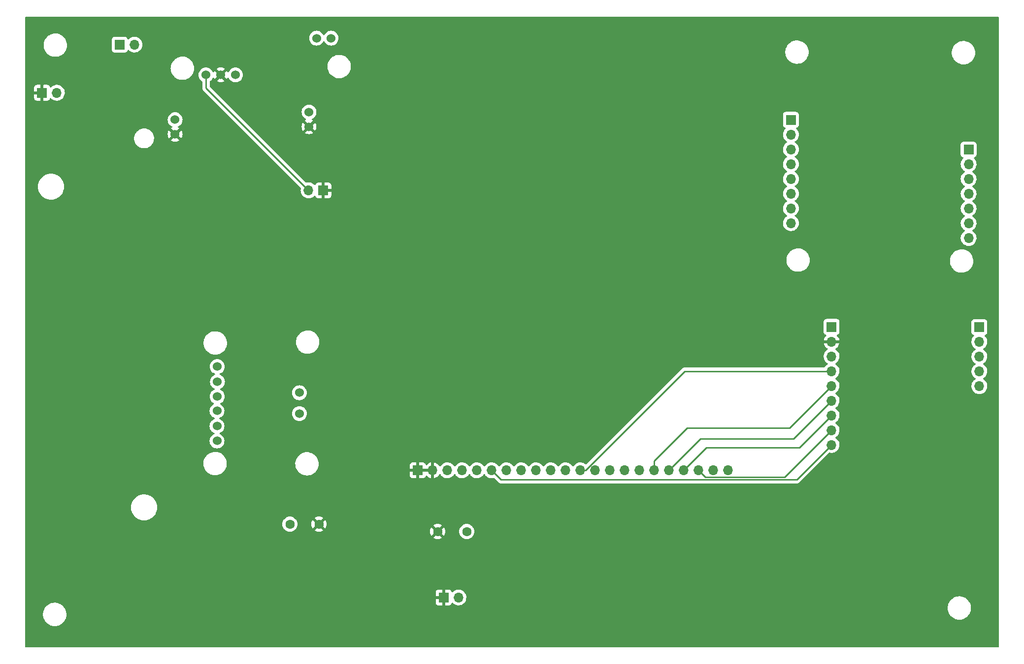
<source format=gbl>
%TF.GenerationSoftware,KiCad,Pcbnew,(6.0.9-0)*%
%TF.CreationDate,2022-11-09T23:01:03-06:00*%
%TF.ProjectId,CluePCB,436c7565-5043-4422-9e6b-696361645f70,1*%
%TF.SameCoordinates,Original*%
%TF.FileFunction,Copper,L2,Bot*%
%TF.FilePolarity,Positive*%
%FSLAX46Y46*%
G04 Gerber Fmt 4.6, Leading zero omitted, Abs format (unit mm)*
G04 Created by KiCad (PCBNEW (6.0.9-0)) date 2022-11-09 23:01:03*
%MOMM*%
%LPD*%
G01*
G04 APERTURE LIST*
%TA.AperFunction,ComponentPad*%
%ADD10R,1.700000X1.700000*%
%TD*%
%TA.AperFunction,ComponentPad*%
%ADD11O,1.700000X1.700000*%
%TD*%
%TA.AperFunction,ComponentPad*%
%ADD12C,1.524000*%
%TD*%
%TA.AperFunction,ComponentPad*%
%ADD13C,1.600000*%
%TD*%
%TA.AperFunction,ViaPad*%
%ADD14C,0.800000*%
%TD*%
%TA.AperFunction,Conductor*%
%ADD15C,0.250000*%
%TD*%
G04 APERTURE END LIST*
D10*
%TO.P,U4,1,GND*%
%TO.N,GND*%
X128710000Y-115190000D03*
D11*
%TO.P,U4,2,GND*%
X131250000Y-115190000D03*
%TO.P,U4,3,3V3*%
%TO.N,+3V3*%
X133790000Y-115190000D03*
%TO.P,U4,4,AIN0*%
%TO.N,unconnected-(U4-Pad4)*%
X136330000Y-115190000D03*
%TO.P,U4,5,AIN1*%
%TO.N,unconnected-(U4-Pad5)*%
X138870000Y-115190000D03*
%TO.P,U4,6,AIN2*%
%TO.N,RST*%
X141410000Y-115190000D03*
%TO.P,U4,7,AIN3*%
%TO.N,unconnected-(U4-Pad7)*%
X143950000Y-115190000D03*
%TO.P,U4,8,AIN4*%
%TO.N,unconnected-(U4-Pad8)*%
X146490000Y-115190000D03*
%TO.P,U4,9,DTA*%
%TO.N,unconnected-(U4-Pad9)*%
X149030000Y-115190000D03*
%TO.P,U4,10,LC9*%
%TO.N,unconnected-(U4-Pad10)*%
X151570000Y-115190000D03*
%TO.P,U4,11,LC8*%
%TO.N,unconnected-(U4-Pad11)*%
X154110000Y-115190000D03*
%TO.P,U4,12,GP*%
%TO.N,G0*%
X156650000Y-115190000D03*
%TO.P,U4,13,LC7*%
%TO.N,unconnected-(U4-Pad13)*%
X159190000Y-115190000D03*
%TO.P,U4,14,AIN10*%
%TO.N,unconnected-(U4-Pad14)*%
X161730000Y-115190000D03*
%TO.P,U4,15,DTD*%
%TO.N,unconnected-(U4-Pad15)*%
X164270000Y-115190000D03*
%TO.P,U4,16,GP12*%
%TO.N,unconnected-(U4-Pad16)*%
X166810000Y-115190000D03*
%TO.P,U4,17,SCK*%
%TO.N,SCK*%
X169350000Y-115190000D03*
%TO.P,U4,18,MISO*%
%TO.N,MISO*%
X171890000Y-115190000D03*
%TO.P,U4,19,MOSI*%
%TO.N,MOSI*%
X174430000Y-115190000D03*
%TO.P,U4,20,GP16*%
%TO.N,CS*%
X176970000Y-115190000D03*
%TO.P,U4,21,SCL*%
%TO.N,unconnected-(U4-Pad21)*%
X179510000Y-115190000D03*
%TO.P,U4,22,SDA*%
%TO.N,unconnected-(U4-Pad22)*%
X182050000Y-115190000D03*
%TD*%
D10*
%TO.P,J3,1,Pin_1*%
%TO.N,GND*%
X133155000Y-137080000D03*
D11*
%TO.P,J3,2,Pin_2*%
%TO.N,+3V3*%
X135695000Y-137080000D03*
%TD*%
D10*
%TO.P,U5,1,VIN*%
%TO.N,+3V3*%
X199840000Y-90500000D03*
D11*
%TO.P,U5,2,GND*%
%TO.N,GND*%
X199840000Y-93040000D03*
%TO.P,U5,3,EN*%
%TO.N,unconnected-(U5-Pad3)*%
X199840000Y-95580000D03*
%TO.P,U5,4,G0*%
%TO.N,G0*%
X199840000Y-98120000D03*
%TO.P,U5,5,SCK*%
%TO.N,SCK*%
X199840000Y-100660000D03*
%TO.P,U5,6,MISO*%
%TO.N,MISO*%
X199840000Y-103200000D03*
%TO.P,U5,7,MOSI*%
%TO.N,MOSI*%
X199840000Y-105740000D03*
%TO.P,U5,8,CS*%
%TO.N,CS*%
X199840000Y-108280000D03*
%TO.P,U5,9,RST*%
%TO.N,RST*%
X199840000Y-110820000D03*
D10*
%TO.P,U5,10,G1*%
%TO.N,unconnected-(U5-Pad10)*%
X225240000Y-90540000D03*
D11*
%TO.P,U5,11,G2*%
%TO.N,unconnected-(U5-Pad11)*%
X225240000Y-93080000D03*
%TO.P,U5,12,G3*%
%TO.N,unconnected-(U5-Pad12)*%
X225240000Y-95620000D03*
%TO.P,U5,13,G4*%
%TO.N,unconnected-(U5-Pad13)*%
X225240000Y-98160000D03*
%TO.P,U5,14,G5*%
%TO.N,unconnected-(U5-Pad14)*%
X225240000Y-100700000D03*
%TD*%
D10*
%TO.P,U6,1,PPS*%
%TO.N,unconnected-(U6-Pad1)*%
X192850000Y-54857500D03*
D11*
%TO.P,U6,2,RST*%
%TO.N,unconnected-(U6-Pad2)*%
X192850000Y-57397500D03*
%TO.P,U6,3,SAFE*%
%TO.N,unconnected-(U6-Pad3)*%
X192850000Y-59937500D03*
%TO.P,U6,4,INT*%
%TO.N,unconnected-(U6-Pad4)*%
X192850000Y-62477500D03*
%TO.P,U6,5,GND*%
%TO.N,unconnected-(U6-Pad5)*%
X192850000Y-65017500D03*
%TO.P,U6,6,3V3*%
%TO.N,unconnected-(U6-Pad6)*%
X192850000Y-67557500D03*
%TO.P,U6,7,SDA*%
%TO.N,unconnected-(U6-Pad7)*%
X192850000Y-70097500D03*
%TO.P,U6,8,SCL*%
%TO.N,unconnected-(U6-Pad8)*%
X192850000Y-72637500D03*
D10*
%TO.P,U6,9,GND*%
%TO.N,unconnected-(U6-Pad9)*%
X223390000Y-59967500D03*
D11*
%TO.P,U6,10,5V*%
%TO.N,unconnected-(U6-Pad10)*%
X223390000Y-62507500D03*
%TO.P,U6,11,3V3*%
%TO.N,unconnected-(U6-Pad11)*%
X223390000Y-65047500D03*
%TO.P,U6,12,CS*%
%TO.N,unconnected-(U6-Pad12)*%
X223390000Y-67587500D03*
%TO.P,U6,13,RX/MOSI*%
%TO.N,unconnected-(U6-Pad13)*%
X223390000Y-70127500D03*
%TO.P,U6,14,TX/MISO*%
%TO.N,unconnected-(U6-Pad14)*%
X223390000Y-72667500D03*
%TO.P,U6,15,SCK*%
%TO.N,unconnected-(U6-Pad15)*%
X223390000Y-75207500D03*
%TD*%
D12*
%TO.P,U2,1,V+*%
%TO.N,Net-(C1-Pad1)*%
X108360000Y-101840000D03*
%TO.P,U2,2,V-*%
%TO.N,Net-(U2-Pad2)*%
X108360000Y-105430000D03*
%TO.P,U2,3,VIN*%
%TO.N,unconnected-(U2-Pad3)*%
X94230000Y-97340000D03*
%TO.P,U2,4,GND*%
%TO.N,unconnected-(U2-Pad4)*%
X94270000Y-99950000D03*
%TO.P,U2,5,SCL*%
%TO.N,unconnected-(U2-Pad5)*%
X94230000Y-102490000D03*
%TO.P,U2,6,SDA*%
%TO.N,unconnected-(U2-Pad6)*%
X94190000Y-104960000D03*
%TO.P,U2,7*%
%TO.N,N/C*%
X94190000Y-107570000D03*
%TO.P,U2,8*%
X94190000Y-110140000D03*
%TD*%
D10*
%TO.P,J1,1,Pin_1*%
%TO.N,GND*%
X64125000Y-50200000D03*
D11*
%TO.P,J1,2,Pin_2*%
%TO.N,+5V*%
X66665000Y-50200000D03*
%TD*%
D13*
%TO.P,C1,1*%
%TO.N,Net-(C1-Pad1)*%
X106720000Y-124460000D03*
%TO.P,C1,2*%
%TO.N,GND*%
X111720000Y-124460000D03*
%TD*%
D12*
%TO.P,U1,1,EXT_SW+*%
%TO.N,Net-(SW1-Pad1)*%
X113810000Y-40800000D03*
%TO.P,U1,2,EXT_SW-*%
%TO.N,Net-(SW1-Pad2)*%
X111310000Y-40800000D03*
%TO.P,U1,3,5VIN+*%
%TO.N,+5V*%
X97370000Y-47130000D03*
%TO.P,U1,4,5VIN-*%
%TO.N,GND*%
X94830000Y-47130000D03*
%TO.P,U1,5,EN*%
%TO.N,Net-(J2-Pad2)*%
X92290000Y-47130000D03*
%TO.P,U1,6,5VOUT+*%
%TO.N,Net-(C1-Pad1)*%
X86990000Y-54830000D03*
%TO.P,U1,7,5VOUT-*%
%TO.N,GND*%
X86990000Y-57340000D03*
%TO.P,U1,8,BATT+*%
%TO.N,+BATT*%
X110010000Y-53530000D03*
%TO.P,U1,9,BATT-*%
%TO.N,GND*%
X110010000Y-56040000D03*
%TD*%
D10*
%TO.P,J2,1,Pin_1*%
%TO.N,GND*%
X112475000Y-67000000D03*
D11*
%TO.P,J2,2,Pin_2*%
%TO.N,Net-(J2-Pad2)*%
X109935000Y-67000000D03*
%TD*%
D13*
%TO.P,C2,1*%
%TO.N,+3V3*%
X137120000Y-125730000D03*
%TO.P,C2,2*%
%TO.N,GND*%
X132120000Y-125730000D03*
%TD*%
D10*
%TO.P,SW1,1,A*%
%TO.N,Net-(SW1-Pad1)*%
X77470000Y-41910000D03*
D11*
%TO.P,SW1,2,B*%
%TO.N,Net-(SW1-Pad2)*%
X80010000Y-41910000D03*
%TD*%
D14*
%TO.N,GND*%
X118110000Y-132080000D03*
%TD*%
D15*
%TO.N,RST*%
X141410000Y-115190000D02*
X143035000Y-116815000D01*
X143035000Y-116815000D02*
X193845000Y-116815000D01*
X193845000Y-116815000D02*
X199840000Y-110820000D01*
%TO.N,G0*%
X156650000Y-115190000D02*
X157528299Y-115190000D01*
X157528299Y-115190000D02*
X174598299Y-98120000D01*
X174598299Y-98120000D02*
X199840000Y-98120000D01*
%TO.N,SCK*%
X169350000Y-115190000D02*
X169350000Y-113550000D01*
X192600000Y-107900000D02*
X199840000Y-100660000D01*
X169350000Y-113550000D02*
X175000000Y-107900000D01*
X175000000Y-107900000D02*
X192600000Y-107900000D01*
%TO.N,MISO*%
X177300000Y-109780000D02*
X193260000Y-109780000D01*
X193260000Y-109780000D02*
X199840000Y-103200000D01*
X171890000Y-115190000D02*
X177300000Y-109780000D01*
%TO.N,MOSI*%
X174430000Y-115190000D02*
X178300000Y-111320000D01*
X178300000Y-111320000D02*
X178300000Y-111300000D01*
X194280000Y-111300000D02*
X199840000Y-105740000D01*
X178300000Y-111300000D02*
X194280000Y-111300000D01*
%TO.N,CS*%
X176970000Y-115190000D02*
X178145000Y-116365000D01*
X178145000Y-116365000D02*
X191755000Y-116365000D01*
X191755000Y-116365000D02*
X199840000Y-108280000D01*
%TO.N,Net-(J2-Pad2)*%
X92290000Y-47130000D02*
X92290000Y-49355000D01*
X92290000Y-49355000D02*
X109935000Y-67000000D01*
%TD*%
%TA.AperFunction,Conductor*%
%TO.N,GND*%
G36*
X228533621Y-37128502D02*
G01*
X228580114Y-37182158D01*
X228591500Y-37234500D01*
X228591500Y-145565500D01*
X228571498Y-145633621D01*
X228517842Y-145680114D01*
X228465500Y-145691500D01*
X61334500Y-145691500D01*
X61266379Y-145671498D01*
X61219886Y-145617842D01*
X61208500Y-145565500D01*
X61208500Y-139929733D01*
X64287822Y-139929733D01*
X64287975Y-139934121D01*
X64287975Y-139934127D01*
X64295150Y-140139576D01*
X64297625Y-140210458D01*
X64298387Y-140214781D01*
X64298388Y-140214788D01*
X64321934Y-140348322D01*
X64346402Y-140487087D01*
X64433203Y-140754235D01*
X64435131Y-140758188D01*
X64435133Y-140758193D01*
X64472061Y-140833905D01*
X64556340Y-141006702D01*
X64558795Y-141010341D01*
X64558798Y-141010347D01*
X64631890Y-141118710D01*
X64713415Y-141239576D01*
X64901371Y-141448322D01*
X65116550Y-141628879D01*
X65354764Y-141777731D01*
X65611375Y-141891982D01*
X65881390Y-141969407D01*
X65885740Y-141970018D01*
X65885743Y-141970019D01*
X65988690Y-141984487D01*
X66159552Y-142008500D01*
X66370146Y-142008500D01*
X66372332Y-142008347D01*
X66372336Y-142008347D01*
X66575827Y-141994118D01*
X66575832Y-141994117D01*
X66580212Y-141993811D01*
X66854970Y-141935409D01*
X66859099Y-141933906D01*
X66859103Y-141933905D01*
X67114781Y-141840846D01*
X67114785Y-141840844D01*
X67118926Y-141839337D01*
X67366942Y-141707464D01*
X67471896Y-141631211D01*
X67590629Y-141544947D01*
X67590632Y-141544944D01*
X67594192Y-141542358D01*
X67796252Y-141347231D01*
X67969188Y-141125882D01*
X67971384Y-141122078D01*
X67971389Y-141122071D01*
X68107435Y-140886431D01*
X68109636Y-140882619D01*
X68214862Y-140622176D01*
X68248544Y-140487087D01*
X68281753Y-140353893D01*
X68281754Y-140353888D01*
X68282817Y-140349624D01*
X68304894Y-140139576D01*
X68311719Y-140074636D01*
X68311719Y-140074633D01*
X68312178Y-140070267D01*
X68312025Y-140065873D01*
X68302529Y-139793939D01*
X68302528Y-139793933D01*
X68302375Y-139789542D01*
X68301155Y-139782619D01*
X68255231Y-139522176D01*
X68253598Y-139512913D01*
X68166797Y-139245765D01*
X68043660Y-138993298D01*
X68041205Y-138989659D01*
X68041202Y-138989653D01*
X67933334Y-138829733D01*
X219787822Y-138829733D01*
X219787975Y-138834121D01*
X219787975Y-138834127D01*
X219793672Y-138997250D01*
X219797625Y-139110458D01*
X219798387Y-139114781D01*
X219798388Y-139114788D01*
X219821483Y-139245765D01*
X219846402Y-139387087D01*
X219933203Y-139654235D01*
X220056340Y-139906702D01*
X220058795Y-139910341D01*
X220058798Y-139910347D01*
X220074838Y-139934127D01*
X220213415Y-140139576D01*
X220216360Y-140142847D01*
X220216361Y-140142848D01*
X220281136Y-140214788D01*
X220401371Y-140348322D01*
X220616550Y-140528879D01*
X220854764Y-140677731D01*
X221111375Y-140791982D01*
X221381390Y-140869407D01*
X221385740Y-140870018D01*
X221385743Y-140870019D01*
X221488690Y-140884487D01*
X221659552Y-140908500D01*
X221870146Y-140908500D01*
X221872332Y-140908347D01*
X221872336Y-140908347D01*
X222075827Y-140894118D01*
X222075832Y-140894117D01*
X222080212Y-140893811D01*
X222354970Y-140835409D01*
X222359099Y-140833906D01*
X222359103Y-140833905D01*
X222614781Y-140740846D01*
X222614785Y-140740844D01*
X222618926Y-140739337D01*
X222866942Y-140607464D01*
X222971896Y-140531211D01*
X223090629Y-140444947D01*
X223090632Y-140444944D01*
X223094192Y-140442358D01*
X223296252Y-140247231D01*
X223469188Y-140025882D01*
X223471384Y-140022078D01*
X223471389Y-140022071D01*
X223607435Y-139786431D01*
X223609636Y-139782619D01*
X223714862Y-139522176D01*
X223748544Y-139387087D01*
X223781753Y-139253893D01*
X223781754Y-139253888D01*
X223782817Y-139249624D01*
X223809758Y-138993298D01*
X223811719Y-138974636D01*
X223811719Y-138974633D01*
X223812178Y-138970267D01*
X223808954Y-138877929D01*
X223802529Y-138693939D01*
X223802528Y-138693933D01*
X223802375Y-138689542D01*
X223796503Y-138656236D01*
X223758650Y-138441564D01*
X223753598Y-138412913D01*
X223666797Y-138145765D01*
X223653026Y-138117529D01*
X223591631Y-137991653D01*
X223543660Y-137893298D01*
X223541205Y-137889659D01*
X223541202Y-137889653D01*
X223460935Y-137770653D01*
X223386585Y-137660424D01*
X223198629Y-137451678D01*
X222983450Y-137271121D01*
X222745236Y-137122269D01*
X222488625Y-137008018D01*
X222218610Y-136930593D01*
X222214260Y-136929982D01*
X222214257Y-136929981D01*
X222111310Y-136915513D01*
X221940448Y-136891500D01*
X221729854Y-136891500D01*
X221727668Y-136891653D01*
X221727664Y-136891653D01*
X221524173Y-136905882D01*
X221524168Y-136905883D01*
X221519788Y-136906189D01*
X221245030Y-136964591D01*
X221240901Y-136966094D01*
X221240897Y-136966095D01*
X220985219Y-137059154D01*
X220985215Y-137059156D01*
X220981074Y-137060663D01*
X220733058Y-137192536D01*
X220729499Y-137195122D01*
X220729497Y-137195123D01*
X220536049Y-137335671D01*
X220505808Y-137357642D01*
X220502644Y-137360698D01*
X220502641Y-137360700D01*
X220413865Y-137446431D01*
X220303748Y-137552769D01*
X220130812Y-137774118D01*
X220128616Y-137777922D01*
X220128611Y-137777929D01*
X220023902Y-137959292D01*
X219990364Y-138017381D01*
X219885138Y-138277824D01*
X219884073Y-138282097D01*
X219884072Y-138282099D01*
X219839542Y-138460700D01*
X219817183Y-138550376D01*
X219816724Y-138554744D01*
X219816723Y-138554749D01*
X219794723Y-138764075D01*
X219787822Y-138829733D01*
X67933334Y-138829733D01*
X67930387Y-138825364D01*
X67886585Y-138760424D01*
X67822763Y-138689542D01*
X67701566Y-138554940D01*
X67698629Y-138551678D01*
X67483450Y-138371121D01*
X67245236Y-138222269D01*
X66988625Y-138108018D01*
X66777935Y-138047604D01*
X66722837Y-138031805D01*
X66722836Y-138031805D01*
X66718610Y-138030593D01*
X66714260Y-138029982D01*
X66714257Y-138029981D01*
X66611310Y-138015513D01*
X66440448Y-137991500D01*
X66229854Y-137991500D01*
X66227668Y-137991653D01*
X66227664Y-137991653D01*
X66024173Y-138005882D01*
X66024168Y-138005883D01*
X66019788Y-138006189D01*
X65745030Y-138064591D01*
X65740901Y-138066094D01*
X65740897Y-138066095D01*
X65485219Y-138159154D01*
X65485215Y-138159156D01*
X65481074Y-138160663D01*
X65233058Y-138292536D01*
X65229499Y-138295122D01*
X65229497Y-138295123D01*
X65027938Y-138441564D01*
X65005808Y-138457642D01*
X64803748Y-138652769D01*
X64630812Y-138874118D01*
X64628616Y-138877922D01*
X64628611Y-138877929D01*
X64514794Y-139075067D01*
X64490364Y-139117381D01*
X64385138Y-139377824D01*
X64384073Y-139382097D01*
X64384072Y-139382099D01*
X64350379Y-139517236D01*
X64317183Y-139650376D01*
X64316724Y-139654744D01*
X64316723Y-139654749D01*
X64288281Y-139925364D01*
X64287822Y-139929733D01*
X61208500Y-139929733D01*
X61208500Y-137974669D01*
X131797001Y-137974669D01*
X131797371Y-137981490D01*
X131802895Y-138032352D01*
X131806521Y-138047604D01*
X131851676Y-138168054D01*
X131860214Y-138183649D01*
X131936715Y-138285724D01*
X131949276Y-138298285D01*
X132051351Y-138374786D01*
X132066946Y-138383324D01*
X132187394Y-138428478D01*
X132202649Y-138432105D01*
X132253514Y-138437631D01*
X132260328Y-138438000D01*
X132882885Y-138438000D01*
X132898124Y-138433525D01*
X132899329Y-138432135D01*
X132901000Y-138424452D01*
X132901000Y-138419884D01*
X133409000Y-138419884D01*
X133413475Y-138435123D01*
X133414865Y-138436328D01*
X133422548Y-138437999D01*
X134049669Y-138437999D01*
X134056490Y-138437629D01*
X134107352Y-138432105D01*
X134122604Y-138428479D01*
X134243054Y-138383324D01*
X134258649Y-138374786D01*
X134360724Y-138298285D01*
X134373285Y-138285724D01*
X134449786Y-138183649D01*
X134458324Y-138168054D01*
X134499225Y-138058952D01*
X134541867Y-138002188D01*
X134608428Y-137977488D01*
X134677777Y-137992696D01*
X134712444Y-138020684D01*
X134737865Y-138050031D01*
X134737869Y-138050035D01*
X134741250Y-138053938D01*
X134913126Y-138196632D01*
X135106000Y-138309338D01*
X135314692Y-138389030D01*
X135319760Y-138390061D01*
X135319763Y-138390062D01*
X135427017Y-138411883D01*
X135533597Y-138433567D01*
X135538772Y-138433757D01*
X135538774Y-138433757D01*
X135751673Y-138441564D01*
X135751677Y-138441564D01*
X135756837Y-138441753D01*
X135761957Y-138441097D01*
X135761959Y-138441097D01*
X135973288Y-138414025D01*
X135973289Y-138414025D01*
X135978416Y-138413368D01*
X135983366Y-138411883D01*
X136187429Y-138350661D01*
X136187434Y-138350659D01*
X136192384Y-138349174D01*
X136392994Y-138250896D01*
X136574860Y-138121173D01*
X136589278Y-138106806D01*
X136689330Y-138007102D01*
X136733096Y-137963489D01*
X136863453Y-137782077D01*
X136923578Y-137660424D01*
X136960136Y-137586453D01*
X136960137Y-137586451D01*
X136962430Y-137581811D01*
X136994900Y-137474940D01*
X137025865Y-137373023D01*
X137025865Y-137373021D01*
X137027370Y-137368069D01*
X137056529Y-137146590D01*
X137056611Y-137143240D01*
X137058074Y-137083365D01*
X137058074Y-137083361D01*
X137058156Y-137080000D01*
X137039852Y-136857361D01*
X136985431Y-136640702D01*
X136896354Y-136435840D01*
X136775014Y-136248277D01*
X136624670Y-136083051D01*
X136620619Y-136079852D01*
X136620615Y-136079848D01*
X136453414Y-135947800D01*
X136453410Y-135947798D01*
X136449359Y-135944598D01*
X136253789Y-135836638D01*
X136248920Y-135834914D01*
X136248916Y-135834912D01*
X136048087Y-135763795D01*
X136048083Y-135763794D01*
X136043212Y-135762069D01*
X136038119Y-135761162D01*
X136038116Y-135761161D01*
X135828373Y-135723800D01*
X135828367Y-135723799D01*
X135823284Y-135722894D01*
X135749452Y-135721992D01*
X135605081Y-135720228D01*
X135605079Y-135720228D01*
X135599911Y-135720165D01*
X135379091Y-135753955D01*
X135166756Y-135823357D01*
X134968607Y-135926507D01*
X134964474Y-135929610D01*
X134964471Y-135929612D01*
X134881450Y-135991946D01*
X134789965Y-136060635D01*
X134786393Y-136064373D01*
X134708898Y-136145466D01*
X134647374Y-136180895D01*
X134576462Y-136177438D01*
X134518676Y-136136192D01*
X134499823Y-136102644D01*
X134458324Y-135991946D01*
X134449786Y-135976351D01*
X134373285Y-135874276D01*
X134360724Y-135861715D01*
X134258649Y-135785214D01*
X134243054Y-135776676D01*
X134122606Y-135731522D01*
X134107351Y-135727895D01*
X134056486Y-135722369D01*
X134049672Y-135722000D01*
X133427115Y-135722000D01*
X133411876Y-135726475D01*
X133410671Y-135727865D01*
X133409000Y-135735548D01*
X133409000Y-138419884D01*
X132901000Y-138419884D01*
X132901000Y-137352115D01*
X132896525Y-137336876D01*
X132895135Y-137335671D01*
X132887452Y-137334000D01*
X131815116Y-137334000D01*
X131799877Y-137338475D01*
X131798672Y-137339865D01*
X131797001Y-137347548D01*
X131797001Y-137974669D01*
X61208500Y-137974669D01*
X61208500Y-136807885D01*
X131797000Y-136807885D01*
X131801475Y-136823124D01*
X131802865Y-136824329D01*
X131810548Y-136826000D01*
X132882885Y-136826000D01*
X132898124Y-136821525D01*
X132899329Y-136820135D01*
X132901000Y-136812452D01*
X132901000Y-135740116D01*
X132896525Y-135724877D01*
X132895135Y-135723672D01*
X132887452Y-135722001D01*
X132260331Y-135722001D01*
X132253510Y-135722371D01*
X132202648Y-135727895D01*
X132187396Y-135731521D01*
X132066946Y-135776676D01*
X132051351Y-135785214D01*
X131949276Y-135861715D01*
X131936715Y-135874276D01*
X131860214Y-135976351D01*
X131851676Y-135991946D01*
X131806522Y-136112394D01*
X131802895Y-136127649D01*
X131797369Y-136178514D01*
X131797000Y-136185328D01*
X131797000Y-136807885D01*
X61208500Y-136807885D01*
X61208500Y-126816062D01*
X131398493Y-126816062D01*
X131407789Y-126828077D01*
X131458994Y-126863931D01*
X131468489Y-126869414D01*
X131665947Y-126961490D01*
X131676239Y-126965236D01*
X131886688Y-127021625D01*
X131897481Y-127023528D01*
X132114525Y-127042517D01*
X132125475Y-127042517D01*
X132342519Y-127023528D01*
X132353312Y-127021625D01*
X132563761Y-126965236D01*
X132574053Y-126961490D01*
X132771511Y-126869414D01*
X132781006Y-126863931D01*
X132833048Y-126827491D01*
X132841424Y-126817012D01*
X132834356Y-126803566D01*
X132132812Y-126102022D01*
X132118868Y-126094408D01*
X132117035Y-126094539D01*
X132110420Y-126098790D01*
X131404923Y-126804287D01*
X131398493Y-126816062D01*
X61208500Y-126816062D01*
X61208500Y-124460000D01*
X105406502Y-124460000D01*
X105426457Y-124688087D01*
X105427881Y-124693400D01*
X105427881Y-124693402D01*
X105479408Y-124885700D01*
X105485716Y-124909243D01*
X105488039Y-124914224D01*
X105488039Y-124914225D01*
X105580151Y-125111762D01*
X105580154Y-125111767D01*
X105582477Y-125116749D01*
X105585634Y-125121257D01*
X105701156Y-125286239D01*
X105713802Y-125304300D01*
X105875700Y-125466198D01*
X105880208Y-125469355D01*
X105880211Y-125469357D01*
X105919244Y-125496688D01*
X106063251Y-125597523D01*
X106068233Y-125599846D01*
X106068238Y-125599849D01*
X106264765Y-125691490D01*
X106270757Y-125694284D01*
X106276065Y-125695706D01*
X106276067Y-125695707D01*
X106486598Y-125752119D01*
X106486600Y-125752119D01*
X106491913Y-125753543D01*
X106720000Y-125773498D01*
X106948087Y-125753543D01*
X106953400Y-125752119D01*
X106953402Y-125752119D01*
X107163933Y-125695707D01*
X107163935Y-125695706D01*
X107169243Y-125694284D01*
X107175235Y-125691490D01*
X107371762Y-125599849D01*
X107371767Y-125599846D01*
X107376749Y-125597523D01*
X107450243Y-125546062D01*
X110998493Y-125546062D01*
X111007789Y-125558077D01*
X111058994Y-125593931D01*
X111068489Y-125599414D01*
X111265947Y-125691490D01*
X111276239Y-125695236D01*
X111486688Y-125751625D01*
X111497481Y-125753528D01*
X111714525Y-125772517D01*
X111725475Y-125772517D01*
X111942519Y-125753528D01*
X111953312Y-125751625D01*
X112013585Y-125735475D01*
X130807483Y-125735475D01*
X130826472Y-125952519D01*
X130828375Y-125963312D01*
X130884764Y-126173761D01*
X130888510Y-126184053D01*
X130980586Y-126381511D01*
X130986069Y-126391006D01*
X131022509Y-126443048D01*
X131032988Y-126451424D01*
X131046434Y-126444356D01*
X131747978Y-125742812D01*
X131754356Y-125731132D01*
X132484408Y-125731132D01*
X132484539Y-125732965D01*
X132488790Y-125739580D01*
X133194287Y-126445077D01*
X133206062Y-126451507D01*
X133218077Y-126442211D01*
X133253931Y-126391006D01*
X133259414Y-126381511D01*
X133351490Y-126184053D01*
X133355236Y-126173761D01*
X133411625Y-125963312D01*
X133413528Y-125952519D01*
X133432517Y-125735475D01*
X133432517Y-125730000D01*
X135806502Y-125730000D01*
X135826457Y-125958087D01*
X135827881Y-125963400D01*
X135827881Y-125963402D01*
X135865025Y-126102022D01*
X135885716Y-126179243D01*
X135888039Y-126184224D01*
X135888039Y-126184225D01*
X135980151Y-126381762D01*
X135980154Y-126381767D01*
X135982477Y-126386749D01*
X136113802Y-126574300D01*
X136275700Y-126736198D01*
X136280208Y-126739355D01*
X136280211Y-126739357D01*
X136358389Y-126794098D01*
X136463251Y-126867523D01*
X136468233Y-126869846D01*
X136468238Y-126869849D01*
X136664765Y-126961490D01*
X136670757Y-126964284D01*
X136676065Y-126965706D01*
X136676067Y-126965707D01*
X136886598Y-127022119D01*
X136886600Y-127022119D01*
X136891913Y-127023543D01*
X137120000Y-127043498D01*
X137348087Y-127023543D01*
X137353400Y-127022119D01*
X137353402Y-127022119D01*
X137563933Y-126965707D01*
X137563935Y-126965706D01*
X137569243Y-126964284D01*
X137575235Y-126961490D01*
X137771762Y-126869849D01*
X137771767Y-126869846D01*
X137776749Y-126867523D01*
X137881611Y-126794098D01*
X137959789Y-126739357D01*
X137959792Y-126739355D01*
X137964300Y-126736198D01*
X138126198Y-126574300D01*
X138257523Y-126386749D01*
X138259846Y-126381767D01*
X138259849Y-126381762D01*
X138351961Y-126184225D01*
X138351961Y-126184224D01*
X138354284Y-126179243D01*
X138374976Y-126102022D01*
X138412119Y-125963402D01*
X138412119Y-125963400D01*
X138413543Y-125958087D01*
X138433498Y-125730000D01*
X138413543Y-125501913D01*
X138376981Y-125365461D01*
X138355707Y-125286067D01*
X138355706Y-125286065D01*
X138354284Y-125280757D01*
X138351961Y-125275775D01*
X138259849Y-125078238D01*
X138259846Y-125078233D01*
X138257523Y-125073251D01*
X138184098Y-124968389D01*
X138129357Y-124890211D01*
X138129355Y-124890208D01*
X138126198Y-124885700D01*
X137964300Y-124723802D01*
X137959792Y-124720645D01*
X137959789Y-124720643D01*
X137833920Y-124632509D01*
X137776749Y-124592477D01*
X137771767Y-124590154D01*
X137771762Y-124590151D01*
X137574225Y-124498039D01*
X137574224Y-124498039D01*
X137569243Y-124495716D01*
X137563935Y-124494294D01*
X137563933Y-124494293D01*
X137353402Y-124437881D01*
X137353400Y-124437881D01*
X137348087Y-124436457D01*
X137120000Y-124416502D01*
X136891913Y-124436457D01*
X136886600Y-124437881D01*
X136886598Y-124437881D01*
X136676067Y-124494293D01*
X136676065Y-124494294D01*
X136670757Y-124495716D01*
X136665776Y-124498039D01*
X136665775Y-124498039D01*
X136468238Y-124590151D01*
X136468233Y-124590154D01*
X136463251Y-124592477D01*
X136406080Y-124632509D01*
X136280211Y-124720643D01*
X136280208Y-124720645D01*
X136275700Y-124723802D01*
X136113802Y-124885700D01*
X136110645Y-124890208D01*
X136110643Y-124890211D01*
X136055902Y-124968389D01*
X135982477Y-125073251D01*
X135980154Y-125078233D01*
X135980151Y-125078238D01*
X135888039Y-125275775D01*
X135885716Y-125280757D01*
X135884294Y-125286065D01*
X135884293Y-125286067D01*
X135863019Y-125365461D01*
X135826457Y-125501913D01*
X135806502Y-125730000D01*
X133432517Y-125730000D01*
X133432517Y-125724525D01*
X133413528Y-125507481D01*
X133411625Y-125496688D01*
X133355236Y-125286239D01*
X133351490Y-125275947D01*
X133259414Y-125078489D01*
X133253931Y-125068994D01*
X133217491Y-125016952D01*
X133207012Y-125008576D01*
X133193566Y-125015644D01*
X132492022Y-125717188D01*
X132484408Y-125731132D01*
X131754356Y-125731132D01*
X131755592Y-125728868D01*
X131755461Y-125727035D01*
X131751210Y-125720420D01*
X131045713Y-125014923D01*
X131033938Y-125008493D01*
X131021923Y-125017789D01*
X130986069Y-125068994D01*
X130980586Y-125078489D01*
X130888510Y-125275947D01*
X130884764Y-125286239D01*
X130828375Y-125496688D01*
X130826472Y-125507481D01*
X130807483Y-125724525D01*
X130807483Y-125735475D01*
X112013585Y-125735475D01*
X112163761Y-125695236D01*
X112174053Y-125691490D01*
X112371511Y-125599414D01*
X112381006Y-125593931D01*
X112433048Y-125557491D01*
X112441424Y-125547012D01*
X112434356Y-125533566D01*
X111732812Y-124832022D01*
X111718868Y-124824408D01*
X111717035Y-124824539D01*
X111710420Y-124828790D01*
X111004923Y-125534287D01*
X110998493Y-125546062D01*
X107450243Y-125546062D01*
X107520756Y-125496688D01*
X107559789Y-125469357D01*
X107559792Y-125469355D01*
X107564300Y-125466198D01*
X107726198Y-125304300D01*
X107738845Y-125286239D01*
X107854366Y-125121257D01*
X107857523Y-125116749D01*
X107859846Y-125111767D01*
X107859849Y-125111762D01*
X107951961Y-124914225D01*
X107951961Y-124914224D01*
X107954284Y-124909243D01*
X107960593Y-124885700D01*
X108012119Y-124693402D01*
X108012119Y-124693400D01*
X108013543Y-124688087D01*
X108033019Y-124465475D01*
X110407483Y-124465475D01*
X110426472Y-124682519D01*
X110428375Y-124693312D01*
X110484764Y-124903761D01*
X110488510Y-124914053D01*
X110580586Y-125111511D01*
X110586069Y-125121006D01*
X110622509Y-125173048D01*
X110632988Y-125181424D01*
X110646434Y-125174356D01*
X111347978Y-124472812D01*
X111354356Y-124461132D01*
X112084408Y-124461132D01*
X112084539Y-124462965D01*
X112088790Y-124469580D01*
X112794287Y-125175077D01*
X112806062Y-125181507D01*
X112818077Y-125172211D01*
X112853931Y-125121006D01*
X112859414Y-125111511D01*
X112951490Y-124914053D01*
X112955236Y-124903761D01*
X113011625Y-124693312D01*
X113013528Y-124682519D01*
X113016987Y-124642988D01*
X131398576Y-124642988D01*
X131405644Y-124656434D01*
X132107188Y-125357978D01*
X132121132Y-125365592D01*
X132122965Y-125365461D01*
X132129580Y-125361210D01*
X132835077Y-124655713D01*
X132841507Y-124643938D01*
X132832211Y-124631923D01*
X132781006Y-124596069D01*
X132771511Y-124590586D01*
X132574053Y-124498510D01*
X132563761Y-124494764D01*
X132353312Y-124438375D01*
X132342519Y-124436472D01*
X132125475Y-124417483D01*
X132114525Y-124417483D01*
X131897481Y-124436472D01*
X131886688Y-124438375D01*
X131676239Y-124494764D01*
X131665947Y-124498510D01*
X131468489Y-124590586D01*
X131458994Y-124596069D01*
X131406952Y-124632509D01*
X131398576Y-124642988D01*
X113016987Y-124642988D01*
X113032517Y-124465475D01*
X113032517Y-124454525D01*
X113013528Y-124237481D01*
X113011625Y-124226688D01*
X112955236Y-124016239D01*
X112951490Y-124005947D01*
X112859414Y-123808489D01*
X112853931Y-123798994D01*
X112817491Y-123746952D01*
X112807012Y-123738576D01*
X112793566Y-123745644D01*
X112092022Y-124447188D01*
X112084408Y-124461132D01*
X111354356Y-124461132D01*
X111355592Y-124458868D01*
X111355461Y-124457035D01*
X111351210Y-124450420D01*
X110645713Y-123744923D01*
X110633938Y-123738493D01*
X110621923Y-123747789D01*
X110586069Y-123798994D01*
X110580586Y-123808489D01*
X110488510Y-124005947D01*
X110484764Y-124016239D01*
X110428375Y-124226688D01*
X110426472Y-124237481D01*
X110407483Y-124454525D01*
X110407483Y-124465475D01*
X108033019Y-124465475D01*
X108033498Y-124460000D01*
X108013543Y-124231913D01*
X107976981Y-124095461D01*
X107955707Y-124016067D01*
X107955706Y-124016065D01*
X107954284Y-124010757D01*
X107951961Y-124005775D01*
X107859849Y-123808238D01*
X107859846Y-123808233D01*
X107857523Y-123803251D01*
X107745727Y-123643590D01*
X107729357Y-123620211D01*
X107729355Y-123620208D01*
X107726198Y-123615700D01*
X107564300Y-123453802D01*
X107559792Y-123450645D01*
X107559789Y-123450643D01*
X107448886Y-123372988D01*
X110998576Y-123372988D01*
X111005644Y-123386434D01*
X111707188Y-124087978D01*
X111721132Y-124095592D01*
X111722965Y-124095461D01*
X111729580Y-124091210D01*
X112435077Y-123385713D01*
X112441507Y-123373938D01*
X112432211Y-123361923D01*
X112381006Y-123326069D01*
X112371511Y-123320586D01*
X112174053Y-123228510D01*
X112163761Y-123224764D01*
X111953312Y-123168375D01*
X111942519Y-123166472D01*
X111725475Y-123147483D01*
X111714525Y-123147483D01*
X111497481Y-123166472D01*
X111486688Y-123168375D01*
X111276239Y-123224764D01*
X111265947Y-123228510D01*
X111068489Y-123320586D01*
X111058994Y-123326069D01*
X111006952Y-123362509D01*
X110998576Y-123372988D01*
X107448886Y-123372988D01*
X107433920Y-123362509D01*
X107376749Y-123322477D01*
X107371767Y-123320154D01*
X107371762Y-123320151D01*
X107174225Y-123228039D01*
X107174224Y-123228039D01*
X107169243Y-123225716D01*
X107163935Y-123224294D01*
X107163933Y-123224293D01*
X106953402Y-123167881D01*
X106953400Y-123167881D01*
X106948087Y-123166457D01*
X106720000Y-123146502D01*
X106491913Y-123166457D01*
X106486600Y-123167881D01*
X106486598Y-123167881D01*
X106276067Y-123224293D01*
X106276065Y-123224294D01*
X106270757Y-123225716D01*
X106265776Y-123228039D01*
X106265775Y-123228039D01*
X106068238Y-123320151D01*
X106068233Y-123320154D01*
X106063251Y-123322477D01*
X106006080Y-123362509D01*
X105880211Y-123450643D01*
X105880208Y-123450645D01*
X105875700Y-123453802D01*
X105713802Y-123615700D01*
X105710645Y-123620208D01*
X105710643Y-123620211D01*
X105694273Y-123643590D01*
X105582477Y-123803251D01*
X105580154Y-123808233D01*
X105580151Y-123808238D01*
X105488039Y-124005775D01*
X105485716Y-124010757D01*
X105484294Y-124016065D01*
X105484293Y-124016067D01*
X105463019Y-124095461D01*
X105426457Y-124231913D01*
X105406502Y-124460000D01*
X61208500Y-124460000D01*
X61208500Y-121626880D01*
X79421992Y-121626880D01*
X79422355Y-121631028D01*
X79422355Y-121631032D01*
X79447487Y-121918293D01*
X79447488Y-121918301D01*
X79447852Y-121922459D01*
X79512577Y-122212021D01*
X79514019Y-122215941D01*
X79514021Y-122215947D01*
X79584619Y-122407827D01*
X79615029Y-122490480D01*
X79753410Y-122752942D01*
X79925288Y-122994797D01*
X80127642Y-123211796D01*
X80130867Y-123214445D01*
X80339373Y-123385713D01*
X80356918Y-123400125D01*
X80609088Y-123556477D01*
X80879722Y-123678105D01*
X81052390Y-123729580D01*
X81160065Y-123761679D01*
X81160067Y-123761679D01*
X81164064Y-123762871D01*
X81168184Y-123763524D01*
X81168186Y-123763524D01*
X81287106Y-123782359D01*
X81457119Y-123809286D01*
X81502146Y-123811331D01*
X81548497Y-123813436D01*
X81548516Y-123813436D01*
X81549916Y-123813500D01*
X81735264Y-123813500D01*
X81956056Y-123798835D01*
X82246910Y-123740188D01*
X82527453Y-123643590D01*
X82531196Y-123641716D01*
X82531200Y-123641714D01*
X82789012Y-123512611D01*
X82789014Y-123512610D01*
X82792756Y-123510736D01*
X82995446Y-123372988D01*
X83034699Y-123346312D01*
X83034702Y-123346310D01*
X83038158Y-123343961D01*
X83259346Y-123146196D01*
X83452436Y-122920914D01*
X83454711Y-122917411D01*
X83611763Y-122675572D01*
X83611765Y-122675569D01*
X83614035Y-122672073D01*
X83741304Y-122404046D01*
X83801696Y-122215947D01*
X83830726Y-122125530D01*
X83830727Y-122125524D01*
X83832006Y-122121542D01*
X83867091Y-121926548D01*
X83883809Y-121833632D01*
X83883810Y-121833627D01*
X83884548Y-121829523D01*
X83893751Y-121626880D01*
X83897819Y-121537290D01*
X83897819Y-121537285D01*
X83898008Y-121533120D01*
X83897645Y-121528968D01*
X83872513Y-121241707D01*
X83872512Y-121241699D01*
X83872148Y-121237541D01*
X83807423Y-120947979D01*
X83736773Y-120755954D01*
X83706418Y-120673452D01*
X83706416Y-120673448D01*
X83704971Y-120669520D01*
X83566590Y-120407058D01*
X83394712Y-120165203D01*
X83192358Y-119948204D01*
X82963082Y-119759875D01*
X82710912Y-119603523D01*
X82440278Y-119481895D01*
X82267610Y-119430420D01*
X82159935Y-119398321D01*
X82159933Y-119398321D01*
X82155936Y-119397129D01*
X82151816Y-119396476D01*
X82151814Y-119396476D01*
X82032894Y-119377641D01*
X81862881Y-119350714D01*
X81817854Y-119348669D01*
X81771503Y-119346564D01*
X81771484Y-119346564D01*
X81770084Y-119346500D01*
X81584736Y-119346500D01*
X81363944Y-119361165D01*
X81073090Y-119419812D01*
X80792547Y-119516410D01*
X80788804Y-119518284D01*
X80788800Y-119518286D01*
X80614179Y-119605730D01*
X80527244Y-119649264D01*
X80281842Y-119816039D01*
X80060654Y-120013804D01*
X79867564Y-120239086D01*
X79865290Y-120242588D01*
X79865289Y-120242589D01*
X79760698Y-120403646D01*
X79705965Y-120487927D01*
X79578696Y-120755954D01*
X79577417Y-120759937D01*
X79577416Y-120759940D01*
X79517044Y-120947979D01*
X79487994Y-121038458D01*
X79487253Y-121042577D01*
X79452174Y-121237541D01*
X79435452Y-121330477D01*
X79435263Y-121334644D01*
X79435262Y-121334651D01*
X79426060Y-121537290D01*
X79421992Y-121626880D01*
X61208500Y-121626880D01*
X61208500Y-116084669D01*
X127352001Y-116084669D01*
X127352371Y-116091490D01*
X127357895Y-116142352D01*
X127361521Y-116157604D01*
X127406676Y-116278054D01*
X127415214Y-116293649D01*
X127491715Y-116395724D01*
X127504276Y-116408285D01*
X127606351Y-116484786D01*
X127621946Y-116493324D01*
X127742394Y-116538478D01*
X127757649Y-116542105D01*
X127808514Y-116547631D01*
X127815328Y-116548000D01*
X128437885Y-116548000D01*
X128453124Y-116543525D01*
X128454329Y-116542135D01*
X128456000Y-116534452D01*
X128456000Y-116529884D01*
X128964000Y-116529884D01*
X128968475Y-116545123D01*
X128969865Y-116546328D01*
X128977548Y-116547999D01*
X129604669Y-116547999D01*
X129611490Y-116547629D01*
X129662352Y-116542105D01*
X129677604Y-116538479D01*
X129798054Y-116493324D01*
X129813649Y-116484786D01*
X129915724Y-116408285D01*
X129928285Y-116395724D01*
X130004786Y-116293649D01*
X130013325Y-116278052D01*
X130054425Y-116168418D01*
X130097066Y-116111653D01*
X130163628Y-116086953D01*
X130232977Y-116102160D01*
X130267645Y-116130150D01*
X130293219Y-116159674D01*
X130300580Y-116166883D01*
X130464434Y-116302916D01*
X130472881Y-116308831D01*
X130656756Y-116416279D01*
X130666042Y-116420729D01*
X130865001Y-116496703D01*
X130874899Y-116499579D01*
X130978250Y-116520606D01*
X130992299Y-116519410D01*
X130996000Y-116509065D01*
X130996000Y-116508517D01*
X131504000Y-116508517D01*
X131508064Y-116522359D01*
X131521478Y-116524393D01*
X131528184Y-116523534D01*
X131538262Y-116521392D01*
X131742255Y-116460191D01*
X131751842Y-116456433D01*
X131943095Y-116362739D01*
X131951945Y-116357464D01*
X132125328Y-116233792D01*
X132133200Y-116227139D01*
X132284052Y-116076812D01*
X132290730Y-116068965D01*
X132418022Y-115891819D01*
X132419279Y-115892722D01*
X132466373Y-115849362D01*
X132536311Y-115837145D01*
X132601751Y-115864678D01*
X132629579Y-115896511D01*
X132689987Y-115995088D01*
X132836250Y-116163938D01*
X133008126Y-116306632D01*
X133201000Y-116419338D01*
X133409692Y-116499030D01*
X133414760Y-116500061D01*
X133414763Y-116500062D01*
X133509862Y-116519410D01*
X133628597Y-116543567D01*
X133633772Y-116543757D01*
X133633774Y-116543757D01*
X133846673Y-116551564D01*
X133846677Y-116551564D01*
X133851837Y-116551753D01*
X133856957Y-116551097D01*
X133856959Y-116551097D01*
X134068288Y-116524025D01*
X134068289Y-116524025D01*
X134073416Y-116523368D01*
X134078366Y-116521883D01*
X134282429Y-116460661D01*
X134282434Y-116460659D01*
X134287384Y-116459174D01*
X134487994Y-116360896D01*
X134669860Y-116231173D01*
X134828096Y-116073489D01*
X134835707Y-116062898D01*
X134958453Y-115892077D01*
X134959776Y-115893028D01*
X135006645Y-115849857D01*
X135076580Y-115837625D01*
X135142026Y-115865144D01*
X135169875Y-115896994D01*
X135229987Y-115995088D01*
X135376250Y-116163938D01*
X135548126Y-116306632D01*
X135741000Y-116419338D01*
X135949692Y-116499030D01*
X135954760Y-116500061D01*
X135954763Y-116500062D01*
X136049862Y-116519410D01*
X136168597Y-116543567D01*
X136173772Y-116543757D01*
X136173774Y-116543757D01*
X136386673Y-116551564D01*
X136386677Y-116551564D01*
X136391837Y-116551753D01*
X136396957Y-116551097D01*
X136396959Y-116551097D01*
X136608288Y-116524025D01*
X136608289Y-116524025D01*
X136613416Y-116523368D01*
X136618366Y-116521883D01*
X136822429Y-116460661D01*
X136822434Y-116460659D01*
X136827384Y-116459174D01*
X137027994Y-116360896D01*
X137209860Y-116231173D01*
X137368096Y-116073489D01*
X137375707Y-116062898D01*
X137498453Y-115892077D01*
X137499776Y-115893028D01*
X137546645Y-115849857D01*
X137616580Y-115837625D01*
X137682026Y-115865144D01*
X137709875Y-115896994D01*
X137769987Y-115995088D01*
X137916250Y-116163938D01*
X138088126Y-116306632D01*
X138281000Y-116419338D01*
X138489692Y-116499030D01*
X138494760Y-116500061D01*
X138494763Y-116500062D01*
X138589862Y-116519410D01*
X138708597Y-116543567D01*
X138713772Y-116543757D01*
X138713774Y-116543757D01*
X138926673Y-116551564D01*
X138926677Y-116551564D01*
X138931837Y-116551753D01*
X138936957Y-116551097D01*
X138936959Y-116551097D01*
X139148288Y-116524025D01*
X139148289Y-116524025D01*
X139153416Y-116523368D01*
X139158366Y-116521883D01*
X139362429Y-116460661D01*
X139362434Y-116460659D01*
X139367384Y-116459174D01*
X139567994Y-116360896D01*
X139749860Y-116231173D01*
X139908096Y-116073489D01*
X139915707Y-116062898D01*
X140038453Y-115892077D01*
X140039776Y-115893028D01*
X140086645Y-115849857D01*
X140156580Y-115837625D01*
X140222026Y-115865144D01*
X140249875Y-115896994D01*
X140309987Y-115995088D01*
X140456250Y-116163938D01*
X140628126Y-116306632D01*
X140821000Y-116419338D01*
X141029692Y-116499030D01*
X141034760Y-116500061D01*
X141034763Y-116500062D01*
X141129862Y-116519410D01*
X141248597Y-116543567D01*
X141253772Y-116543757D01*
X141253774Y-116543757D01*
X141466673Y-116551564D01*
X141466677Y-116551564D01*
X141471837Y-116551753D01*
X141476957Y-116551097D01*
X141476959Y-116551097D01*
X141688288Y-116524025D01*
X141688289Y-116524025D01*
X141693416Y-116523368D01*
X141700003Y-116521392D01*
X141739827Y-116509444D01*
X141810823Y-116509028D01*
X141865131Y-116541035D01*
X142531353Y-117207258D01*
X142538887Y-117215537D01*
X142543000Y-117222018D01*
X142564095Y-117241827D01*
X142592651Y-117268643D01*
X142595493Y-117271398D01*
X142615230Y-117291135D01*
X142618427Y-117293615D01*
X142627447Y-117301318D01*
X142659679Y-117331586D01*
X142666625Y-117335405D01*
X142666628Y-117335407D01*
X142677434Y-117341348D01*
X142693953Y-117352199D01*
X142709959Y-117364614D01*
X142717228Y-117367759D01*
X142717232Y-117367762D01*
X142750537Y-117382174D01*
X142761187Y-117387391D01*
X142799940Y-117408695D01*
X142807615Y-117410666D01*
X142807616Y-117410666D01*
X142819562Y-117413733D01*
X142838267Y-117420137D01*
X142856855Y-117428181D01*
X142864678Y-117429420D01*
X142864688Y-117429423D01*
X142900524Y-117435099D01*
X142912144Y-117437505D01*
X142943959Y-117445673D01*
X142954970Y-117448500D01*
X142975224Y-117448500D01*
X142994934Y-117450051D01*
X143014943Y-117453220D01*
X143022835Y-117452474D01*
X143041580Y-117450702D01*
X143058962Y-117449059D01*
X143070819Y-117448500D01*
X193766233Y-117448500D01*
X193777416Y-117449027D01*
X193784909Y-117450702D01*
X193792835Y-117450453D01*
X193792836Y-117450453D01*
X193852986Y-117448562D01*
X193856945Y-117448500D01*
X193884856Y-117448500D01*
X193888791Y-117448003D01*
X193888856Y-117447995D01*
X193900693Y-117447062D01*
X193932951Y-117446048D01*
X193936970Y-117445922D01*
X193944889Y-117445673D01*
X193964343Y-117440021D01*
X193983700Y-117436013D01*
X193995930Y-117434468D01*
X193995931Y-117434468D01*
X194003797Y-117433474D01*
X194011168Y-117430555D01*
X194011170Y-117430555D01*
X194044912Y-117417196D01*
X194056142Y-117413351D01*
X194090983Y-117403229D01*
X194090984Y-117403229D01*
X194098593Y-117401018D01*
X194105412Y-117396985D01*
X194105417Y-117396983D01*
X194116028Y-117390707D01*
X194133776Y-117382012D01*
X194152617Y-117374552D01*
X194188387Y-117348564D01*
X194198307Y-117342048D01*
X194229535Y-117323580D01*
X194229538Y-117323578D01*
X194236362Y-117319542D01*
X194250683Y-117305221D01*
X194265717Y-117292380D01*
X194275694Y-117285131D01*
X194282107Y-117280472D01*
X194310298Y-117246395D01*
X194318288Y-117237616D01*
X199384549Y-112171355D01*
X199446861Y-112137329D01*
X199498762Y-112136979D01*
X199678597Y-112173567D01*
X199683772Y-112173757D01*
X199683774Y-112173757D01*
X199896673Y-112181564D01*
X199896677Y-112181564D01*
X199901837Y-112181753D01*
X199906957Y-112181097D01*
X199906959Y-112181097D01*
X200118288Y-112154025D01*
X200118289Y-112154025D01*
X200123416Y-112153368D01*
X200128366Y-112151883D01*
X200332429Y-112090661D01*
X200332434Y-112090659D01*
X200337384Y-112089174D01*
X200537994Y-111990896D01*
X200719860Y-111861173D01*
X200754105Y-111827048D01*
X200874435Y-111707137D01*
X200878096Y-111703489D01*
X201008453Y-111522077D01*
X201071479Y-111394554D01*
X201105136Y-111326453D01*
X201105137Y-111326451D01*
X201107430Y-111321811D01*
X201172370Y-111108069D01*
X201201529Y-110886590D01*
X201202915Y-110829866D01*
X201203074Y-110823365D01*
X201203074Y-110823361D01*
X201203156Y-110820000D01*
X201184852Y-110597361D01*
X201130431Y-110380702D01*
X201041354Y-110175840D01*
X200920014Y-109988277D01*
X200769670Y-109823051D01*
X200765619Y-109819852D01*
X200765615Y-109819848D01*
X200598414Y-109687800D01*
X200598410Y-109687798D01*
X200594359Y-109684598D01*
X200553053Y-109661796D01*
X200503084Y-109611364D01*
X200488312Y-109541921D01*
X200513428Y-109475516D01*
X200540780Y-109448909D01*
X200669109Y-109357373D01*
X200719860Y-109321173D01*
X200744323Y-109296796D01*
X200874435Y-109167137D01*
X200878096Y-109163489D01*
X200888273Y-109149327D01*
X201005435Y-108986277D01*
X201008453Y-108982077D01*
X201038008Y-108922278D01*
X201105136Y-108786453D01*
X201105137Y-108786451D01*
X201107430Y-108781811D01*
X201172370Y-108568069D01*
X201201529Y-108346590D01*
X201203156Y-108280000D01*
X201184852Y-108057361D01*
X201130431Y-107840702D01*
X201041354Y-107635840D01*
X200920014Y-107448277D01*
X200769670Y-107283051D01*
X200765619Y-107279852D01*
X200765615Y-107279848D01*
X200598414Y-107147800D01*
X200598410Y-107147798D01*
X200594359Y-107144598D01*
X200553053Y-107121796D01*
X200503084Y-107071364D01*
X200488312Y-107001921D01*
X200513428Y-106935516D01*
X200540780Y-106908909D01*
X200584603Y-106877650D01*
X200719860Y-106781173D01*
X200750923Y-106750219D01*
X200816817Y-106684554D01*
X200878096Y-106623489D01*
X201008453Y-106442077D01*
X201025801Y-106406977D01*
X201105136Y-106246453D01*
X201105137Y-106246451D01*
X201107430Y-106241811D01*
X201157301Y-106077668D01*
X201170865Y-106033023D01*
X201170865Y-106033021D01*
X201172370Y-106028069D01*
X201201529Y-105806590D01*
X201203156Y-105740000D01*
X201184852Y-105517361D01*
X201130431Y-105300702D01*
X201041354Y-105095840D01*
X200920014Y-104908277D01*
X200769670Y-104743051D01*
X200765619Y-104739852D01*
X200765615Y-104739848D01*
X200598414Y-104607800D01*
X200598410Y-104607798D01*
X200594359Y-104604598D01*
X200553053Y-104581796D01*
X200503084Y-104531364D01*
X200488312Y-104461921D01*
X200513428Y-104395516D01*
X200540780Y-104368909D01*
X200612411Y-104317815D01*
X200719860Y-104241173D01*
X200878096Y-104083489D01*
X200947488Y-103986920D01*
X201005435Y-103906277D01*
X201008453Y-103902077D01*
X201029907Y-103858669D01*
X201105136Y-103706453D01*
X201105137Y-103706451D01*
X201107430Y-103701811D01*
X201172370Y-103488069D01*
X201201529Y-103266590D01*
X201203156Y-103200000D01*
X201184852Y-102977361D01*
X201130431Y-102760702D01*
X201041354Y-102555840D01*
X200920014Y-102368277D01*
X200769670Y-102203051D01*
X200765619Y-102199852D01*
X200765615Y-102199848D01*
X200598414Y-102067800D01*
X200598410Y-102067798D01*
X200594359Y-102064598D01*
X200553053Y-102041796D01*
X200503084Y-101991364D01*
X200488312Y-101921921D01*
X200513428Y-101855516D01*
X200540780Y-101828909D01*
X200584603Y-101797650D01*
X200719860Y-101701173D01*
X200747191Y-101673938D01*
X200874435Y-101547137D01*
X200878096Y-101543489D01*
X201008453Y-101362077D01*
X201034276Y-101309829D01*
X201105136Y-101166453D01*
X201105137Y-101166451D01*
X201107430Y-101161811D01*
X201172370Y-100948069D01*
X201201529Y-100726590D01*
X201201611Y-100723240D01*
X201202993Y-100666695D01*
X223877251Y-100666695D01*
X223877548Y-100671848D01*
X223877548Y-100671851D01*
X223882935Y-100765270D01*
X223890110Y-100889715D01*
X223891247Y-100894761D01*
X223891248Y-100894767D01*
X223903261Y-100948069D01*
X223939222Y-101107639D01*
X224023266Y-101314616D01*
X224139987Y-101505088D01*
X224286250Y-101673938D01*
X224458126Y-101816632D01*
X224651000Y-101929338D01*
X224859692Y-102009030D01*
X224864760Y-102010061D01*
X224864763Y-102010062D01*
X224972017Y-102031883D01*
X225078597Y-102053567D01*
X225083772Y-102053757D01*
X225083774Y-102053757D01*
X225296673Y-102061564D01*
X225296677Y-102061564D01*
X225301837Y-102061753D01*
X225306957Y-102061097D01*
X225306959Y-102061097D01*
X225518288Y-102034025D01*
X225518289Y-102034025D01*
X225523416Y-102033368D01*
X225528366Y-102031883D01*
X225732429Y-101970661D01*
X225732434Y-101970659D01*
X225737384Y-101969174D01*
X225937994Y-101870896D01*
X226119860Y-101741173D01*
X226278096Y-101583489D01*
X226304218Y-101547137D01*
X226405435Y-101406277D01*
X226408453Y-101402077D01*
X226417790Y-101383186D01*
X226505136Y-101206453D01*
X226505137Y-101206451D01*
X226507430Y-101201811D01*
X226552190Y-101054488D01*
X226570865Y-100993023D01*
X226570865Y-100993021D01*
X226572370Y-100988069D01*
X226601529Y-100766590D01*
X226602211Y-100738669D01*
X226603074Y-100703365D01*
X226603074Y-100703361D01*
X226603156Y-100700000D01*
X226584852Y-100477361D01*
X226530431Y-100260702D01*
X226441354Y-100055840D01*
X226320014Y-99868277D01*
X226169670Y-99703051D01*
X226165619Y-99699852D01*
X226165615Y-99699848D01*
X225998414Y-99567800D01*
X225998410Y-99567798D01*
X225994359Y-99564598D01*
X225953053Y-99541796D01*
X225903084Y-99491364D01*
X225888312Y-99421921D01*
X225913428Y-99355516D01*
X225940780Y-99328909D01*
X225996858Y-99288909D01*
X226119860Y-99201173D01*
X226278096Y-99043489D01*
X226304218Y-99007137D01*
X226405435Y-98866277D01*
X226408453Y-98862077D01*
X226417790Y-98843186D01*
X226505136Y-98666453D01*
X226505137Y-98666451D01*
X226507430Y-98661811D01*
X226572370Y-98448069D01*
X226601529Y-98226590D01*
X226602425Y-98189908D01*
X226603074Y-98163365D01*
X226603074Y-98163361D01*
X226603156Y-98160000D01*
X226584852Y-97937361D01*
X226530431Y-97720702D01*
X226441354Y-97515840D01*
X226320014Y-97328277D01*
X226169670Y-97163051D01*
X226165619Y-97159852D01*
X226165615Y-97159848D01*
X225998414Y-97027800D01*
X225998410Y-97027798D01*
X225994359Y-97024598D01*
X225953053Y-97001796D01*
X225903084Y-96951364D01*
X225888312Y-96881921D01*
X225913428Y-96815516D01*
X225940780Y-96788909D01*
X225996858Y-96748909D01*
X226119860Y-96661173D01*
X226278096Y-96503489D01*
X226304218Y-96467137D01*
X226405435Y-96326277D01*
X226408453Y-96322077D01*
X226426147Y-96286277D01*
X226505136Y-96126453D01*
X226505137Y-96126451D01*
X226507430Y-96121811D01*
X226572370Y-95908069D01*
X226601529Y-95686590D01*
X226602425Y-95649908D01*
X226603074Y-95623365D01*
X226603074Y-95623361D01*
X226603156Y-95620000D01*
X226584852Y-95397361D01*
X226530431Y-95180702D01*
X226441354Y-94975840D01*
X226335593Y-94812358D01*
X226322822Y-94792617D01*
X226322820Y-94792614D01*
X226320014Y-94788277D01*
X226169670Y-94623051D01*
X226165619Y-94619852D01*
X226165615Y-94619848D01*
X225998414Y-94487800D01*
X225998410Y-94487798D01*
X225994359Y-94484598D01*
X225953053Y-94461796D01*
X225903084Y-94411364D01*
X225888312Y-94341921D01*
X225913428Y-94275516D01*
X225940780Y-94248909D01*
X225997234Y-94208641D01*
X226119860Y-94121173D01*
X226278096Y-93963489D01*
X226335046Y-93884235D01*
X226405435Y-93786277D01*
X226408453Y-93782077D01*
X226422941Y-93752764D01*
X226505136Y-93586453D01*
X226505137Y-93586451D01*
X226507430Y-93581811D01*
X226546786Y-93452275D01*
X226570865Y-93373023D01*
X226570865Y-93373021D01*
X226572370Y-93368069D01*
X226601529Y-93146590D01*
X226603156Y-93080000D01*
X226584852Y-92857361D01*
X226530431Y-92640702D01*
X226441354Y-92435840D01*
X226329732Y-92263298D01*
X226322822Y-92252617D01*
X226322820Y-92252614D01*
X226320014Y-92248277D01*
X226315730Y-92243569D01*
X226172798Y-92086488D01*
X226141746Y-92022642D01*
X226150141Y-91952143D01*
X226195317Y-91897375D01*
X226221761Y-91883706D01*
X226328297Y-91843767D01*
X226336705Y-91840615D01*
X226453261Y-91753261D01*
X226540615Y-91636705D01*
X226591745Y-91500316D01*
X226598500Y-91438134D01*
X226598500Y-89641866D01*
X226591745Y-89579684D01*
X226540615Y-89443295D01*
X226453261Y-89326739D01*
X226336705Y-89239385D01*
X226200316Y-89188255D01*
X226138134Y-89181500D01*
X224341866Y-89181500D01*
X224279684Y-89188255D01*
X224143295Y-89239385D01*
X224026739Y-89326739D01*
X223939385Y-89443295D01*
X223888255Y-89579684D01*
X223881500Y-89641866D01*
X223881500Y-91438134D01*
X223888255Y-91500316D01*
X223939385Y-91636705D01*
X224026739Y-91753261D01*
X224143295Y-91840615D01*
X224151704Y-91843767D01*
X224151705Y-91843768D01*
X224260451Y-91884535D01*
X224317216Y-91927176D01*
X224341916Y-91993738D01*
X224326709Y-92063087D01*
X224307316Y-92089568D01*
X224214469Y-92186727D01*
X224180629Y-92222138D01*
X224177715Y-92226410D01*
X224177714Y-92226411D01*
X224149856Y-92267250D01*
X224054743Y-92406680D01*
X223960688Y-92609305D01*
X223900989Y-92824570D01*
X223877251Y-93046695D01*
X223877548Y-93051848D01*
X223877548Y-93051851D01*
X223883011Y-93146590D01*
X223890110Y-93269715D01*
X223891247Y-93274761D01*
X223891248Y-93274767D01*
X223911119Y-93362939D01*
X223939222Y-93487639D01*
X224023266Y-93694616D01*
X224139987Y-93885088D01*
X224286250Y-94053938D01*
X224458126Y-94196632D01*
X224478677Y-94208641D01*
X224531445Y-94239476D01*
X224580169Y-94291114D01*
X224593240Y-94360897D01*
X224566509Y-94426669D01*
X224526055Y-94460027D01*
X224513607Y-94466507D01*
X224509474Y-94469610D01*
X224509471Y-94469612D01*
X224353298Y-94586870D01*
X224334965Y-94600635D01*
X224316605Y-94619848D01*
X224214771Y-94726411D01*
X224180629Y-94762138D01*
X224054743Y-94946680D01*
X224040454Y-94977464D01*
X223965775Y-95138347D01*
X223960688Y-95149305D01*
X223900989Y-95364570D01*
X223877251Y-95586695D01*
X223877548Y-95591848D01*
X223877548Y-95591851D01*
X223883011Y-95686590D01*
X223890110Y-95809715D01*
X223891247Y-95814761D01*
X223891248Y-95814767D01*
X223903261Y-95868069D01*
X223939222Y-96027639D01*
X224023266Y-96234616D01*
X224139987Y-96425088D01*
X224286250Y-96593938D01*
X224458126Y-96736632D01*
X224462993Y-96739476D01*
X224531445Y-96779476D01*
X224580169Y-96831114D01*
X224593240Y-96900897D01*
X224566509Y-96966669D01*
X224526055Y-97000027D01*
X224513607Y-97006507D01*
X224509474Y-97009610D01*
X224509471Y-97009612D01*
X224357099Y-97124016D01*
X224334965Y-97140635D01*
X224331393Y-97144373D01*
X224214771Y-97266411D01*
X224180629Y-97302138D01*
X224177715Y-97306410D01*
X224177714Y-97306411D01*
X224092556Y-97431249D01*
X224054743Y-97486680D01*
X224023962Y-97552992D01*
X223973997Y-97660634D01*
X223960688Y-97689305D01*
X223900989Y-97904570D01*
X223877251Y-98126695D01*
X223877548Y-98131848D01*
X223877548Y-98131851D01*
X223889812Y-98344547D01*
X223890110Y-98349715D01*
X223891247Y-98354761D01*
X223891248Y-98354767D01*
X223912275Y-98448069D01*
X223939222Y-98567639D01*
X223997916Y-98712185D01*
X224020707Y-98768313D01*
X224023266Y-98774616D01*
X224139987Y-98965088D01*
X224286250Y-99133938D01*
X224458126Y-99276632D01*
X224462993Y-99279476D01*
X224531445Y-99319476D01*
X224580169Y-99371114D01*
X224593240Y-99440897D01*
X224566509Y-99506669D01*
X224526055Y-99540027D01*
X224513607Y-99546507D01*
X224509474Y-99549610D01*
X224509471Y-99549612D01*
X224353298Y-99666870D01*
X224334965Y-99680635D01*
X224331393Y-99684373D01*
X224214771Y-99806411D01*
X224180629Y-99842138D01*
X224054743Y-100026680D01*
X224039003Y-100060590D01*
X223981435Y-100184610D01*
X223960688Y-100229305D01*
X223900989Y-100444570D01*
X223877251Y-100666695D01*
X201202993Y-100666695D01*
X201203074Y-100663365D01*
X201203074Y-100663361D01*
X201203156Y-100660000D01*
X201184852Y-100437361D01*
X201130431Y-100220702D01*
X201041354Y-100015840D01*
X200943420Y-99864457D01*
X200922822Y-99832617D01*
X200922820Y-99832614D01*
X200920014Y-99828277D01*
X200769670Y-99663051D01*
X200765619Y-99659852D01*
X200765615Y-99659848D01*
X200598414Y-99527800D01*
X200598410Y-99527798D01*
X200594359Y-99524598D01*
X200553053Y-99501796D01*
X200503084Y-99451364D01*
X200488312Y-99381921D01*
X200513428Y-99315516D01*
X200540780Y-99288909D01*
X200584603Y-99257650D01*
X200719860Y-99161173D01*
X200747191Y-99133938D01*
X200874435Y-99007137D01*
X200878096Y-99003489D01*
X201008453Y-98822077D01*
X201012611Y-98813665D01*
X201105136Y-98626453D01*
X201105137Y-98626451D01*
X201107430Y-98621811D01*
X201172370Y-98408069D01*
X201201529Y-98186590D01*
X201202089Y-98163678D01*
X201203074Y-98123365D01*
X201203074Y-98123361D01*
X201203156Y-98120000D01*
X201184852Y-97897361D01*
X201130431Y-97680702D01*
X201041354Y-97475840D01*
X200943420Y-97324457D01*
X200922822Y-97292617D01*
X200922820Y-97292614D01*
X200920014Y-97288277D01*
X200769670Y-97123051D01*
X200765619Y-97119852D01*
X200765615Y-97119848D01*
X200598414Y-96987800D01*
X200598410Y-96987798D01*
X200594359Y-96984598D01*
X200553053Y-96961796D01*
X200503084Y-96911364D01*
X200488312Y-96841921D01*
X200513428Y-96775516D01*
X200540780Y-96748909D01*
X200606090Y-96702324D01*
X200719860Y-96621173D01*
X200747191Y-96593938D01*
X200874435Y-96467137D01*
X200878096Y-96463489D01*
X200937594Y-96380689D01*
X201005435Y-96286277D01*
X201008453Y-96282077D01*
X201029907Y-96238669D01*
X201105136Y-96086453D01*
X201105137Y-96086451D01*
X201107430Y-96081811D01*
X201172370Y-95868069D01*
X201201529Y-95646590D01*
X201201611Y-95643240D01*
X201203074Y-95583365D01*
X201203074Y-95583361D01*
X201203156Y-95580000D01*
X201184852Y-95357361D01*
X201130431Y-95140702D01*
X201041354Y-94935840D01*
X200943420Y-94784457D01*
X200922822Y-94752617D01*
X200922820Y-94752614D01*
X200920014Y-94748277D01*
X200769670Y-94583051D01*
X200765619Y-94579852D01*
X200765615Y-94579848D01*
X200598414Y-94447800D01*
X200598410Y-94447798D01*
X200594359Y-94444598D01*
X200552569Y-94421529D01*
X200502598Y-94371097D01*
X200487826Y-94301654D01*
X200512942Y-94235248D01*
X200540294Y-94208641D01*
X200715328Y-94083792D01*
X200723200Y-94077139D01*
X200874052Y-93926812D01*
X200880730Y-93918965D01*
X201005003Y-93746020D01*
X201010313Y-93737183D01*
X201104670Y-93546267D01*
X201108469Y-93536672D01*
X201170377Y-93332910D01*
X201172555Y-93322837D01*
X201173986Y-93311962D01*
X201171775Y-93297778D01*
X201158617Y-93294000D01*
X198523225Y-93294000D01*
X198509694Y-93297973D01*
X198508257Y-93307966D01*
X198538565Y-93442446D01*
X198541645Y-93452275D01*
X198621770Y-93649603D01*
X198626413Y-93658794D01*
X198737694Y-93840388D01*
X198743777Y-93848699D01*
X198883213Y-94009667D01*
X198890580Y-94016883D01*
X199054434Y-94152916D01*
X199062881Y-94158831D01*
X199131969Y-94199203D01*
X199180693Y-94250842D01*
X199193764Y-94320625D01*
X199167033Y-94386396D01*
X199126584Y-94419752D01*
X199113607Y-94426507D01*
X199109474Y-94429610D01*
X199109471Y-94429612D01*
X199002969Y-94509576D01*
X198934965Y-94560635D01*
X198931393Y-94564373D01*
X198784276Y-94718322D01*
X198780629Y-94722138D01*
X198654743Y-94906680D01*
X198623087Y-94974877D01*
X198589270Y-95047731D01*
X198560688Y-95109305D01*
X198500989Y-95324570D01*
X198477251Y-95546695D01*
X198477548Y-95551848D01*
X198477548Y-95551851D01*
X198483011Y-95646590D01*
X198490110Y-95769715D01*
X198491247Y-95774761D01*
X198491248Y-95774767D01*
X198500263Y-95814767D01*
X198539222Y-95987639D01*
X198623266Y-96194616D01*
X198646902Y-96233186D01*
X198728854Y-96366920D01*
X198739987Y-96385088D01*
X198886250Y-96553938D01*
X199058126Y-96696632D01*
X199067867Y-96702324D01*
X199131445Y-96739476D01*
X199180169Y-96791114D01*
X199193240Y-96860897D01*
X199166509Y-96926669D01*
X199126055Y-96960027D01*
X199113607Y-96966507D01*
X199109474Y-96969610D01*
X199109471Y-96969612D01*
X199031972Y-97027800D01*
X198934965Y-97100635D01*
X198780629Y-97262138D01*
X198777715Y-97266410D01*
X198777714Y-97266411D01*
X198665095Y-97431504D01*
X198610184Y-97476507D01*
X198561007Y-97486500D01*
X174677067Y-97486500D01*
X174665884Y-97485973D01*
X174658391Y-97484298D01*
X174650465Y-97484547D01*
X174650464Y-97484547D01*
X174590301Y-97486438D01*
X174586343Y-97486500D01*
X174558443Y-97486500D01*
X174554453Y-97487004D01*
X174542619Y-97487936D01*
X174498410Y-97489326D01*
X174490794Y-97491539D01*
X174490792Y-97491539D01*
X174478951Y-97494979D01*
X174459592Y-97498988D01*
X174458282Y-97499154D01*
X174439502Y-97501526D01*
X174432136Y-97504442D01*
X174432130Y-97504444D01*
X174398397Y-97517800D01*
X174387167Y-97521645D01*
X174352316Y-97531770D01*
X174344706Y-97533981D01*
X174337883Y-97538016D01*
X174327265Y-97544295D01*
X174309512Y-97552992D01*
X174301956Y-97555984D01*
X174290682Y-97560448D01*
X174266174Y-97578254D01*
X174254911Y-97586437D01*
X174244994Y-97592951D01*
X174206937Y-97615458D01*
X174192616Y-97629779D01*
X174177583Y-97642619D01*
X174161192Y-97654528D01*
X174156141Y-97660634D01*
X174133001Y-97688605D01*
X174125011Y-97697384D01*
X157686666Y-114135728D01*
X157624354Y-114169754D01*
X157553539Y-114164689D01*
X157519483Y-114145518D01*
X157404359Y-114054598D01*
X157399831Y-114052098D01*
X157347945Y-114023456D01*
X157208789Y-113946638D01*
X157203920Y-113944914D01*
X157203916Y-113944912D01*
X157003087Y-113873795D01*
X157003083Y-113873794D01*
X156998212Y-113872069D01*
X156993119Y-113871162D01*
X156993116Y-113871161D01*
X156783373Y-113833800D01*
X156783367Y-113833799D01*
X156778284Y-113832894D01*
X156704452Y-113831992D01*
X156560081Y-113830228D01*
X156560079Y-113830228D01*
X156554911Y-113830165D01*
X156334091Y-113863955D01*
X156121756Y-113933357D01*
X156048071Y-113971715D01*
X155947975Y-114023822D01*
X155923607Y-114036507D01*
X155919474Y-114039610D01*
X155919471Y-114039612D01*
X155752884Y-114164689D01*
X155744965Y-114170635D01*
X155590629Y-114332138D01*
X155483201Y-114489621D01*
X155428293Y-114534621D01*
X155357768Y-114542792D01*
X155294021Y-114511538D01*
X155273324Y-114487054D01*
X155192822Y-114362617D01*
X155192820Y-114362614D01*
X155190014Y-114358277D01*
X155039670Y-114193051D01*
X155035619Y-114189852D01*
X155035615Y-114189848D01*
X154868414Y-114057800D01*
X154868408Y-114057796D01*
X154864359Y-114054598D01*
X154859831Y-114052098D01*
X154807945Y-114023456D01*
X154668789Y-113946638D01*
X154663920Y-113944914D01*
X154663916Y-113944912D01*
X154463087Y-113873795D01*
X154463083Y-113873794D01*
X154458212Y-113872069D01*
X154453119Y-113871162D01*
X154453116Y-113871161D01*
X154243373Y-113833800D01*
X154243367Y-113833799D01*
X154238284Y-113832894D01*
X154164452Y-113831992D01*
X154020081Y-113830228D01*
X154020079Y-113830228D01*
X154014911Y-113830165D01*
X153794091Y-113863955D01*
X153581756Y-113933357D01*
X153508071Y-113971715D01*
X153407975Y-114023822D01*
X153383607Y-114036507D01*
X153379474Y-114039610D01*
X153379471Y-114039612D01*
X153212884Y-114164689D01*
X153204965Y-114170635D01*
X153050629Y-114332138D01*
X152943201Y-114489621D01*
X152888293Y-114534621D01*
X152817768Y-114542792D01*
X152754021Y-114511538D01*
X152733324Y-114487054D01*
X152652822Y-114362617D01*
X152652820Y-114362614D01*
X152650014Y-114358277D01*
X152499670Y-114193051D01*
X152495619Y-114189852D01*
X152495615Y-114189848D01*
X152328414Y-114057800D01*
X152328408Y-114057796D01*
X152324359Y-114054598D01*
X152319831Y-114052098D01*
X152267945Y-114023456D01*
X152128789Y-113946638D01*
X152123920Y-113944914D01*
X152123916Y-113944912D01*
X151923087Y-113873795D01*
X151923083Y-113873794D01*
X151918212Y-113872069D01*
X151913119Y-113871162D01*
X151913116Y-113871161D01*
X151703373Y-113833800D01*
X151703367Y-113833799D01*
X151698284Y-113832894D01*
X151624452Y-113831992D01*
X151480081Y-113830228D01*
X151480079Y-113830228D01*
X151474911Y-113830165D01*
X151254091Y-113863955D01*
X151041756Y-113933357D01*
X150968071Y-113971715D01*
X150867975Y-114023822D01*
X150843607Y-114036507D01*
X150839474Y-114039610D01*
X150839471Y-114039612D01*
X150672884Y-114164689D01*
X150664965Y-114170635D01*
X150510629Y-114332138D01*
X150403201Y-114489621D01*
X150348293Y-114534621D01*
X150277768Y-114542792D01*
X150214021Y-114511538D01*
X150193324Y-114487054D01*
X150112822Y-114362617D01*
X150112820Y-114362614D01*
X150110014Y-114358277D01*
X149959670Y-114193051D01*
X149955619Y-114189852D01*
X149955615Y-114189848D01*
X149788414Y-114057800D01*
X149788408Y-114057796D01*
X149784359Y-114054598D01*
X149779831Y-114052098D01*
X149727945Y-114023456D01*
X149588789Y-113946638D01*
X149583920Y-113944914D01*
X149583916Y-113944912D01*
X149383087Y-113873795D01*
X149383083Y-113873794D01*
X149378212Y-113872069D01*
X149373119Y-113871162D01*
X149373116Y-113871161D01*
X149163373Y-113833800D01*
X149163367Y-113833799D01*
X149158284Y-113832894D01*
X149084452Y-113831992D01*
X148940081Y-113830228D01*
X148940079Y-113830228D01*
X148934911Y-113830165D01*
X148714091Y-113863955D01*
X148501756Y-113933357D01*
X148428071Y-113971715D01*
X148327975Y-114023822D01*
X148303607Y-114036507D01*
X148299474Y-114039610D01*
X148299471Y-114039612D01*
X148132884Y-114164689D01*
X148124965Y-114170635D01*
X147970629Y-114332138D01*
X147863201Y-114489621D01*
X147808293Y-114534621D01*
X147737768Y-114542792D01*
X147674021Y-114511538D01*
X147653324Y-114487054D01*
X147572822Y-114362617D01*
X147572820Y-114362614D01*
X147570014Y-114358277D01*
X147419670Y-114193051D01*
X147415619Y-114189852D01*
X147415615Y-114189848D01*
X147248414Y-114057800D01*
X147248408Y-114057796D01*
X147244359Y-114054598D01*
X147239831Y-114052098D01*
X147187945Y-114023456D01*
X147048789Y-113946638D01*
X147043920Y-113944914D01*
X147043916Y-113944912D01*
X146843087Y-113873795D01*
X146843083Y-113873794D01*
X146838212Y-113872069D01*
X146833119Y-113871162D01*
X146833116Y-113871161D01*
X146623373Y-113833800D01*
X146623367Y-113833799D01*
X146618284Y-113832894D01*
X146544452Y-113831992D01*
X146400081Y-113830228D01*
X146400079Y-113830228D01*
X146394911Y-113830165D01*
X146174091Y-113863955D01*
X145961756Y-113933357D01*
X145888071Y-113971715D01*
X145787975Y-114023822D01*
X145763607Y-114036507D01*
X145759474Y-114039610D01*
X145759471Y-114039612D01*
X145592884Y-114164689D01*
X145584965Y-114170635D01*
X145430629Y-114332138D01*
X145323201Y-114489621D01*
X145268293Y-114534621D01*
X145197768Y-114542792D01*
X145134021Y-114511538D01*
X145113324Y-114487054D01*
X145032822Y-114362617D01*
X145032820Y-114362614D01*
X145030014Y-114358277D01*
X144879670Y-114193051D01*
X144875619Y-114189852D01*
X144875615Y-114189848D01*
X144708414Y-114057800D01*
X144708408Y-114057796D01*
X144704359Y-114054598D01*
X144699831Y-114052098D01*
X144647945Y-114023456D01*
X144508789Y-113946638D01*
X144503920Y-113944914D01*
X144503916Y-113944912D01*
X144303087Y-113873795D01*
X144303083Y-113873794D01*
X144298212Y-113872069D01*
X144293119Y-113871162D01*
X144293116Y-113871161D01*
X144083373Y-113833800D01*
X144083367Y-113833799D01*
X144078284Y-113832894D01*
X144004452Y-113831992D01*
X143860081Y-113830228D01*
X143860079Y-113830228D01*
X143854911Y-113830165D01*
X143634091Y-113863955D01*
X143421756Y-113933357D01*
X143348071Y-113971715D01*
X143247975Y-114023822D01*
X143223607Y-114036507D01*
X143219474Y-114039610D01*
X143219471Y-114039612D01*
X143052884Y-114164689D01*
X143044965Y-114170635D01*
X142890629Y-114332138D01*
X142783201Y-114489621D01*
X142728293Y-114534621D01*
X142657768Y-114542792D01*
X142594021Y-114511538D01*
X142573324Y-114487054D01*
X142492822Y-114362617D01*
X142492820Y-114362614D01*
X142490014Y-114358277D01*
X142339670Y-114193051D01*
X142335619Y-114189852D01*
X142335615Y-114189848D01*
X142168414Y-114057800D01*
X142168408Y-114057796D01*
X142164359Y-114054598D01*
X142159831Y-114052098D01*
X142107945Y-114023456D01*
X141968789Y-113946638D01*
X141963920Y-113944914D01*
X141963916Y-113944912D01*
X141763087Y-113873795D01*
X141763083Y-113873794D01*
X141758212Y-113872069D01*
X141753119Y-113871162D01*
X141753116Y-113871161D01*
X141543373Y-113833800D01*
X141543367Y-113833799D01*
X141538284Y-113832894D01*
X141464452Y-113831992D01*
X141320081Y-113830228D01*
X141320079Y-113830228D01*
X141314911Y-113830165D01*
X141094091Y-113863955D01*
X140881756Y-113933357D01*
X140808071Y-113971715D01*
X140707975Y-114023822D01*
X140683607Y-114036507D01*
X140679474Y-114039610D01*
X140679471Y-114039612D01*
X140512884Y-114164689D01*
X140504965Y-114170635D01*
X140350629Y-114332138D01*
X140243201Y-114489621D01*
X140188293Y-114534621D01*
X140117768Y-114542792D01*
X140054021Y-114511538D01*
X140033324Y-114487054D01*
X139952822Y-114362617D01*
X139952820Y-114362614D01*
X139950014Y-114358277D01*
X139799670Y-114193051D01*
X139795619Y-114189852D01*
X139795615Y-114189848D01*
X139628414Y-114057800D01*
X139628408Y-114057796D01*
X139624359Y-114054598D01*
X139619831Y-114052098D01*
X139567945Y-114023456D01*
X139428789Y-113946638D01*
X139423920Y-113944914D01*
X139423916Y-113944912D01*
X139223087Y-113873795D01*
X139223083Y-113873794D01*
X139218212Y-113872069D01*
X139213119Y-113871162D01*
X139213116Y-113871161D01*
X139003373Y-113833800D01*
X139003367Y-113833799D01*
X138998284Y-113832894D01*
X138924452Y-113831992D01*
X138780081Y-113830228D01*
X138780079Y-113830228D01*
X138774911Y-113830165D01*
X138554091Y-113863955D01*
X138341756Y-113933357D01*
X138268071Y-113971715D01*
X138167975Y-114023822D01*
X138143607Y-114036507D01*
X138139474Y-114039610D01*
X138139471Y-114039612D01*
X137972884Y-114164689D01*
X137964965Y-114170635D01*
X137810629Y-114332138D01*
X137703201Y-114489621D01*
X137648293Y-114534621D01*
X137577768Y-114542792D01*
X137514021Y-114511538D01*
X137493324Y-114487054D01*
X137412822Y-114362617D01*
X137412820Y-114362614D01*
X137410014Y-114358277D01*
X137259670Y-114193051D01*
X137255619Y-114189852D01*
X137255615Y-114189848D01*
X137088414Y-114057800D01*
X137088408Y-114057796D01*
X137084359Y-114054598D01*
X137079831Y-114052098D01*
X137027945Y-114023456D01*
X136888789Y-113946638D01*
X136883920Y-113944914D01*
X136883916Y-113944912D01*
X136683087Y-113873795D01*
X136683083Y-113873794D01*
X136678212Y-113872069D01*
X136673119Y-113871162D01*
X136673116Y-113871161D01*
X136463373Y-113833800D01*
X136463367Y-113833799D01*
X136458284Y-113832894D01*
X136384452Y-113831992D01*
X136240081Y-113830228D01*
X136240079Y-113830228D01*
X136234911Y-113830165D01*
X136014091Y-113863955D01*
X135801756Y-113933357D01*
X135728071Y-113971715D01*
X135627975Y-114023822D01*
X135603607Y-114036507D01*
X135599474Y-114039610D01*
X135599471Y-114039612D01*
X135432884Y-114164689D01*
X135424965Y-114170635D01*
X135270629Y-114332138D01*
X135163201Y-114489621D01*
X135108293Y-114534621D01*
X135037768Y-114542792D01*
X134974021Y-114511538D01*
X134953324Y-114487054D01*
X134872822Y-114362617D01*
X134872820Y-114362614D01*
X134870014Y-114358277D01*
X134719670Y-114193051D01*
X134715619Y-114189852D01*
X134715615Y-114189848D01*
X134548414Y-114057800D01*
X134548408Y-114057796D01*
X134544359Y-114054598D01*
X134539831Y-114052098D01*
X134487945Y-114023456D01*
X134348789Y-113946638D01*
X134343920Y-113944914D01*
X134343916Y-113944912D01*
X134143087Y-113873795D01*
X134143083Y-113873794D01*
X134138212Y-113872069D01*
X134133119Y-113871162D01*
X134133116Y-113871161D01*
X133923373Y-113833800D01*
X133923367Y-113833799D01*
X133918284Y-113832894D01*
X133844452Y-113831992D01*
X133700081Y-113830228D01*
X133700079Y-113830228D01*
X133694911Y-113830165D01*
X133474091Y-113863955D01*
X133261756Y-113933357D01*
X133188071Y-113971715D01*
X133087975Y-114023822D01*
X133063607Y-114036507D01*
X133059474Y-114039610D01*
X133059471Y-114039612D01*
X132892884Y-114164689D01*
X132884965Y-114170635D01*
X132730629Y-114332138D01*
X132623204Y-114489618D01*
X132622898Y-114490066D01*
X132567987Y-114535069D01*
X132497462Y-114543240D01*
X132433715Y-114511986D01*
X132413018Y-114487502D01*
X132332426Y-114362926D01*
X132326136Y-114354757D01*
X132182806Y-114197240D01*
X132175273Y-114190215D01*
X132008139Y-114058222D01*
X131999552Y-114052517D01*
X131813117Y-113949599D01*
X131803705Y-113945369D01*
X131602959Y-113874280D01*
X131592988Y-113871646D01*
X131521837Y-113858972D01*
X131508540Y-113860432D01*
X131504000Y-113874989D01*
X131504000Y-116508517D01*
X130996000Y-116508517D01*
X130996000Y-115462115D01*
X130991525Y-115446876D01*
X130990135Y-115445671D01*
X130982452Y-115444000D01*
X128982115Y-115444000D01*
X128966876Y-115448475D01*
X128965671Y-115449865D01*
X128964000Y-115457548D01*
X128964000Y-116529884D01*
X128456000Y-116529884D01*
X128456000Y-115462115D01*
X128451525Y-115446876D01*
X128450135Y-115445671D01*
X128442452Y-115444000D01*
X127370116Y-115444000D01*
X127354877Y-115448475D01*
X127353672Y-115449865D01*
X127352001Y-115457548D01*
X127352001Y-116084669D01*
X61208500Y-116084669D01*
X61208500Y-113959733D01*
X91847822Y-113959733D01*
X91847975Y-113964121D01*
X91847975Y-113964127D01*
X91856878Y-114219059D01*
X91857625Y-114240458D01*
X91858387Y-114244781D01*
X91858388Y-114244788D01*
X91882164Y-114379624D01*
X91906402Y-114517087D01*
X91993203Y-114784235D01*
X92116340Y-115036702D01*
X92118795Y-115040341D01*
X92118798Y-115040347D01*
X92191890Y-115148710D01*
X92273415Y-115269576D01*
X92461371Y-115478322D01*
X92676550Y-115658879D01*
X92914764Y-115807731D01*
X93042669Y-115864678D01*
X93138325Y-115907267D01*
X93171375Y-115921982D01*
X93175603Y-115923194D01*
X93175602Y-115923194D01*
X93326298Y-115966405D01*
X93441390Y-115999407D01*
X93445740Y-116000018D01*
X93445743Y-116000019D01*
X93548690Y-116014487D01*
X93719552Y-116038500D01*
X93930146Y-116038500D01*
X93932332Y-116038347D01*
X93932336Y-116038347D01*
X94135827Y-116024118D01*
X94135832Y-116024117D01*
X94140212Y-116023811D01*
X94414970Y-115965409D01*
X94419099Y-115963906D01*
X94419103Y-115963905D01*
X94674781Y-115870846D01*
X94674785Y-115870844D01*
X94678926Y-115869337D01*
X94926942Y-115737464D01*
X94935151Y-115731500D01*
X95150629Y-115574947D01*
X95150632Y-115574944D01*
X95154192Y-115572358D01*
X95356252Y-115377231D01*
X95529188Y-115155882D01*
X95531384Y-115152078D01*
X95531389Y-115152071D01*
X95667435Y-114916431D01*
X95669636Y-114912619D01*
X95774862Y-114652176D01*
X95797529Y-114561265D01*
X95841753Y-114383893D01*
X95841754Y-114383888D01*
X95842817Y-114379624D01*
X95844605Y-114362617D01*
X95871719Y-114104636D01*
X95871719Y-114104633D01*
X95872178Y-114100267D01*
X95870695Y-114057796D01*
X95868668Y-113999733D01*
X107647822Y-113999733D01*
X107647975Y-114004121D01*
X107647975Y-114004127D01*
X107656447Y-114246712D01*
X107657625Y-114280458D01*
X107658387Y-114284781D01*
X107658388Y-114284788D01*
X107682164Y-114419624D01*
X107706402Y-114557087D01*
X107793203Y-114824235D01*
X107916340Y-115076702D01*
X107918795Y-115080341D01*
X107918798Y-115080347D01*
X107990498Y-115186646D01*
X108073415Y-115309576D01*
X108076360Y-115312847D01*
X108076361Y-115312848D01*
X108137084Y-115380287D01*
X108261371Y-115518322D01*
X108476550Y-115698879D01*
X108714764Y-115847731D01*
X108971375Y-115961982D01*
X108986800Y-115966405D01*
X109236093Y-116037888D01*
X109241390Y-116039407D01*
X109245740Y-116040018D01*
X109245743Y-116040019D01*
X109348690Y-116054487D01*
X109519552Y-116078500D01*
X109730146Y-116078500D01*
X109732332Y-116078347D01*
X109732336Y-116078347D01*
X109935827Y-116064118D01*
X109935832Y-116064117D01*
X109940212Y-116063811D01*
X110214970Y-116005409D01*
X110219099Y-116003906D01*
X110219103Y-116003905D01*
X110474781Y-115910846D01*
X110474785Y-115910844D01*
X110478926Y-115909337D01*
X110726942Y-115777464D01*
X110781998Y-115737464D01*
X110950629Y-115614947D01*
X110950632Y-115614944D01*
X110954192Y-115612358D01*
X111156252Y-115417231D01*
X111329188Y-115195882D01*
X111331384Y-115192078D01*
X111331389Y-115192071D01*
X111467435Y-114956431D01*
X111469636Y-114952619D01*
X111483669Y-114917885D01*
X127352000Y-114917885D01*
X127356475Y-114933124D01*
X127357865Y-114934329D01*
X127365548Y-114936000D01*
X128437885Y-114936000D01*
X128453124Y-114931525D01*
X128454329Y-114930135D01*
X128456000Y-114922452D01*
X128456000Y-114917885D01*
X128964000Y-114917885D01*
X128968475Y-114933124D01*
X128969865Y-114934329D01*
X128977548Y-114936000D01*
X130977885Y-114936000D01*
X130993124Y-114931525D01*
X130994329Y-114930135D01*
X130996000Y-114922452D01*
X130996000Y-113873102D01*
X130992082Y-113859758D01*
X130977806Y-113857771D01*
X130939324Y-113863660D01*
X130929288Y-113866051D01*
X130726868Y-113932212D01*
X130717359Y-113936209D01*
X130528463Y-114034542D01*
X130519738Y-114040036D01*
X130349433Y-114167905D01*
X130341726Y-114174748D01*
X130264094Y-114255985D01*
X130202570Y-114291415D01*
X130131657Y-114287958D01*
X130073871Y-114246712D01*
X130055018Y-114213164D01*
X130013324Y-114101946D01*
X130004786Y-114086351D01*
X129928285Y-113984276D01*
X129915724Y-113971715D01*
X129813649Y-113895214D01*
X129798054Y-113886676D01*
X129677606Y-113841522D01*
X129662351Y-113837895D01*
X129611486Y-113832369D01*
X129604672Y-113832000D01*
X128982115Y-113832000D01*
X128966876Y-113836475D01*
X128965671Y-113837865D01*
X128964000Y-113845548D01*
X128964000Y-114917885D01*
X128456000Y-114917885D01*
X128456000Y-113850116D01*
X128451525Y-113834877D01*
X128450135Y-113833672D01*
X128442452Y-113832001D01*
X127815331Y-113832001D01*
X127808510Y-113832371D01*
X127757648Y-113837895D01*
X127742396Y-113841521D01*
X127621946Y-113886676D01*
X127606351Y-113895214D01*
X127504276Y-113971715D01*
X127491715Y-113984276D01*
X127415214Y-114086351D01*
X127406676Y-114101946D01*
X127361522Y-114222394D01*
X127357895Y-114237649D01*
X127352369Y-114288514D01*
X127352000Y-114295328D01*
X127352000Y-114917885D01*
X111483669Y-114917885D01*
X111574862Y-114692176D01*
X111608544Y-114557087D01*
X111641753Y-114423893D01*
X111641754Y-114423888D01*
X111642817Y-114419624D01*
X111646573Y-114383893D01*
X111671719Y-114144636D01*
X111671719Y-114144633D01*
X111672178Y-114140267D01*
X111672025Y-114135873D01*
X111662529Y-113863939D01*
X111662528Y-113863933D01*
X111662375Y-113859542D01*
X111659908Y-113845548D01*
X111614360Y-113587236D01*
X111613598Y-113582913D01*
X111526797Y-113315765D01*
X111523010Y-113307999D01*
X111442811Y-113143569D01*
X111403660Y-113063298D01*
X111401205Y-113059659D01*
X111401202Y-113059653D01*
X111320935Y-112940653D01*
X111246585Y-112830424D01*
X111058629Y-112621678D01*
X110843450Y-112441121D01*
X110605236Y-112292269D01*
X110425376Y-112212190D01*
X110352639Y-112179805D01*
X110352637Y-112179804D01*
X110348625Y-112178018D01*
X110078610Y-112100593D01*
X110074260Y-112099982D01*
X110074257Y-112099981D01*
X109971310Y-112085513D01*
X109800448Y-112061500D01*
X109589854Y-112061500D01*
X109587668Y-112061653D01*
X109587664Y-112061653D01*
X109384173Y-112075882D01*
X109384168Y-112075883D01*
X109379788Y-112076189D01*
X109105030Y-112134591D01*
X109100901Y-112136094D01*
X109100897Y-112136095D01*
X108845219Y-112229154D01*
X108845215Y-112229156D01*
X108841074Y-112230663D01*
X108593058Y-112362536D01*
X108589499Y-112365122D01*
X108589497Y-112365123D01*
X108416655Y-112490700D01*
X108365808Y-112527642D01*
X108163748Y-112722769D01*
X107990812Y-112944118D01*
X107988616Y-112947922D01*
X107988611Y-112947929D01*
X107896396Y-113107651D01*
X107850364Y-113187381D01*
X107745138Y-113447824D01*
X107744073Y-113452097D01*
X107744072Y-113452099D01*
X107686066Y-113684749D01*
X107677183Y-113720376D01*
X107676724Y-113724744D01*
X107676723Y-113724749D01*
X107649039Y-113988150D01*
X107647822Y-113999733D01*
X95868668Y-113999733D01*
X95862529Y-113823939D01*
X95862528Y-113823933D01*
X95862375Y-113819542D01*
X95861120Y-113812421D01*
X95819914Y-113578735D01*
X95813598Y-113542913D01*
X95726797Y-113275765D01*
X95721809Y-113265537D01*
X95623169Y-113063298D01*
X95603660Y-113023298D01*
X95601205Y-113019659D01*
X95601202Y-113019653D01*
X95520935Y-112900653D01*
X95446585Y-112790424D01*
X95258629Y-112581678D01*
X95043450Y-112401121D01*
X94805236Y-112252269D01*
X94548625Y-112138018D01*
X94333000Y-112076189D01*
X94282837Y-112061805D01*
X94282836Y-112061805D01*
X94278610Y-112060593D01*
X94274260Y-112059982D01*
X94274257Y-112059981D01*
X94171310Y-112045513D01*
X94000448Y-112021500D01*
X93789854Y-112021500D01*
X93787668Y-112021653D01*
X93787664Y-112021653D01*
X93584173Y-112035882D01*
X93584168Y-112035883D01*
X93579788Y-112036189D01*
X93305030Y-112094591D01*
X93300901Y-112096094D01*
X93300897Y-112096095D01*
X93045219Y-112189154D01*
X93045215Y-112189156D01*
X93041074Y-112190663D01*
X92793058Y-112322536D01*
X92789499Y-112325122D01*
X92789497Y-112325123D01*
X92625947Y-112443949D01*
X92565808Y-112487642D01*
X92363748Y-112682769D01*
X92190812Y-112904118D01*
X92188616Y-112907922D01*
X92188611Y-112907929D01*
X92108695Y-113046348D01*
X92050364Y-113147381D01*
X91945138Y-113407824D01*
X91944073Y-113412097D01*
X91944072Y-113412099D01*
X91900759Y-113585819D01*
X91877183Y-113680376D01*
X91876724Y-113684744D01*
X91876723Y-113684749D01*
X91848887Y-113949599D01*
X91847822Y-113959733D01*
X61208500Y-113959733D01*
X61208500Y-110140000D01*
X92914647Y-110140000D01*
X92934022Y-110361463D01*
X92991560Y-110576196D01*
X92993882Y-110581177D01*
X92993883Y-110581178D01*
X93083186Y-110772689D01*
X93083189Y-110772694D01*
X93085512Y-110777676D01*
X93088668Y-110782183D01*
X93088669Y-110782185D01*
X93207397Y-110951746D01*
X93213023Y-110959781D01*
X93370219Y-111116977D01*
X93374727Y-111120134D01*
X93374730Y-111120136D01*
X93450495Y-111173187D01*
X93552323Y-111244488D01*
X93557305Y-111246811D01*
X93557310Y-111246814D01*
X93748822Y-111336117D01*
X93753804Y-111338440D01*
X93759112Y-111339862D01*
X93759114Y-111339863D01*
X93824949Y-111357503D01*
X93968537Y-111395978D01*
X94190000Y-111415353D01*
X94411463Y-111395978D01*
X94555051Y-111357503D01*
X94620886Y-111339863D01*
X94620888Y-111339862D01*
X94626196Y-111338440D01*
X94631178Y-111336117D01*
X94822690Y-111246814D01*
X94822695Y-111246811D01*
X94827677Y-111244488D01*
X94929505Y-111173187D01*
X95005270Y-111120136D01*
X95005273Y-111120134D01*
X95009781Y-111116977D01*
X95166977Y-110959781D01*
X95172604Y-110951746D01*
X95291331Y-110782185D01*
X95291332Y-110782183D01*
X95294488Y-110777676D01*
X95296811Y-110772694D01*
X95296814Y-110772689D01*
X95386117Y-110581178D01*
X95386118Y-110581177D01*
X95388440Y-110576196D01*
X95445978Y-110361463D01*
X95465353Y-110140000D01*
X95445978Y-109918537D01*
X95388440Y-109703804D01*
X95368852Y-109661797D01*
X95296814Y-109507311D01*
X95296811Y-109507306D01*
X95294488Y-109502324D01*
X95257087Y-109448909D01*
X95170136Y-109324730D01*
X95170134Y-109324727D01*
X95166977Y-109320219D01*
X95009781Y-109163023D01*
X95005273Y-109159866D01*
X95005270Y-109159864D01*
X94929505Y-109106813D01*
X94827677Y-109035512D01*
X94822695Y-109033189D01*
X94822690Y-109033186D01*
X94685460Y-108969195D01*
X94632175Y-108922278D01*
X94612714Y-108854000D01*
X94633256Y-108786040D01*
X94685460Y-108740805D01*
X94822690Y-108676814D01*
X94822695Y-108676811D01*
X94827677Y-108674488D01*
X94972584Y-108573023D01*
X95005270Y-108550136D01*
X95005273Y-108550134D01*
X95009781Y-108546977D01*
X95166977Y-108389781D01*
X95171581Y-108383207D01*
X95291331Y-108212185D01*
X95291332Y-108212183D01*
X95294488Y-108207676D01*
X95296811Y-108202694D01*
X95296814Y-108202689D01*
X95386117Y-108011178D01*
X95386118Y-108011177D01*
X95388440Y-108006196D01*
X95445978Y-107791463D01*
X95465353Y-107570000D01*
X95445978Y-107348537D01*
X95388440Y-107133804D01*
X95326942Y-107001921D01*
X95296814Y-106937311D01*
X95296811Y-106937306D01*
X95294488Y-106932324D01*
X95278093Y-106908909D01*
X95170136Y-106754730D01*
X95170134Y-106754727D01*
X95166977Y-106750219D01*
X95009781Y-106593023D01*
X95005273Y-106589866D01*
X95005270Y-106589864D01*
X94921676Y-106531331D01*
X94827677Y-106465512D01*
X94822695Y-106463189D01*
X94822690Y-106463186D01*
X94642569Y-106379195D01*
X94589284Y-106332278D01*
X94569823Y-106264001D01*
X94590365Y-106196041D01*
X94642569Y-106150805D01*
X94647470Y-106148520D01*
X94683616Y-106131665D01*
X94822690Y-106066814D01*
X94822695Y-106066811D01*
X94827677Y-106064488D01*
X94929505Y-105993187D01*
X95005270Y-105940136D01*
X95005273Y-105940134D01*
X95009781Y-105936977D01*
X95166977Y-105779781D01*
X95185921Y-105752727D01*
X95291331Y-105602185D01*
X95291332Y-105602183D01*
X95294488Y-105597676D01*
X95296811Y-105592694D01*
X95296814Y-105592689D01*
X95372677Y-105430000D01*
X107084647Y-105430000D01*
X107104022Y-105651463D01*
X107161560Y-105866196D01*
X107163882Y-105871177D01*
X107163883Y-105871178D01*
X107253186Y-106062689D01*
X107253189Y-106062694D01*
X107255512Y-106067676D01*
X107258668Y-106072183D01*
X107258669Y-106072185D01*
X107373974Y-106236857D01*
X107383023Y-106249781D01*
X107540219Y-106406977D01*
X107544727Y-106410134D01*
X107544730Y-106410136D01*
X107590347Y-106442077D01*
X107722323Y-106534488D01*
X107727305Y-106536811D01*
X107727310Y-106536814D01*
X107918822Y-106626117D01*
X107923804Y-106628440D01*
X107929112Y-106629862D01*
X107929114Y-106629863D01*
X107994949Y-106647503D01*
X108138537Y-106685978D01*
X108360000Y-106705353D01*
X108581463Y-106685978D01*
X108725051Y-106647503D01*
X108790886Y-106629863D01*
X108790888Y-106629862D01*
X108796196Y-106628440D01*
X108801178Y-106626117D01*
X108992690Y-106536814D01*
X108992695Y-106536811D01*
X108997677Y-106534488D01*
X109129653Y-106442077D01*
X109175270Y-106410136D01*
X109175273Y-106410134D01*
X109179781Y-106406977D01*
X109336977Y-106249781D01*
X109346027Y-106236857D01*
X109461331Y-106072185D01*
X109461332Y-106072183D01*
X109464488Y-106067676D01*
X109466811Y-106062694D01*
X109466814Y-106062689D01*
X109556117Y-105871178D01*
X109556118Y-105871177D01*
X109558440Y-105866196D01*
X109615978Y-105651463D01*
X109635353Y-105430000D01*
X109615978Y-105208537D01*
X109558440Y-104993804D01*
X109516777Y-104904457D01*
X109466814Y-104797311D01*
X109466811Y-104797306D01*
X109464488Y-104792324D01*
X109432661Y-104746870D01*
X109340136Y-104614730D01*
X109340134Y-104614727D01*
X109336977Y-104610219D01*
X109179781Y-104453023D01*
X109175273Y-104449866D01*
X109175270Y-104449864D01*
X109059654Y-104368909D01*
X108997677Y-104325512D01*
X108992695Y-104323189D01*
X108992690Y-104323186D01*
X108801178Y-104233883D01*
X108801177Y-104233882D01*
X108796196Y-104231560D01*
X108790888Y-104230138D01*
X108790886Y-104230137D01*
X108725051Y-104212497D01*
X108581463Y-104174022D01*
X108360000Y-104154647D01*
X108138537Y-104174022D01*
X107994949Y-104212497D01*
X107929114Y-104230137D01*
X107929112Y-104230138D01*
X107923804Y-104231560D01*
X107918823Y-104233882D01*
X107918822Y-104233883D01*
X107727311Y-104323186D01*
X107727306Y-104323189D01*
X107722324Y-104325512D01*
X107717817Y-104328668D01*
X107717815Y-104328669D01*
X107544730Y-104449864D01*
X107544727Y-104449866D01*
X107540219Y-104453023D01*
X107383023Y-104610219D01*
X107379866Y-104614727D01*
X107379864Y-104614730D01*
X107287339Y-104746870D01*
X107255512Y-104792324D01*
X107253189Y-104797306D01*
X107253186Y-104797311D01*
X107203223Y-104904457D01*
X107161560Y-104993804D01*
X107104022Y-105208537D01*
X107084647Y-105430000D01*
X95372677Y-105430000D01*
X95386117Y-105401178D01*
X95386118Y-105401177D01*
X95388440Y-105396196D01*
X95445978Y-105181463D01*
X95465353Y-104960000D01*
X95445978Y-104738537D01*
X95388440Y-104523804D01*
X95362966Y-104469174D01*
X95296814Y-104327311D01*
X95296811Y-104327306D01*
X95294488Y-104322324D01*
X95166977Y-104140219D01*
X95009781Y-103983023D01*
X95005273Y-103979866D01*
X95005270Y-103979864D01*
X94887553Y-103897438D01*
X94827677Y-103855512D01*
X94822696Y-103853189D01*
X94822685Y-103853183D01*
X94812684Y-103848520D01*
X94759400Y-103801603D01*
X94739939Y-103733326D01*
X94760481Y-103665366D01*
X94812685Y-103620131D01*
X94862690Y-103596814D01*
X94862695Y-103596811D01*
X94867677Y-103594488D01*
X95026985Y-103482939D01*
X95045270Y-103470136D01*
X95045273Y-103470134D01*
X95049781Y-103466977D01*
X95206977Y-103309781D01*
X95234897Y-103269908D01*
X95331331Y-103132185D01*
X95331332Y-103132183D01*
X95334488Y-103127676D01*
X95336811Y-103122694D01*
X95336814Y-103122689D01*
X95426117Y-102931178D01*
X95426118Y-102931177D01*
X95428440Y-102926196D01*
X95485978Y-102711463D01*
X95505353Y-102490000D01*
X95485978Y-102268537D01*
X95428440Y-102053804D01*
X95408043Y-102010062D01*
X95336814Y-101857311D01*
X95336811Y-101857306D01*
X95334488Y-101852324D01*
X95331331Y-101847815D01*
X95325859Y-101840000D01*
X107084647Y-101840000D01*
X107104022Y-102061463D01*
X107161560Y-102276196D01*
X107163882Y-102281177D01*
X107163883Y-102281178D01*
X107253186Y-102472689D01*
X107253189Y-102472694D01*
X107255512Y-102477676D01*
X107258668Y-102482183D01*
X107258669Y-102482185D01*
X107260308Y-102484525D01*
X107383023Y-102659781D01*
X107540219Y-102816977D01*
X107544727Y-102820134D01*
X107544730Y-102820136D01*
X107620495Y-102873187D01*
X107722323Y-102944488D01*
X107727305Y-102946811D01*
X107727310Y-102946814D01*
X107918822Y-103036117D01*
X107923804Y-103038440D01*
X107929112Y-103039862D01*
X107929114Y-103039863D01*
X107994949Y-103057503D01*
X108138537Y-103095978D01*
X108360000Y-103115353D01*
X108581463Y-103095978D01*
X108725051Y-103057503D01*
X108790886Y-103039863D01*
X108790888Y-103039862D01*
X108796196Y-103038440D01*
X108801178Y-103036117D01*
X108992690Y-102946814D01*
X108992695Y-102946811D01*
X108997677Y-102944488D01*
X109099505Y-102873187D01*
X109175270Y-102820136D01*
X109175273Y-102820134D01*
X109179781Y-102816977D01*
X109336977Y-102659781D01*
X109459693Y-102484525D01*
X109461331Y-102482185D01*
X109461332Y-102482183D01*
X109464488Y-102477676D01*
X109466811Y-102472694D01*
X109466814Y-102472689D01*
X109556117Y-102281178D01*
X109556118Y-102281177D01*
X109558440Y-102276196D01*
X109615978Y-102061463D01*
X109635353Y-101840000D01*
X109615978Y-101618537D01*
X109558440Y-101403804D01*
X109556117Y-101398822D01*
X109466814Y-101207311D01*
X109466811Y-101207306D01*
X109464488Y-101202324D01*
X109426758Y-101148440D01*
X109340136Y-101024730D01*
X109340134Y-101024727D01*
X109336977Y-101020219D01*
X109179781Y-100863023D01*
X109175273Y-100859866D01*
X109175270Y-100859864D01*
X109099505Y-100806813D01*
X108997677Y-100735512D01*
X108992695Y-100733189D01*
X108992690Y-100733186D01*
X108801178Y-100643883D01*
X108801177Y-100643882D01*
X108796196Y-100641560D01*
X108790888Y-100640138D01*
X108790886Y-100640137D01*
X108721563Y-100621562D01*
X108581463Y-100584022D01*
X108360000Y-100564647D01*
X108138537Y-100584022D01*
X107998437Y-100621562D01*
X107929114Y-100640137D01*
X107929112Y-100640138D01*
X107923804Y-100641560D01*
X107918823Y-100643882D01*
X107918822Y-100643883D01*
X107727311Y-100733186D01*
X107727306Y-100733189D01*
X107722324Y-100735512D01*
X107717817Y-100738668D01*
X107717815Y-100738669D01*
X107544730Y-100859864D01*
X107544727Y-100859866D01*
X107540219Y-100863023D01*
X107383023Y-101020219D01*
X107379866Y-101024727D01*
X107379864Y-101024730D01*
X107293242Y-101148440D01*
X107255512Y-101202324D01*
X107253189Y-101207306D01*
X107253186Y-101207311D01*
X107163883Y-101398822D01*
X107161560Y-101403804D01*
X107104022Y-101618537D01*
X107084647Y-101840000D01*
X95325859Y-101840000D01*
X95210136Y-101674730D01*
X95210134Y-101674727D01*
X95206977Y-101670219D01*
X95049781Y-101513023D01*
X95045273Y-101509866D01*
X95045270Y-101509864D01*
X94897332Y-101406277D01*
X94867677Y-101385512D01*
X94862695Y-101383189D01*
X94862690Y-101383186D01*
X94777627Y-101343521D01*
X94724342Y-101296604D01*
X94704881Y-101228326D01*
X94725423Y-101160366D01*
X94777627Y-101115131D01*
X94779058Y-101114464D01*
X94817627Y-101096479D01*
X94902690Y-101056814D01*
X94902695Y-101056811D01*
X94907677Y-101054488D01*
X95066985Y-100942939D01*
X95085270Y-100930136D01*
X95085273Y-100930134D01*
X95089781Y-100926977D01*
X95246977Y-100769781D01*
X95270973Y-100735512D01*
X95371331Y-100592185D01*
X95371332Y-100592183D01*
X95374488Y-100587676D01*
X95376811Y-100582694D01*
X95376814Y-100582689D01*
X95466117Y-100391178D01*
X95466118Y-100391177D01*
X95468440Y-100386196D01*
X95525978Y-100171463D01*
X95545353Y-99950000D01*
X95525978Y-99728537D01*
X95475941Y-99541797D01*
X95469863Y-99519114D01*
X95469862Y-99519112D01*
X95468440Y-99513804D01*
X95434443Y-99440897D01*
X95376814Y-99317311D01*
X95376811Y-99317306D01*
X95374488Y-99312324D01*
X95351324Y-99279242D01*
X95250136Y-99134730D01*
X95250134Y-99134727D01*
X95246977Y-99130219D01*
X95089781Y-98973023D01*
X95085273Y-98969866D01*
X95085270Y-98969864D01*
X94931334Y-98862077D01*
X94907677Y-98845512D01*
X94902695Y-98843189D01*
X94902690Y-98843186D01*
X94706196Y-98751560D01*
X94706804Y-98750255D01*
X94655103Y-98712185D01*
X94629768Y-98645862D01*
X94644311Y-98576371D01*
X94694116Y-98525775D01*
X94702112Y-98521692D01*
X94776505Y-98487002D01*
X94862690Y-98446814D01*
X94862695Y-98446811D01*
X94867677Y-98444488D01*
X94969505Y-98373187D01*
X95045270Y-98320136D01*
X95045273Y-98320134D01*
X95049781Y-98316977D01*
X95206977Y-98159781D01*
X95233739Y-98121562D01*
X95331331Y-97982185D01*
X95331332Y-97982183D01*
X95334488Y-97977676D01*
X95336811Y-97972694D01*
X95336814Y-97972689D01*
X95426117Y-97781178D01*
X95426118Y-97781177D01*
X95428440Y-97776196D01*
X95485978Y-97561463D01*
X95505353Y-97340000D01*
X95485978Y-97118537D01*
X95428440Y-96903804D01*
X95402952Y-96849144D01*
X95336814Y-96707311D01*
X95336811Y-96707306D01*
X95334488Y-96702324D01*
X95331331Y-96697815D01*
X95210136Y-96524730D01*
X95210134Y-96524727D01*
X95206977Y-96520219D01*
X95049781Y-96363023D01*
X95045273Y-96359866D01*
X95045270Y-96359864D01*
X94927553Y-96277438D01*
X94867677Y-96235512D01*
X94862695Y-96233189D01*
X94862690Y-96233186D01*
X94671178Y-96143883D01*
X94671177Y-96143882D01*
X94666196Y-96141560D01*
X94660888Y-96140138D01*
X94660886Y-96140137D01*
X94574004Y-96116857D01*
X94451463Y-96084022D01*
X94230000Y-96064647D01*
X94008537Y-96084022D01*
X93885996Y-96116857D01*
X93799114Y-96140137D01*
X93799112Y-96140138D01*
X93793804Y-96141560D01*
X93788823Y-96143882D01*
X93788822Y-96143883D01*
X93597311Y-96233186D01*
X93597306Y-96233189D01*
X93592324Y-96235512D01*
X93587817Y-96238668D01*
X93587815Y-96238669D01*
X93414730Y-96359864D01*
X93414727Y-96359866D01*
X93410219Y-96363023D01*
X93253023Y-96520219D01*
X93249866Y-96524727D01*
X93249864Y-96524730D01*
X93128669Y-96697815D01*
X93125512Y-96702324D01*
X93123189Y-96707306D01*
X93123186Y-96707311D01*
X93057048Y-96849144D01*
X93031560Y-96903804D01*
X92974022Y-97118537D01*
X92954647Y-97340000D01*
X92974022Y-97561463D01*
X93031560Y-97776196D01*
X93033882Y-97781177D01*
X93033883Y-97781178D01*
X93123186Y-97972689D01*
X93123189Y-97972694D01*
X93125512Y-97977676D01*
X93128668Y-97982183D01*
X93128669Y-97982185D01*
X93226262Y-98121562D01*
X93253023Y-98159781D01*
X93410219Y-98316977D01*
X93414727Y-98320134D01*
X93414730Y-98320136D01*
X93490495Y-98373187D01*
X93592323Y-98444488D01*
X93597305Y-98446811D01*
X93597310Y-98446814D01*
X93793804Y-98538440D01*
X93793196Y-98539745D01*
X93844897Y-98577815D01*
X93870232Y-98644138D01*
X93855689Y-98713629D01*
X93805884Y-98764225D01*
X93797886Y-98768309D01*
X93750501Y-98790405D01*
X93637311Y-98843186D01*
X93637306Y-98843189D01*
X93632324Y-98845512D01*
X93627817Y-98848668D01*
X93627815Y-98848669D01*
X93454730Y-98969864D01*
X93454727Y-98969866D01*
X93450219Y-98973023D01*
X93293023Y-99130219D01*
X93289866Y-99134727D01*
X93289864Y-99134730D01*
X93188676Y-99279242D01*
X93165512Y-99312324D01*
X93163189Y-99317306D01*
X93163186Y-99317311D01*
X93105557Y-99440897D01*
X93071560Y-99513804D01*
X93070138Y-99519112D01*
X93070137Y-99519114D01*
X93064059Y-99541797D01*
X93014022Y-99728537D01*
X92994647Y-99950000D01*
X93014022Y-100171463D01*
X93071560Y-100386196D01*
X93073882Y-100391177D01*
X93073883Y-100391178D01*
X93163186Y-100582689D01*
X93163189Y-100582694D01*
X93165512Y-100587676D01*
X93168668Y-100592183D01*
X93168669Y-100592185D01*
X93269028Y-100735512D01*
X93293023Y-100769781D01*
X93450219Y-100926977D01*
X93454727Y-100930134D01*
X93454730Y-100930136D01*
X93473015Y-100942939D01*
X93632323Y-101054488D01*
X93637305Y-101056811D01*
X93637310Y-101056814D01*
X93722373Y-101096479D01*
X93775658Y-101143396D01*
X93795119Y-101211674D01*
X93774577Y-101279634D01*
X93722373Y-101324869D01*
X93597311Y-101383186D01*
X93597306Y-101383189D01*
X93592324Y-101385512D01*
X93587817Y-101388668D01*
X93587815Y-101388669D01*
X93414730Y-101509864D01*
X93414727Y-101509866D01*
X93410219Y-101513023D01*
X93253023Y-101670219D01*
X93249866Y-101674727D01*
X93249864Y-101674730D01*
X93128669Y-101847815D01*
X93125512Y-101852324D01*
X93123189Y-101857306D01*
X93123186Y-101857311D01*
X93051957Y-102010062D01*
X93031560Y-102053804D01*
X92974022Y-102268537D01*
X92954647Y-102490000D01*
X92974022Y-102711463D01*
X93031560Y-102926196D01*
X93033882Y-102931177D01*
X93033883Y-102931178D01*
X93123186Y-103122689D01*
X93123189Y-103122694D01*
X93125512Y-103127676D01*
X93128668Y-103132183D01*
X93128669Y-103132185D01*
X93225104Y-103269908D01*
X93253023Y-103309781D01*
X93410219Y-103466977D01*
X93414727Y-103470134D01*
X93414730Y-103470136D01*
X93433015Y-103482939D01*
X93592323Y-103594488D01*
X93597304Y-103596811D01*
X93597315Y-103596817D01*
X93607316Y-103601480D01*
X93660600Y-103648397D01*
X93680061Y-103716674D01*
X93659519Y-103784634D01*
X93607315Y-103829869D01*
X93557311Y-103853186D01*
X93557306Y-103853189D01*
X93552324Y-103855512D01*
X93547817Y-103858668D01*
X93547815Y-103858669D01*
X93374730Y-103979864D01*
X93374727Y-103979866D01*
X93370219Y-103983023D01*
X93213023Y-104140219D01*
X93085512Y-104322324D01*
X93083189Y-104327306D01*
X93083186Y-104327311D01*
X93017034Y-104469174D01*
X92991560Y-104523804D01*
X92934022Y-104738537D01*
X92914647Y-104960000D01*
X92934022Y-105181463D01*
X92991560Y-105396196D01*
X92993882Y-105401177D01*
X92993883Y-105401178D01*
X93083186Y-105592689D01*
X93083189Y-105592694D01*
X93085512Y-105597676D01*
X93088668Y-105602183D01*
X93088669Y-105602185D01*
X93194080Y-105752727D01*
X93213023Y-105779781D01*
X93370219Y-105936977D01*
X93374727Y-105940134D01*
X93374730Y-105940136D01*
X93450495Y-105993187D01*
X93552323Y-106064488D01*
X93557305Y-106066811D01*
X93557310Y-106066814D01*
X93696384Y-106131665D01*
X93732531Y-106148520D01*
X93737431Y-106150805D01*
X93790716Y-106197722D01*
X93810177Y-106265999D01*
X93789635Y-106333959D01*
X93737431Y-106379195D01*
X93557311Y-106463186D01*
X93557306Y-106463189D01*
X93552324Y-106465512D01*
X93547817Y-106468668D01*
X93547815Y-106468669D01*
X93374730Y-106589864D01*
X93374727Y-106589866D01*
X93370219Y-106593023D01*
X93213023Y-106750219D01*
X93209866Y-106754727D01*
X93209864Y-106754730D01*
X93101907Y-106908909D01*
X93085512Y-106932324D01*
X93083189Y-106937306D01*
X93083186Y-106937311D01*
X93053058Y-107001921D01*
X92991560Y-107133804D01*
X92934022Y-107348537D01*
X92914647Y-107570000D01*
X92934022Y-107791463D01*
X92991560Y-108006196D01*
X92993882Y-108011177D01*
X92993883Y-108011178D01*
X93083186Y-108202689D01*
X93083189Y-108202694D01*
X93085512Y-108207676D01*
X93088668Y-108212183D01*
X93088669Y-108212185D01*
X93208420Y-108383207D01*
X93213023Y-108389781D01*
X93370219Y-108546977D01*
X93374727Y-108550134D01*
X93374730Y-108550136D01*
X93407416Y-108573023D01*
X93552323Y-108674488D01*
X93557305Y-108676811D01*
X93557310Y-108676814D01*
X93650573Y-108720303D01*
X93694542Y-108740806D01*
X93747826Y-108787722D01*
X93767287Y-108855999D01*
X93746745Y-108923959D01*
X93694541Y-108969195D01*
X93557311Y-109033186D01*
X93557306Y-109033189D01*
X93552324Y-109035512D01*
X93547817Y-109038668D01*
X93547815Y-109038669D01*
X93374730Y-109159864D01*
X93374727Y-109159866D01*
X93370219Y-109163023D01*
X93213023Y-109320219D01*
X93209866Y-109324727D01*
X93209864Y-109324730D01*
X93122913Y-109448909D01*
X93085512Y-109502324D01*
X93083189Y-109507306D01*
X93083186Y-109507311D01*
X93011148Y-109661797D01*
X92991560Y-109703804D01*
X92934022Y-109918537D01*
X92914647Y-110140000D01*
X61208500Y-110140000D01*
X61208500Y-93199733D01*
X91887822Y-93199733D01*
X91887975Y-93204121D01*
X91887975Y-93204127D01*
X91896641Y-93452275D01*
X91897625Y-93480458D01*
X91898387Y-93484781D01*
X91898388Y-93484788D01*
X91921716Y-93617087D01*
X91946402Y-93757087D01*
X92033203Y-94024235D01*
X92035131Y-94028188D01*
X92035133Y-94028193D01*
X92059006Y-94077139D01*
X92156340Y-94276702D01*
X92158795Y-94280341D01*
X92158798Y-94280347D01*
X92205223Y-94349174D01*
X92313415Y-94509576D01*
X92316360Y-94512847D01*
X92316361Y-94512848D01*
X92372377Y-94575060D01*
X92501371Y-94718322D01*
X92716550Y-94898879D01*
X92954764Y-95047731D01*
X93082516Y-95104610D01*
X93163580Y-95140702D01*
X93211375Y-95161982D01*
X93481390Y-95239407D01*
X93485740Y-95240018D01*
X93485743Y-95240019D01*
X93588690Y-95254487D01*
X93759552Y-95278500D01*
X93970146Y-95278500D01*
X93972332Y-95278347D01*
X93972336Y-95278347D01*
X94175827Y-95264118D01*
X94175832Y-95264117D01*
X94180212Y-95263811D01*
X94454970Y-95205409D01*
X94459099Y-95203906D01*
X94459103Y-95203905D01*
X94714781Y-95110846D01*
X94714785Y-95110844D01*
X94718926Y-95109337D01*
X94966942Y-94977464D01*
X95009313Y-94946680D01*
X95190629Y-94814947D01*
X95190632Y-94814944D01*
X95194192Y-94812358D01*
X95214635Y-94792617D01*
X95342333Y-94669300D01*
X95396252Y-94617231D01*
X95547123Y-94424124D01*
X95566481Y-94399347D01*
X95566482Y-94399346D01*
X95569188Y-94395882D01*
X95571384Y-94392078D01*
X95571389Y-94392071D01*
X95707435Y-94156431D01*
X95709636Y-94152619D01*
X95814862Y-93892176D01*
X95842313Y-93782077D01*
X95881753Y-93623893D01*
X95881754Y-93623888D01*
X95882817Y-93619624D01*
X95886304Y-93586453D01*
X95911719Y-93344636D01*
X95911719Y-93344633D01*
X95912178Y-93340267D01*
X95912025Y-93335873D01*
X95902529Y-93063939D01*
X95902528Y-93063933D01*
X95902382Y-93059733D01*
X107767822Y-93059733D01*
X107767975Y-93064121D01*
X107767975Y-93064127D01*
X107777465Y-93335873D01*
X107777625Y-93340458D01*
X107778387Y-93344781D01*
X107778388Y-93344788D01*
X107801535Y-93476061D01*
X107826402Y-93617087D01*
X107913203Y-93884235D01*
X107915131Y-93888188D01*
X107915133Y-93888193D01*
X107930142Y-93918965D01*
X108036340Y-94136702D01*
X108038795Y-94140341D01*
X108038798Y-94140347D01*
X108084863Y-94208641D01*
X108193415Y-94369576D01*
X108196360Y-94372847D01*
X108196361Y-94372848D01*
X108240194Y-94421529D01*
X108381371Y-94578322D01*
X108384733Y-94581143D01*
X108384734Y-94581144D01*
X108412417Y-94604373D01*
X108596550Y-94758879D01*
X108834764Y-94907731D01*
X109091375Y-95021982D01*
X109361390Y-95099407D01*
X109365740Y-95100018D01*
X109365743Y-95100019D01*
X109442783Y-95110846D01*
X109639552Y-95138500D01*
X109850146Y-95138500D01*
X109852332Y-95138347D01*
X109852336Y-95138347D01*
X110055827Y-95124118D01*
X110055832Y-95124117D01*
X110060212Y-95123811D01*
X110334970Y-95065409D01*
X110339099Y-95063906D01*
X110339103Y-95063905D01*
X110594781Y-94970846D01*
X110594785Y-94970844D01*
X110598926Y-94969337D01*
X110846942Y-94837464D01*
X110908669Y-94792617D01*
X111070629Y-94674947D01*
X111070632Y-94674944D01*
X111074192Y-94672358D01*
X111276252Y-94477231D01*
X111449188Y-94255882D01*
X111451384Y-94252078D01*
X111451389Y-94252071D01*
X111587435Y-94016431D01*
X111589636Y-94012619D01*
X111694862Y-93752176D01*
X111708115Y-93699020D01*
X111761753Y-93483893D01*
X111761754Y-93483888D01*
X111762817Y-93479624D01*
X111765692Y-93452275D01*
X111791719Y-93204636D01*
X111791719Y-93204633D01*
X111792178Y-93200267D01*
X111792007Y-93195364D01*
X111782529Y-92923939D01*
X111782528Y-92923933D01*
X111782375Y-92919542D01*
X111764751Y-92819588D01*
X111750630Y-92739506D01*
X111733598Y-92642913D01*
X111646797Y-92375765D01*
X111523660Y-92123298D01*
X111521205Y-92119659D01*
X111521202Y-92119653D01*
X111428914Y-91982831D01*
X111366585Y-91890424D01*
X111337841Y-91858500D01*
X111217684Y-91725053D01*
X111178629Y-91681678D01*
X110963450Y-91501121D01*
X110798636Y-91398134D01*
X198481500Y-91398134D01*
X198488255Y-91460316D01*
X198539385Y-91596705D01*
X198626739Y-91713261D01*
X198743295Y-91800615D01*
X198751704Y-91803767D01*
X198751705Y-91803768D01*
X198860960Y-91844726D01*
X198917725Y-91887367D01*
X198942425Y-91953929D01*
X198927218Y-92023278D01*
X198907825Y-92049759D01*
X198784590Y-92178717D01*
X198778104Y-92186727D01*
X198658098Y-92362649D01*
X198653000Y-92371623D01*
X198563338Y-92564783D01*
X198559775Y-92574470D01*
X198504389Y-92774183D01*
X198505912Y-92782607D01*
X198518292Y-92786000D01*
X201158344Y-92786000D01*
X201171875Y-92782027D01*
X201173180Y-92772947D01*
X201131214Y-92605875D01*
X201127894Y-92596124D01*
X201042972Y-92400814D01*
X201038105Y-92391739D01*
X200922426Y-92212926D01*
X200916136Y-92204757D01*
X200772293Y-92046677D01*
X200741241Y-91982831D01*
X200749635Y-91912333D01*
X200794812Y-91857564D01*
X200821256Y-91843895D01*
X200928297Y-91803767D01*
X200936705Y-91800615D01*
X201053261Y-91713261D01*
X201140615Y-91596705D01*
X201191745Y-91460316D01*
X201198500Y-91398134D01*
X201198500Y-89601866D01*
X201191745Y-89539684D01*
X201140615Y-89403295D01*
X201053261Y-89286739D01*
X200936705Y-89199385D01*
X200800316Y-89148255D01*
X200738134Y-89141500D01*
X198941866Y-89141500D01*
X198879684Y-89148255D01*
X198743295Y-89199385D01*
X198626739Y-89286739D01*
X198539385Y-89403295D01*
X198488255Y-89539684D01*
X198481500Y-89601866D01*
X198481500Y-91398134D01*
X110798636Y-91398134D01*
X110725236Y-91352269D01*
X110468625Y-91238018D01*
X110198610Y-91160593D01*
X110194260Y-91159982D01*
X110194257Y-91159981D01*
X110091310Y-91145513D01*
X109920448Y-91121500D01*
X109709854Y-91121500D01*
X109707668Y-91121653D01*
X109707664Y-91121653D01*
X109504173Y-91135882D01*
X109504168Y-91135883D01*
X109499788Y-91136189D01*
X109225030Y-91194591D01*
X109220901Y-91196094D01*
X109220897Y-91196095D01*
X108965219Y-91289154D01*
X108965215Y-91289156D01*
X108961074Y-91290663D01*
X108713058Y-91422536D01*
X108709499Y-91425122D01*
X108709497Y-91425123D01*
X108516803Y-91565123D01*
X108485808Y-91587642D01*
X108482644Y-91590698D01*
X108482641Y-91590700D01*
X108443708Y-91628297D01*
X108283748Y-91782769D01*
X108110812Y-92004118D01*
X108108616Y-92007922D01*
X108108611Y-92007929D01*
X108010007Y-92178717D01*
X107970364Y-92247381D01*
X107865138Y-92507824D01*
X107864073Y-92512097D01*
X107864072Y-92512099D01*
X107830379Y-92647236D01*
X107797183Y-92780376D01*
X107796724Y-92784744D01*
X107796723Y-92784749D01*
X107782094Y-92923939D01*
X107767822Y-93059733D01*
X95902382Y-93059733D01*
X95902375Y-93059542D01*
X95878608Y-92924749D01*
X95854360Y-92787236D01*
X95853598Y-92782913D01*
X95766797Y-92515765D01*
X95760933Y-92503741D01*
X95692117Y-92362649D01*
X95643660Y-92263298D01*
X95641205Y-92259659D01*
X95641202Y-92259653D01*
X95549229Y-92123298D01*
X95486585Y-92030424D01*
X95417709Y-91953929D01*
X95325701Y-91851745D01*
X95298629Y-91821678D01*
X95083450Y-91641121D01*
X94845236Y-91492269D01*
X94633806Y-91398134D01*
X94592639Y-91379805D01*
X94592637Y-91379804D01*
X94588625Y-91378018D01*
X94318610Y-91300593D01*
X94314260Y-91299982D01*
X94314257Y-91299981D01*
X94211310Y-91285513D01*
X94040448Y-91261500D01*
X93829854Y-91261500D01*
X93827668Y-91261653D01*
X93827664Y-91261653D01*
X93624173Y-91275882D01*
X93624168Y-91275883D01*
X93619788Y-91276189D01*
X93345030Y-91334591D01*
X93340901Y-91336094D01*
X93340897Y-91336095D01*
X93085219Y-91429154D01*
X93085215Y-91429156D01*
X93081074Y-91430663D01*
X92833058Y-91562536D01*
X92829499Y-91565122D01*
X92829497Y-91565123D01*
X92625602Y-91713261D01*
X92605808Y-91727642D01*
X92602644Y-91730698D01*
X92602641Y-91730700D01*
X92551887Y-91779713D01*
X92403748Y-91922769D01*
X92230812Y-92144118D01*
X92228616Y-92147922D01*
X92228611Y-92147929D01*
X92114794Y-92345068D01*
X92090364Y-92387381D01*
X91985138Y-92647824D01*
X91984073Y-92652097D01*
X91984072Y-92652099D01*
X91918471Y-92915212D01*
X91917183Y-92920376D01*
X91916724Y-92924744D01*
X91916723Y-92924749D01*
X91888281Y-93195364D01*
X91887822Y-93199733D01*
X61208500Y-93199733D01*
X61208500Y-78927233D01*
X192067822Y-78927233D01*
X192067975Y-78931621D01*
X192067975Y-78931627D01*
X192073563Y-79091627D01*
X192077625Y-79207958D01*
X192078387Y-79212281D01*
X192078388Y-79212288D01*
X192102164Y-79347124D01*
X192126402Y-79484587D01*
X192213203Y-79751735D01*
X192215131Y-79755688D01*
X192215133Y-79755693D01*
X192228822Y-79783759D01*
X192336340Y-80004202D01*
X192338795Y-80007841D01*
X192338798Y-80007847D01*
X192357814Y-80036039D01*
X192493415Y-80237076D01*
X192681371Y-80445822D01*
X192896550Y-80626379D01*
X193134764Y-80775231D01*
X193391375Y-80889482D01*
X193661390Y-80966907D01*
X193665740Y-80967518D01*
X193665743Y-80967519D01*
X193768690Y-80981987D01*
X193939552Y-81006000D01*
X194150146Y-81006000D01*
X194152332Y-81005847D01*
X194152336Y-81005847D01*
X194355827Y-80991618D01*
X194355832Y-80991617D01*
X194360212Y-80991311D01*
X194634970Y-80932909D01*
X194639099Y-80931406D01*
X194639103Y-80931405D01*
X194894781Y-80838346D01*
X194894785Y-80838344D01*
X194898926Y-80836837D01*
X195146942Y-80704964D01*
X195251896Y-80628711D01*
X195370629Y-80542447D01*
X195370632Y-80542444D01*
X195374192Y-80539858D01*
X195576252Y-80344731D01*
X195749188Y-80123382D01*
X195751384Y-80119578D01*
X195751389Y-80119571D01*
X195887435Y-79883931D01*
X195889636Y-79880119D01*
X195994862Y-79619676D01*
X196021860Y-79511393D01*
X196061753Y-79351393D01*
X196061754Y-79351388D01*
X196062817Y-79347124D01*
X196074903Y-79232136D01*
X196090132Y-79087233D01*
X220177822Y-79087233D01*
X220177975Y-79091621D01*
X220177975Y-79091627D01*
X220187047Y-79351393D01*
X220187625Y-79367958D01*
X220188387Y-79372281D01*
X220188388Y-79372288D01*
X220212164Y-79507124D01*
X220236402Y-79644587D01*
X220323203Y-79911735D01*
X220446340Y-80164202D01*
X220448795Y-80167841D01*
X220448798Y-80167847D01*
X220493031Y-80233425D01*
X220603415Y-80397076D01*
X220791371Y-80605822D01*
X220794733Y-80608643D01*
X220794734Y-80608644D01*
X220815870Y-80626379D01*
X221006550Y-80786379D01*
X221244764Y-80935231D01*
X221501375Y-81049482D01*
X221771390Y-81126907D01*
X221775740Y-81127518D01*
X221775743Y-81127519D01*
X221878690Y-81141987D01*
X222049552Y-81166000D01*
X222260146Y-81166000D01*
X222262332Y-81165847D01*
X222262336Y-81165847D01*
X222465827Y-81151618D01*
X222465832Y-81151617D01*
X222470212Y-81151311D01*
X222744970Y-81092909D01*
X222749099Y-81091406D01*
X222749103Y-81091405D01*
X223004781Y-80998346D01*
X223004785Y-80998344D01*
X223008926Y-80996837D01*
X223256942Y-80864964D01*
X223361896Y-80788711D01*
X223480629Y-80702447D01*
X223480632Y-80702444D01*
X223484192Y-80699858D01*
X223686252Y-80504731D01*
X223859188Y-80283382D01*
X223861384Y-80279578D01*
X223861389Y-80279571D01*
X223997435Y-80043931D01*
X223999636Y-80040119D01*
X224104862Y-79779676D01*
X224110842Y-79755693D01*
X224171753Y-79511393D01*
X224171754Y-79511388D01*
X224172817Y-79507124D01*
X224189634Y-79347124D01*
X224201719Y-79232136D01*
X224201719Y-79232133D01*
X224202178Y-79227767D01*
X224202025Y-79223373D01*
X224192529Y-78951439D01*
X224192528Y-78951433D01*
X224192375Y-78947042D01*
X224188883Y-78927233D01*
X224144360Y-78674736D01*
X224143598Y-78670413D01*
X224056797Y-78403265D01*
X224045255Y-78379599D01*
X223992320Y-78271069D01*
X223933660Y-78150798D01*
X223931205Y-78147159D01*
X223931202Y-78147153D01*
X223850935Y-78028153D01*
X223776585Y-77917924D01*
X223588629Y-77709178D01*
X223373450Y-77528621D01*
X223135236Y-77379769D01*
X222878625Y-77265518D01*
X222608610Y-77188093D01*
X222604260Y-77187482D01*
X222604257Y-77187481D01*
X222501310Y-77173013D01*
X222330448Y-77149000D01*
X222119854Y-77149000D01*
X222117668Y-77149153D01*
X222117664Y-77149153D01*
X221914173Y-77163382D01*
X221914168Y-77163383D01*
X221909788Y-77163689D01*
X221635030Y-77222091D01*
X221630901Y-77223594D01*
X221630897Y-77223595D01*
X221375219Y-77316654D01*
X221375215Y-77316656D01*
X221371074Y-77318163D01*
X221123058Y-77450036D01*
X221119499Y-77452622D01*
X221119497Y-77452623D01*
X221014895Y-77528621D01*
X220895808Y-77615142D01*
X220693748Y-77810269D01*
X220520812Y-78031618D01*
X220518616Y-78035422D01*
X220518611Y-78035429D01*
X220404794Y-78232567D01*
X220380364Y-78274881D01*
X220275138Y-78535324D01*
X220274073Y-78539597D01*
X220274072Y-78539599D01*
X220212378Y-78787042D01*
X220207183Y-78807876D01*
X220206724Y-78812244D01*
X220206723Y-78812249D01*
X220193011Y-78942712D01*
X220177822Y-79087233D01*
X196090132Y-79087233D01*
X196091719Y-79072136D01*
X196091719Y-79072133D01*
X196092178Y-79067767D01*
X196088116Y-78951439D01*
X196082529Y-78791439D01*
X196082528Y-78791433D01*
X196082375Y-78787042D01*
X196062573Y-78674736D01*
X196037990Y-78535324D01*
X196033598Y-78510413D01*
X195946797Y-78243265D01*
X195823660Y-77990798D01*
X195821205Y-77987159D01*
X195821202Y-77987153D01*
X195740935Y-77868153D01*
X195666585Y-77757924D01*
X195478629Y-77549178D01*
X195457501Y-77531449D01*
X195279509Y-77382096D01*
X195263450Y-77368621D01*
X195025236Y-77219769D01*
X194768625Y-77105518D01*
X194498610Y-77028093D01*
X194494260Y-77027482D01*
X194494257Y-77027481D01*
X194391310Y-77013013D01*
X194220448Y-76989000D01*
X194009854Y-76989000D01*
X194007668Y-76989153D01*
X194007664Y-76989153D01*
X193804173Y-77003382D01*
X193804168Y-77003383D01*
X193799788Y-77003689D01*
X193525030Y-77062091D01*
X193520901Y-77063594D01*
X193520897Y-77063595D01*
X193265219Y-77156654D01*
X193265215Y-77156656D01*
X193261074Y-77158163D01*
X193013058Y-77290036D01*
X193009499Y-77292622D01*
X193009497Y-77292623D01*
X192792836Y-77450036D01*
X192785808Y-77455142D01*
X192583748Y-77650269D01*
X192410812Y-77871618D01*
X192408616Y-77875422D01*
X192408611Y-77875429D01*
X192320436Y-78028153D01*
X192270364Y-78114881D01*
X192165138Y-78375324D01*
X192164073Y-78379597D01*
X192164072Y-78379599D01*
X192124180Y-78539599D01*
X192097183Y-78647876D01*
X192096724Y-78652244D01*
X192096723Y-78652249D01*
X192079907Y-78812249D01*
X192067822Y-78927233D01*
X61208500Y-78927233D01*
X61208500Y-75174195D01*
X222027251Y-75174195D01*
X222027548Y-75179348D01*
X222027548Y-75179351D01*
X222033011Y-75274090D01*
X222040110Y-75397215D01*
X222041247Y-75402261D01*
X222041248Y-75402267D01*
X222061119Y-75490439D01*
X222089222Y-75615139D01*
X222173266Y-75822116D01*
X222289987Y-76012588D01*
X222436250Y-76181438D01*
X222608126Y-76324132D01*
X222801000Y-76436838D01*
X223009692Y-76516530D01*
X223014760Y-76517561D01*
X223014763Y-76517562D01*
X223122017Y-76539383D01*
X223228597Y-76561067D01*
X223233772Y-76561257D01*
X223233774Y-76561257D01*
X223446673Y-76569064D01*
X223446677Y-76569064D01*
X223451837Y-76569253D01*
X223456957Y-76568597D01*
X223456959Y-76568597D01*
X223668288Y-76541525D01*
X223668289Y-76541525D01*
X223673416Y-76540868D01*
X223678366Y-76539383D01*
X223882429Y-76478161D01*
X223882434Y-76478159D01*
X223887384Y-76476674D01*
X224087994Y-76378396D01*
X224269860Y-76248673D01*
X224428096Y-76090989D01*
X224487594Y-76008189D01*
X224555435Y-75913777D01*
X224558453Y-75909577D01*
X224657430Y-75709311D01*
X224722370Y-75495569D01*
X224751529Y-75274090D01*
X224753156Y-75207500D01*
X224734852Y-74984861D01*
X224680431Y-74768202D01*
X224591354Y-74563340D01*
X224470014Y-74375777D01*
X224319670Y-74210551D01*
X224315619Y-74207352D01*
X224315615Y-74207348D01*
X224148414Y-74075300D01*
X224148410Y-74075298D01*
X224144359Y-74072098D01*
X224103053Y-74049296D01*
X224053084Y-73998864D01*
X224038312Y-73929421D01*
X224063428Y-73863016D01*
X224090780Y-73836409D01*
X224134603Y-73805150D01*
X224269860Y-73708673D01*
X224428096Y-73550989D01*
X224487594Y-73468189D01*
X224555435Y-73373777D01*
X224558453Y-73369577D01*
X224616506Y-73252116D01*
X224655136Y-73173953D01*
X224655137Y-73173951D01*
X224657430Y-73169311D01*
X224722370Y-72955569D01*
X224751529Y-72734090D01*
X224753156Y-72667500D01*
X224734852Y-72444861D01*
X224680431Y-72228202D01*
X224591354Y-72023340D01*
X224470014Y-71835777D01*
X224319670Y-71670551D01*
X224315619Y-71667352D01*
X224315615Y-71667348D01*
X224148414Y-71535300D01*
X224148410Y-71535298D01*
X224144359Y-71532098D01*
X224103053Y-71509296D01*
X224053084Y-71458864D01*
X224038312Y-71389421D01*
X224063428Y-71323016D01*
X224090780Y-71296409D01*
X224146063Y-71256976D01*
X224269860Y-71168673D01*
X224428096Y-71010989D01*
X224487594Y-70928189D01*
X224555435Y-70833777D01*
X224558453Y-70829577D01*
X224616506Y-70712116D01*
X224655136Y-70633953D01*
X224655137Y-70633951D01*
X224657430Y-70629311D01*
X224722370Y-70415569D01*
X224751529Y-70194090D01*
X224753156Y-70127500D01*
X224734852Y-69904861D01*
X224680431Y-69688202D01*
X224591354Y-69483340D01*
X224470014Y-69295777D01*
X224319670Y-69130551D01*
X224315619Y-69127352D01*
X224315615Y-69127348D01*
X224148414Y-68995300D01*
X224148410Y-68995298D01*
X224144359Y-68992098D01*
X224103053Y-68969296D01*
X224053084Y-68918864D01*
X224038312Y-68849421D01*
X224063428Y-68783016D01*
X224090780Y-68756409D01*
X224146063Y-68716976D01*
X224269860Y-68628673D01*
X224285151Y-68613436D01*
X224358655Y-68540188D01*
X224428096Y-68470989D01*
X224487594Y-68388189D01*
X224555435Y-68293777D01*
X224558453Y-68289577D01*
X224593688Y-68218285D01*
X224655136Y-68093953D01*
X224655137Y-68093951D01*
X224657430Y-68089311D01*
X224722370Y-67875569D01*
X224751529Y-67654090D01*
X224752386Y-67619020D01*
X224753074Y-67590865D01*
X224753074Y-67590861D01*
X224753156Y-67587500D01*
X224734852Y-67364861D01*
X224680431Y-67148202D01*
X224591354Y-66943340D01*
X224550313Y-66879901D01*
X224472822Y-66760117D01*
X224472820Y-66760114D01*
X224470014Y-66755777D01*
X224319670Y-66590551D01*
X224315619Y-66587352D01*
X224315615Y-66587348D01*
X224148414Y-66455300D01*
X224148410Y-66455298D01*
X224144359Y-66452098D01*
X224103053Y-66429296D01*
X224053084Y-66378864D01*
X224038312Y-66309421D01*
X224063428Y-66243016D01*
X224090780Y-66216409D01*
X224146063Y-66176976D01*
X224269860Y-66088673D01*
X224316991Y-66041707D01*
X224424435Y-65934637D01*
X224428096Y-65930989D01*
X224487594Y-65848189D01*
X224555435Y-65753777D01*
X224558453Y-65749577D01*
X224580379Y-65705214D01*
X224655136Y-65553953D01*
X224655137Y-65553951D01*
X224657430Y-65549311D01*
X224722370Y-65335569D01*
X224751529Y-65114090D01*
X224753156Y-65047500D01*
X224734852Y-64824861D01*
X224680431Y-64608202D01*
X224591354Y-64403340D01*
X224536330Y-64318286D01*
X224472822Y-64220117D01*
X224472820Y-64220114D01*
X224470014Y-64215777D01*
X224319670Y-64050551D01*
X224315619Y-64047352D01*
X224315615Y-64047348D01*
X224148414Y-63915300D01*
X224148410Y-63915298D01*
X224144359Y-63912098D01*
X224103053Y-63889296D01*
X224053084Y-63838864D01*
X224038312Y-63769421D01*
X224063428Y-63703016D01*
X224090780Y-63676409D01*
X224146063Y-63636976D01*
X224269860Y-63548673D01*
X224428096Y-63390989D01*
X224487594Y-63308189D01*
X224555435Y-63213777D01*
X224558453Y-63209577D01*
X224616506Y-63092116D01*
X224655136Y-63013953D01*
X224655137Y-63013951D01*
X224657430Y-63009311D01*
X224722370Y-62795569D01*
X224751529Y-62574090D01*
X224753156Y-62507500D01*
X224734852Y-62284861D01*
X224680431Y-62068202D01*
X224591354Y-61863340D01*
X224470014Y-61675777D01*
X224466532Y-61671950D01*
X224322798Y-61513988D01*
X224291746Y-61450142D01*
X224300141Y-61379643D01*
X224345317Y-61324875D01*
X224371761Y-61311206D01*
X224478297Y-61271267D01*
X224486705Y-61268115D01*
X224603261Y-61180761D01*
X224690615Y-61064205D01*
X224741745Y-60927816D01*
X224748500Y-60865634D01*
X224748500Y-59069366D01*
X224741745Y-59007184D01*
X224690615Y-58870795D01*
X224603261Y-58754239D01*
X224486705Y-58666885D01*
X224350316Y-58615755D01*
X224288134Y-58609000D01*
X222491866Y-58609000D01*
X222429684Y-58615755D01*
X222293295Y-58666885D01*
X222176739Y-58754239D01*
X222089385Y-58870795D01*
X222038255Y-59007184D01*
X222031500Y-59069366D01*
X222031500Y-60865634D01*
X222038255Y-60927816D01*
X222089385Y-61064205D01*
X222176739Y-61180761D01*
X222293295Y-61268115D01*
X222301704Y-61271267D01*
X222301705Y-61271268D01*
X222410451Y-61312035D01*
X222467216Y-61354676D01*
X222491916Y-61421238D01*
X222476709Y-61490587D01*
X222457316Y-61517068D01*
X222334319Y-61645777D01*
X222330629Y-61649638D01*
X222204743Y-61834180D01*
X222110688Y-62036805D01*
X222050989Y-62252070D01*
X222027251Y-62474195D01*
X222027548Y-62479348D01*
X222027548Y-62479351D01*
X222039812Y-62692047D01*
X222040110Y-62697215D01*
X222041247Y-62702261D01*
X222041248Y-62702267D01*
X222054358Y-62760439D01*
X222089222Y-62915139D01*
X222127461Y-63009311D01*
X222162873Y-63096520D01*
X222173266Y-63122116D01*
X222289987Y-63312588D01*
X222436250Y-63481438D01*
X222608126Y-63624132D01*
X222630106Y-63636976D01*
X222681445Y-63666976D01*
X222730169Y-63718614D01*
X222743240Y-63788397D01*
X222716509Y-63854169D01*
X222676055Y-63887527D01*
X222663607Y-63894007D01*
X222659474Y-63897110D01*
X222659471Y-63897112D01*
X222489100Y-64025030D01*
X222484965Y-64028135D01*
X222481393Y-64031873D01*
X222334319Y-64185777D01*
X222330629Y-64189638D01*
X222327715Y-64193910D01*
X222327714Y-64193911D01*
X222268510Y-64280701D01*
X222204743Y-64374180D01*
X222190098Y-64405730D01*
X222118547Y-64559875D01*
X222110688Y-64576805D01*
X222050989Y-64792070D01*
X222027251Y-65014195D01*
X222027548Y-65019348D01*
X222027548Y-65019351D01*
X222039812Y-65232047D01*
X222040110Y-65237215D01*
X222041247Y-65242261D01*
X222041248Y-65242267D01*
X222052388Y-65291698D01*
X222089222Y-65455139D01*
X222131777Y-65559940D01*
X222165248Y-65642369D01*
X222173266Y-65662116D01*
X222289987Y-65852588D01*
X222436250Y-66021438D01*
X222608126Y-66164132D01*
X222630106Y-66176976D01*
X222681445Y-66206976D01*
X222730169Y-66258614D01*
X222743240Y-66328397D01*
X222716509Y-66394169D01*
X222676055Y-66427527D01*
X222663607Y-66434007D01*
X222659474Y-66437110D01*
X222659471Y-66437112D01*
X222489100Y-66565030D01*
X222484965Y-66568135D01*
X222481393Y-66571873D01*
X222334319Y-66725777D01*
X222330629Y-66729638D01*
X222327715Y-66733910D01*
X222327714Y-66733911D01*
X222242556Y-66858749D01*
X222204743Y-66914180D01*
X222110688Y-67116805D01*
X222050989Y-67332070D01*
X222027251Y-67554195D01*
X222027548Y-67559348D01*
X222027548Y-67559351D01*
X222039812Y-67772047D01*
X222040110Y-67777215D01*
X222041247Y-67782261D01*
X222041248Y-67782267D01*
X222047271Y-67808990D01*
X222089222Y-67995139D01*
X222126951Y-68088054D01*
X222162873Y-68176520D01*
X222173266Y-68202116D01*
X222214359Y-68269174D01*
X222270976Y-68361564D01*
X222289987Y-68392588D01*
X222436250Y-68561438D01*
X222608126Y-68704132D01*
X222630106Y-68716976D01*
X222681445Y-68746976D01*
X222730169Y-68798614D01*
X222743240Y-68868397D01*
X222716509Y-68934169D01*
X222676055Y-68967527D01*
X222663607Y-68974007D01*
X222659474Y-68977110D01*
X222659471Y-68977112D01*
X222489100Y-69105030D01*
X222484965Y-69108135D01*
X222481393Y-69111873D01*
X222334319Y-69265777D01*
X222330629Y-69269638D01*
X222204743Y-69454180D01*
X222110688Y-69656805D01*
X222050989Y-69872070D01*
X222027251Y-70094195D01*
X222027548Y-70099348D01*
X222027548Y-70099351D01*
X222039812Y-70312047D01*
X222040110Y-70317215D01*
X222041247Y-70322261D01*
X222041248Y-70322267D01*
X222054358Y-70380439D01*
X222089222Y-70535139D01*
X222127461Y-70629311D01*
X222162873Y-70716520D01*
X222173266Y-70742116D01*
X222289987Y-70932588D01*
X222436250Y-71101438D01*
X222608126Y-71244132D01*
X222630106Y-71256976D01*
X222681445Y-71286976D01*
X222730169Y-71338614D01*
X222743240Y-71408397D01*
X222716509Y-71474169D01*
X222676055Y-71507527D01*
X222663607Y-71514007D01*
X222659474Y-71517110D01*
X222659471Y-71517112D01*
X222489100Y-71645030D01*
X222484965Y-71648135D01*
X222481393Y-71651873D01*
X222334319Y-71805777D01*
X222330629Y-71809638D01*
X222204743Y-71994180D01*
X222110688Y-72196805D01*
X222050989Y-72412070D01*
X222027251Y-72634195D01*
X222027548Y-72639348D01*
X222027548Y-72639351D01*
X222039812Y-72852047D01*
X222040110Y-72857215D01*
X222041247Y-72862261D01*
X222041248Y-72862267D01*
X222054358Y-72920439D01*
X222089222Y-73075139D01*
X222127461Y-73169311D01*
X222162873Y-73256520D01*
X222173266Y-73282116D01*
X222289987Y-73472588D01*
X222436250Y-73641438D01*
X222608126Y-73784132D01*
X222649649Y-73808396D01*
X222681445Y-73826976D01*
X222730169Y-73878614D01*
X222743240Y-73948397D01*
X222716509Y-74014169D01*
X222676055Y-74047527D01*
X222663607Y-74054007D01*
X222659474Y-74057110D01*
X222659471Y-74057112D01*
X222635247Y-74075300D01*
X222484965Y-74188135D01*
X222330629Y-74349638D01*
X222204743Y-74534180D01*
X222110688Y-74736805D01*
X222050989Y-74952070D01*
X222027251Y-75174195D01*
X61208500Y-75174195D01*
X61208500Y-72604195D01*
X191487251Y-72604195D01*
X191487548Y-72609348D01*
X191487548Y-72609351D01*
X191494932Y-72737408D01*
X191500110Y-72827215D01*
X191501247Y-72832261D01*
X191501248Y-72832267D01*
X191508009Y-72862267D01*
X191549222Y-73045139D01*
X191633266Y-73252116D01*
X191749987Y-73442588D01*
X191896250Y-73611438D01*
X192068126Y-73754132D01*
X192261000Y-73866838D01*
X192469692Y-73946530D01*
X192474760Y-73947561D01*
X192474763Y-73947562D01*
X192582017Y-73969383D01*
X192688597Y-73991067D01*
X192693772Y-73991257D01*
X192693774Y-73991257D01*
X192906673Y-73999064D01*
X192906677Y-73999064D01*
X192911837Y-73999253D01*
X192916957Y-73998597D01*
X192916959Y-73998597D01*
X193128288Y-73971525D01*
X193128289Y-73971525D01*
X193133416Y-73970868D01*
X193200116Y-73950857D01*
X193342429Y-73908161D01*
X193342434Y-73908159D01*
X193347384Y-73906674D01*
X193547994Y-73808396D01*
X193729860Y-73678673D01*
X193888096Y-73520989D01*
X193922876Y-73472588D01*
X194015435Y-73343777D01*
X194018453Y-73339577D01*
X194117430Y-73139311D01*
X194182370Y-72925569D01*
X194211529Y-72704090D01*
X194213156Y-72637500D01*
X194194852Y-72414861D01*
X194140431Y-72198202D01*
X194051354Y-71993340D01*
X193930014Y-71805777D01*
X193779670Y-71640551D01*
X193775619Y-71637352D01*
X193775615Y-71637348D01*
X193608414Y-71505300D01*
X193608410Y-71505298D01*
X193604359Y-71502098D01*
X193563053Y-71479296D01*
X193513084Y-71428864D01*
X193498312Y-71359421D01*
X193523428Y-71293016D01*
X193550780Y-71266409D01*
X193594603Y-71235150D01*
X193729860Y-71138673D01*
X193888096Y-70980989D01*
X193922876Y-70932588D01*
X194015435Y-70803777D01*
X194018453Y-70799577D01*
X194117430Y-70599311D01*
X194182370Y-70385569D01*
X194211529Y-70164090D01*
X194213156Y-70097500D01*
X194194852Y-69874861D01*
X194140431Y-69658202D01*
X194051354Y-69453340D01*
X193930014Y-69265777D01*
X193779670Y-69100551D01*
X193775619Y-69097352D01*
X193775615Y-69097348D01*
X193608414Y-68965300D01*
X193608410Y-68965298D01*
X193604359Y-68962098D01*
X193563053Y-68939296D01*
X193513084Y-68888864D01*
X193498312Y-68819421D01*
X193523428Y-68753016D01*
X193550780Y-68726409D01*
X193594603Y-68695150D01*
X193729860Y-68598673D01*
X193888096Y-68440989D01*
X193922876Y-68392588D01*
X194015435Y-68263777D01*
X194018453Y-68259577D01*
X194034687Y-68226731D01*
X194115136Y-68063953D01*
X194115137Y-68063951D01*
X194117430Y-68059311D01*
X194182370Y-67845569D01*
X194211529Y-67624090D01*
X194211653Y-67619020D01*
X194213074Y-67560865D01*
X194213074Y-67560861D01*
X194213156Y-67557500D01*
X194194852Y-67334861D01*
X194140431Y-67118202D01*
X194051354Y-66913340D01*
X193942016Y-66744329D01*
X193932822Y-66730117D01*
X193932820Y-66730114D01*
X193930014Y-66725777D01*
X193779670Y-66560551D01*
X193775619Y-66557352D01*
X193775615Y-66557348D01*
X193608414Y-66425300D01*
X193608410Y-66425298D01*
X193604359Y-66422098D01*
X193563053Y-66399296D01*
X193513084Y-66348864D01*
X193498312Y-66279421D01*
X193523428Y-66213016D01*
X193550780Y-66186409D01*
X193594603Y-66155150D01*
X193729860Y-66058673D01*
X193746886Y-66041707D01*
X193862203Y-65926792D01*
X193888096Y-65900989D01*
X193914246Y-65864598D01*
X194015435Y-65723777D01*
X194018453Y-65719577D01*
X194029772Y-65696676D01*
X194115136Y-65523953D01*
X194115137Y-65523951D01*
X194117430Y-65519311D01*
X194182370Y-65305569D01*
X194211529Y-65084090D01*
X194213156Y-65017500D01*
X194194852Y-64794861D01*
X194140431Y-64578202D01*
X194051354Y-64373340D01*
X193991423Y-64280701D01*
X193932822Y-64190117D01*
X193932820Y-64190114D01*
X193930014Y-64185777D01*
X193779670Y-64020551D01*
X193775619Y-64017352D01*
X193775615Y-64017348D01*
X193608414Y-63885300D01*
X193608410Y-63885298D01*
X193604359Y-63882098D01*
X193563053Y-63859296D01*
X193513084Y-63808864D01*
X193498312Y-63739421D01*
X193523428Y-63673016D01*
X193550780Y-63646409D01*
X193594603Y-63615150D01*
X193729860Y-63518673D01*
X193888096Y-63360989D01*
X193922876Y-63312588D01*
X194015435Y-63183777D01*
X194018453Y-63179577D01*
X194117430Y-62979311D01*
X194182370Y-62765569D01*
X194211529Y-62544090D01*
X194213156Y-62477500D01*
X194194852Y-62254861D01*
X194140431Y-62038202D01*
X194051354Y-61833340D01*
X193930014Y-61645777D01*
X193779670Y-61480551D01*
X193775619Y-61477352D01*
X193775615Y-61477348D01*
X193608414Y-61345300D01*
X193608410Y-61345298D01*
X193604359Y-61342098D01*
X193563053Y-61319296D01*
X193513084Y-61268864D01*
X193498312Y-61199421D01*
X193523428Y-61133016D01*
X193550780Y-61106409D01*
X193609948Y-61064205D01*
X193729860Y-60978673D01*
X193888096Y-60820989D01*
X193947594Y-60738189D01*
X194015435Y-60643777D01*
X194018453Y-60639577D01*
X194117430Y-60439311D01*
X194182370Y-60225569D01*
X194211529Y-60004090D01*
X194213156Y-59937500D01*
X194194852Y-59714861D01*
X194140431Y-59498202D01*
X194051354Y-59293340D01*
X193964827Y-59159590D01*
X193932822Y-59110117D01*
X193932820Y-59110114D01*
X193930014Y-59105777D01*
X193779670Y-58940551D01*
X193775619Y-58937352D01*
X193775615Y-58937348D01*
X193608414Y-58805300D01*
X193608410Y-58805298D01*
X193604359Y-58802098D01*
X193563053Y-58779296D01*
X193513084Y-58728864D01*
X193498312Y-58659421D01*
X193523428Y-58593016D01*
X193550780Y-58566409D01*
X193594603Y-58535150D01*
X193729860Y-58438673D01*
X193888096Y-58280989D01*
X193928764Y-58224394D01*
X194015435Y-58103777D01*
X194018453Y-58099577D01*
X194076597Y-57981932D01*
X194115136Y-57903953D01*
X194115137Y-57903951D01*
X194117430Y-57899311D01*
X194175471Y-57708276D01*
X194180865Y-57690523D01*
X194180865Y-57690521D01*
X194182370Y-57685569D01*
X194211529Y-57464090D01*
X194213156Y-57397500D01*
X194194852Y-57174861D01*
X194140431Y-56958202D01*
X194051354Y-56753340D01*
X193981025Y-56644628D01*
X193932822Y-56570117D01*
X193932820Y-56570114D01*
X193930014Y-56565777D01*
X193926532Y-56561950D01*
X193782798Y-56403988D01*
X193751746Y-56340142D01*
X193760141Y-56269643D01*
X193805317Y-56214875D01*
X193831761Y-56201206D01*
X193938297Y-56161267D01*
X193946705Y-56158115D01*
X194063261Y-56070761D01*
X194150615Y-55954205D01*
X194201745Y-55817816D01*
X194208500Y-55755634D01*
X194208500Y-53959366D01*
X194201745Y-53897184D01*
X194150615Y-53760795D01*
X194063261Y-53644239D01*
X193946705Y-53556885D01*
X193810316Y-53505755D01*
X193748134Y-53499000D01*
X191951866Y-53499000D01*
X191889684Y-53505755D01*
X191753295Y-53556885D01*
X191636739Y-53644239D01*
X191549385Y-53760795D01*
X191498255Y-53897184D01*
X191491500Y-53959366D01*
X191491500Y-55755634D01*
X191498255Y-55817816D01*
X191549385Y-55954205D01*
X191636739Y-56070761D01*
X191753295Y-56158115D01*
X191761704Y-56161267D01*
X191761705Y-56161268D01*
X191870451Y-56202035D01*
X191927216Y-56244676D01*
X191951916Y-56311238D01*
X191936709Y-56380587D01*
X191917316Y-56407068D01*
X191790629Y-56539638D01*
X191787715Y-56543910D01*
X191787714Y-56543911D01*
X191719010Y-56644628D01*
X191664743Y-56724180D01*
X191570688Y-56926805D01*
X191510989Y-57142070D01*
X191487251Y-57364195D01*
X191487548Y-57369348D01*
X191487548Y-57369351D01*
X191493011Y-57464090D01*
X191500110Y-57587215D01*
X191501247Y-57592261D01*
X191501248Y-57592267D01*
X191508650Y-57625110D01*
X191549222Y-57805139D01*
X191587461Y-57899311D01*
X191614281Y-57965360D01*
X191633266Y-58012116D01*
X191635965Y-58016520D01*
X191708349Y-58134640D01*
X191749987Y-58202588D01*
X191896250Y-58371438D01*
X192068126Y-58514132D01*
X192104941Y-58535645D01*
X192141445Y-58556976D01*
X192190169Y-58608614D01*
X192203240Y-58678397D01*
X192176509Y-58744169D01*
X192136055Y-58777527D01*
X192123607Y-58784007D01*
X192119474Y-58787110D01*
X192119471Y-58787112D01*
X191949100Y-58915030D01*
X191944965Y-58918135D01*
X191790629Y-59079638D01*
X191787715Y-59083910D01*
X191787714Y-59083911D01*
X191775404Y-59101957D01*
X191664743Y-59264180D01*
X191649003Y-59298090D01*
X191578526Y-59449920D01*
X191570688Y-59466805D01*
X191510989Y-59682070D01*
X191487251Y-59904195D01*
X191487548Y-59909348D01*
X191487548Y-59909351D01*
X191493011Y-60004090D01*
X191500110Y-60127215D01*
X191501247Y-60132261D01*
X191501248Y-60132267D01*
X191521119Y-60220439D01*
X191549222Y-60345139D01*
X191633266Y-60552116D01*
X191749987Y-60742588D01*
X191896250Y-60911438D01*
X192068126Y-61054132D01*
X192138595Y-61095311D01*
X192141445Y-61096976D01*
X192190169Y-61148614D01*
X192203240Y-61218397D01*
X192176509Y-61284169D01*
X192136055Y-61317527D01*
X192123607Y-61324007D01*
X192119474Y-61327110D01*
X192119471Y-61327112D01*
X191949100Y-61455030D01*
X191944965Y-61458135D01*
X191790629Y-61619638D01*
X191787715Y-61623910D01*
X191787714Y-61623911D01*
X191749373Y-61680117D01*
X191664743Y-61804180D01*
X191570688Y-62006805D01*
X191510989Y-62222070D01*
X191487251Y-62444195D01*
X191487548Y-62449348D01*
X191487548Y-62449351D01*
X191494932Y-62577408D01*
X191500110Y-62667215D01*
X191501247Y-62672261D01*
X191501248Y-62672267D01*
X191508009Y-62702267D01*
X191549222Y-62885139D01*
X191633266Y-63092116D01*
X191749987Y-63282588D01*
X191896250Y-63451438D01*
X192068126Y-63594132D01*
X192113809Y-63620827D01*
X192141445Y-63636976D01*
X192190169Y-63688614D01*
X192203240Y-63758397D01*
X192176509Y-63824169D01*
X192136055Y-63857527D01*
X192123607Y-63864007D01*
X192119474Y-63867110D01*
X192119471Y-63867112D01*
X192055291Y-63915300D01*
X191944965Y-63998135D01*
X191790629Y-64159638D01*
X191787715Y-64163910D01*
X191787714Y-64163911D01*
X191749581Y-64219812D01*
X191664743Y-64344180D01*
X191570688Y-64546805D01*
X191510989Y-64762070D01*
X191487251Y-64984195D01*
X191487548Y-64989348D01*
X191487548Y-64989351D01*
X191494932Y-65117408D01*
X191500110Y-65207215D01*
X191501247Y-65212261D01*
X191501248Y-65212267D01*
X191508009Y-65242267D01*
X191549222Y-65425139D01*
X191633266Y-65632116D01*
X191749987Y-65822588D01*
X191896250Y-65991438D01*
X192025219Y-66098510D01*
X192063724Y-66130477D01*
X192068126Y-66134132D01*
X192113809Y-66160827D01*
X192141445Y-66176976D01*
X192190169Y-66228614D01*
X192203240Y-66298397D01*
X192176509Y-66364169D01*
X192136055Y-66397527D01*
X192123607Y-66404007D01*
X192119474Y-66407110D01*
X192119471Y-66407112D01*
X192055291Y-66455300D01*
X191944965Y-66538135D01*
X191919894Y-66564370D01*
X191857633Y-66629523D01*
X191790629Y-66699638D01*
X191787715Y-66703910D01*
X191787714Y-66703911D01*
X191749373Y-66760117D01*
X191664743Y-66884180D01*
X191570688Y-67086805D01*
X191510989Y-67302070D01*
X191487251Y-67524195D01*
X191487548Y-67529348D01*
X191487548Y-67529351D01*
X191498776Y-67724085D01*
X191500110Y-67747215D01*
X191501247Y-67752261D01*
X191501248Y-67752267D01*
X191508009Y-67782267D01*
X191549222Y-67965139D01*
X191587461Y-68059311D01*
X191621834Y-68143961D01*
X191633266Y-68172116D01*
X191648807Y-68197476D01*
X191732484Y-68334025D01*
X191749987Y-68362588D01*
X191896250Y-68531438D01*
X192068126Y-68674132D01*
X192113809Y-68700827D01*
X192141445Y-68716976D01*
X192190169Y-68768614D01*
X192203240Y-68838397D01*
X192176509Y-68904169D01*
X192136055Y-68937527D01*
X192123607Y-68944007D01*
X192119474Y-68947110D01*
X192119471Y-68947112D01*
X192055291Y-68995300D01*
X191944965Y-69078135D01*
X191790629Y-69239638D01*
X191787715Y-69243910D01*
X191787714Y-69243911D01*
X191749373Y-69300117D01*
X191664743Y-69424180D01*
X191570688Y-69626805D01*
X191510989Y-69842070D01*
X191487251Y-70064195D01*
X191487548Y-70069348D01*
X191487548Y-70069351D01*
X191494932Y-70197408D01*
X191500110Y-70287215D01*
X191501247Y-70292261D01*
X191501248Y-70292267D01*
X191508009Y-70322267D01*
X191549222Y-70505139D01*
X191633266Y-70712116D01*
X191749987Y-70902588D01*
X191896250Y-71071438D01*
X192068126Y-71214132D01*
X192113809Y-71240827D01*
X192141445Y-71256976D01*
X192190169Y-71308614D01*
X192203240Y-71378397D01*
X192176509Y-71444169D01*
X192136055Y-71477527D01*
X192123607Y-71484007D01*
X192119474Y-71487110D01*
X192119471Y-71487112D01*
X192055291Y-71535300D01*
X191944965Y-71618135D01*
X191790629Y-71779638D01*
X191787715Y-71783910D01*
X191787714Y-71783911D01*
X191749373Y-71840117D01*
X191664743Y-71964180D01*
X191570688Y-72166805D01*
X191510989Y-72382070D01*
X191487251Y-72604195D01*
X61208500Y-72604195D01*
X61208500Y-66426880D01*
X63421992Y-66426880D01*
X63422355Y-66431028D01*
X63422355Y-66431032D01*
X63447487Y-66718293D01*
X63447488Y-66718301D01*
X63447852Y-66722459D01*
X63448766Y-66726548D01*
X63485051Y-66888875D01*
X63512577Y-67012021D01*
X63514019Y-67015941D01*
X63514021Y-67015947D01*
X63608272Y-67272115D01*
X63615029Y-67290480D01*
X63616980Y-67294180D01*
X63616982Y-67294185D01*
X63735547Y-67519062D01*
X63753410Y-67552942D01*
X63925288Y-67794797D01*
X64127642Y-68011796D01*
X64356918Y-68200125D01*
X64609088Y-68356477D01*
X64879722Y-68478105D01*
X65045518Y-68527531D01*
X65160065Y-68561679D01*
X65160067Y-68561679D01*
X65164064Y-68562871D01*
X65168184Y-68563524D01*
X65168186Y-68563524D01*
X65175864Y-68564740D01*
X65457119Y-68609286D01*
X65502146Y-68611331D01*
X65548497Y-68613436D01*
X65548516Y-68613436D01*
X65549916Y-68613500D01*
X65735264Y-68613500D01*
X65956056Y-68598835D01*
X66246910Y-68540188D01*
X66527453Y-68443590D01*
X66531196Y-68441716D01*
X66531200Y-68441714D01*
X66789012Y-68312611D01*
X66789014Y-68312610D01*
X66792756Y-68310736D01*
X66946105Y-68206520D01*
X67034699Y-68146312D01*
X67034702Y-68146310D01*
X67038158Y-68143961D01*
X67259346Y-67946196D01*
X67452436Y-67720914D01*
X67495832Y-67654090D01*
X67611763Y-67475572D01*
X67611765Y-67475569D01*
X67614035Y-67472073D01*
X67741304Y-67204046D01*
X67745905Y-67189715D01*
X67830726Y-66925530D01*
X67830727Y-66925524D01*
X67832006Y-66921542D01*
X67866028Y-66732452D01*
X67883809Y-66633632D01*
X67883810Y-66633627D01*
X67884548Y-66629523D01*
X67886145Y-66594370D01*
X67897819Y-66337290D01*
X67897819Y-66337285D01*
X67898008Y-66333120D01*
X67896567Y-66316644D01*
X67872513Y-66041707D01*
X67872512Y-66041699D01*
X67872148Y-66037541D01*
X67807423Y-65747979D01*
X67798519Y-65723777D01*
X67706418Y-65473452D01*
X67706416Y-65473448D01*
X67704971Y-65469520D01*
X67699913Y-65459925D01*
X67568543Y-65210762D01*
X67568542Y-65210761D01*
X67566590Y-65207058D01*
X67394712Y-64965203D01*
X67192358Y-64748204D01*
X66963082Y-64559875D01*
X66710912Y-64403523D01*
X66440278Y-64281895D01*
X66267610Y-64230420D01*
X66159935Y-64198321D01*
X66159933Y-64198321D01*
X66155936Y-64197129D01*
X66151816Y-64196476D01*
X66151814Y-64196476D01*
X65946204Y-64163911D01*
X65862881Y-64150714D01*
X65817854Y-64148669D01*
X65771503Y-64146564D01*
X65771484Y-64146564D01*
X65770084Y-64146500D01*
X65584736Y-64146500D01*
X65363944Y-64161165D01*
X65073090Y-64219812D01*
X64792547Y-64316410D01*
X64788804Y-64318284D01*
X64788800Y-64318286D01*
X64614179Y-64405730D01*
X64527244Y-64449264D01*
X64523779Y-64451619D01*
X64293374Y-64608202D01*
X64281842Y-64616039D01*
X64060654Y-64813804D01*
X63867564Y-65039086D01*
X63865290Y-65042588D01*
X63865289Y-65042589D01*
X63738898Y-65237215D01*
X63705965Y-65287927D01*
X63704177Y-65291693D01*
X63704174Y-65291698D01*
X63685779Y-65330439D01*
X63578696Y-65555954D01*
X63577417Y-65559937D01*
X63577416Y-65559940D01*
X63494502Y-65818189D01*
X63487994Y-65838458D01*
X63487253Y-65842577D01*
X63441204Y-66098510D01*
X63435452Y-66130477D01*
X63435263Y-66134644D01*
X63435262Y-66134651D01*
X63422322Y-66419604D01*
X63421992Y-66426880D01*
X61208500Y-66426880D01*
X61208500Y-57960583D01*
X79953828Y-57960583D01*
X79959935Y-58219689D01*
X79960769Y-58224394D01*
X80000110Y-58446376D01*
X80005163Y-58474890D01*
X80088473Y-58720313D01*
X80090674Y-58724549D01*
X80090676Y-58724555D01*
X80120318Y-58781618D01*
X80207947Y-58950311D01*
X80210762Y-58954165D01*
X80210765Y-58954169D01*
X80324694Y-59110117D01*
X80360837Y-59159590D01*
X80364209Y-59162980D01*
X80364211Y-59162982D01*
X80540248Y-59339945D01*
X80540253Y-59339949D01*
X80543622Y-59343336D01*
X80752099Y-59497319D01*
X80756337Y-59499549D01*
X80756339Y-59499550D01*
X80977232Y-59615768D01*
X80977239Y-59615771D01*
X80981468Y-59617996D01*
X80985984Y-59619555D01*
X80985990Y-59619558D01*
X81112565Y-59663264D01*
X81226451Y-59702590D01*
X81293641Y-59714861D01*
X81477441Y-59748429D01*
X81477445Y-59748429D01*
X81481412Y-59749154D01*
X81564342Y-59753500D01*
X81725903Y-59753500D01*
X81728282Y-59753319D01*
X81728283Y-59753319D01*
X81913664Y-59739218D01*
X81913669Y-59739217D01*
X81918431Y-59738855D01*
X81923084Y-59737776D01*
X81923087Y-59737776D01*
X82166251Y-59681413D01*
X82166250Y-59681413D01*
X82170915Y-59680332D01*
X82411642Y-59584292D01*
X82635072Y-59452944D01*
X82638783Y-59449923D01*
X82638787Y-59449920D01*
X82832351Y-59292334D01*
X82836063Y-59289312D01*
X82839272Y-59285767D01*
X82839277Y-59285762D01*
X83006774Y-59100713D01*
X83009990Y-59097160D01*
X83152851Y-58880910D01*
X83196093Y-58787112D01*
X83259352Y-58649892D01*
X83259353Y-58649889D01*
X83261358Y-58645540D01*
X83283552Y-58568396D01*
X83331694Y-58401058D01*
X83331695Y-58401053D01*
X83332350Y-58398777D01*
X86295777Y-58398777D01*
X86305074Y-58410793D01*
X86348069Y-58440898D01*
X86357555Y-58446376D01*
X86548993Y-58535645D01*
X86559285Y-58539391D01*
X86763309Y-58594059D01*
X86774104Y-58595962D01*
X86984525Y-58614372D01*
X86995475Y-58614372D01*
X87205896Y-58595962D01*
X87216691Y-58594059D01*
X87420715Y-58539391D01*
X87431007Y-58535645D01*
X87622445Y-58446376D01*
X87631931Y-58440898D01*
X87675764Y-58410207D01*
X87684139Y-58399729D01*
X87677071Y-58386281D01*
X87002812Y-57712022D01*
X86988868Y-57704408D01*
X86987035Y-57704539D01*
X86980420Y-57708790D01*
X86302207Y-58387003D01*
X86295777Y-58398777D01*
X83332350Y-58398777D01*
X83333015Y-58396465D01*
X83335818Y-58374740D01*
X83365561Y-58144154D01*
X83366172Y-58139417D01*
X83362460Y-57981932D01*
X83360178Y-57885091D01*
X83360178Y-57885087D01*
X83360065Y-57880311D01*
X83314837Y-57625110D01*
X83231527Y-57379687D01*
X83229326Y-57375451D01*
X83229324Y-57375445D01*
X83213756Y-57345475D01*
X85715628Y-57345475D01*
X85734038Y-57555896D01*
X85735941Y-57566691D01*
X85790609Y-57770715D01*
X85794355Y-57781007D01*
X85883623Y-57972441D01*
X85889103Y-57981932D01*
X85919794Y-58025765D01*
X85930271Y-58034140D01*
X85943718Y-58027072D01*
X86617978Y-57352812D01*
X86624356Y-57341132D01*
X87354408Y-57341132D01*
X87354539Y-57342965D01*
X87358790Y-57349580D01*
X88037003Y-58027793D01*
X88048777Y-58034223D01*
X88060793Y-58024926D01*
X88090897Y-57981932D01*
X88096377Y-57972441D01*
X88185645Y-57781007D01*
X88189391Y-57770715D01*
X88244059Y-57566691D01*
X88245962Y-57555896D01*
X88264372Y-57345475D01*
X88264372Y-57334525D01*
X88245962Y-57124104D01*
X88244059Y-57113309D01*
X88189391Y-56909285D01*
X88185645Y-56898993D01*
X88096377Y-56707559D01*
X88090897Y-56698068D01*
X88060206Y-56654235D01*
X88049729Y-56645860D01*
X88036282Y-56652928D01*
X87362022Y-57327188D01*
X87354408Y-57341132D01*
X86624356Y-57341132D01*
X86625592Y-57338868D01*
X86625461Y-57337035D01*
X86621210Y-57330420D01*
X85942997Y-56652207D01*
X85931223Y-56645777D01*
X85919207Y-56655074D01*
X85889103Y-56698068D01*
X85883623Y-56707559D01*
X85794355Y-56898993D01*
X85790609Y-56909285D01*
X85735941Y-57113309D01*
X85734038Y-57124104D01*
X85715628Y-57334525D01*
X85715628Y-57345475D01*
X83213756Y-57345475D01*
X83148104Y-57219090D01*
X83112053Y-57149689D01*
X83102848Y-57137088D01*
X82961986Y-56944274D01*
X82961985Y-56944273D01*
X82959163Y-56940410D01*
X82833651Y-56814238D01*
X82779752Y-56760055D01*
X82779747Y-56760051D01*
X82776378Y-56756664D01*
X82567901Y-56602681D01*
X82563661Y-56600450D01*
X82342768Y-56484232D01*
X82342761Y-56484229D01*
X82338532Y-56482004D01*
X82334016Y-56480445D01*
X82334010Y-56480442D01*
X82163148Y-56421443D01*
X82093549Y-56397410D01*
X81975807Y-56375907D01*
X81842559Y-56351571D01*
X81842555Y-56351571D01*
X81838588Y-56350846D01*
X81755658Y-56346500D01*
X81594097Y-56346500D01*
X81591718Y-56346681D01*
X81591717Y-56346681D01*
X81406336Y-56360782D01*
X81406331Y-56360783D01*
X81401569Y-56361145D01*
X81396916Y-56362224D01*
X81396913Y-56362224D01*
X81248822Y-56396550D01*
X81149085Y-56419668D01*
X80908358Y-56515708D01*
X80684928Y-56647056D01*
X80681217Y-56650077D01*
X80681213Y-56650080D01*
X80589279Y-56724926D01*
X80483937Y-56810688D01*
X80480728Y-56814233D01*
X80480723Y-56814238D01*
X80363021Y-56944274D01*
X80310010Y-57002840D01*
X80167149Y-57219090D01*
X80165148Y-57223430D01*
X80165146Y-57223434D01*
X80060648Y-57450108D01*
X80058642Y-57454460D01*
X80057318Y-57459062D01*
X79992154Y-57685569D01*
X79986985Y-57703535D01*
X79986374Y-57708270D01*
X79986373Y-57708276D01*
X79961133Y-57903953D01*
X79953828Y-57960583D01*
X61208500Y-57960583D01*
X61208500Y-54830000D01*
X85714647Y-54830000D01*
X85734022Y-55051463D01*
X85791560Y-55266196D01*
X85793882Y-55271177D01*
X85793883Y-55271178D01*
X85883186Y-55462689D01*
X85883189Y-55462694D01*
X85885512Y-55467676D01*
X86013023Y-55649781D01*
X86170219Y-55806977D01*
X86174727Y-55810134D01*
X86174730Y-55810136D01*
X86196265Y-55825215D01*
X86352323Y-55934488D01*
X86357305Y-55936811D01*
X86357310Y-55936814D01*
X86430797Y-55971081D01*
X86484082Y-56017998D01*
X86503543Y-56086276D01*
X86483001Y-56154235D01*
X86430797Y-56199471D01*
X86357559Y-56233623D01*
X86348068Y-56239103D01*
X86304235Y-56269794D01*
X86295860Y-56280271D01*
X86302928Y-56293718D01*
X86977188Y-56967978D01*
X86991132Y-56975592D01*
X86992965Y-56975461D01*
X86999580Y-56971210D01*
X87677793Y-56292997D01*
X87684223Y-56281223D01*
X87674926Y-56269207D01*
X87631931Y-56239102D01*
X87622445Y-56233624D01*
X87549203Y-56199471D01*
X87495918Y-56152554D01*
X87476457Y-56084276D01*
X87496999Y-56016316D01*
X87549203Y-55971081D01*
X87622690Y-55936814D01*
X87622695Y-55936811D01*
X87627677Y-55934488D01*
X87783735Y-55825215D01*
X87805270Y-55810136D01*
X87805273Y-55810134D01*
X87809781Y-55806977D01*
X87966977Y-55649781D01*
X88094488Y-55467676D01*
X88096811Y-55462694D01*
X88096814Y-55462689D01*
X88186117Y-55271178D01*
X88186118Y-55271177D01*
X88188440Y-55266196D01*
X88245978Y-55051463D01*
X88265353Y-54830000D01*
X88245978Y-54608537D01*
X88188440Y-54393804D01*
X88165808Y-54345270D01*
X88096814Y-54197311D01*
X88096811Y-54197306D01*
X88094488Y-54192324D01*
X88080387Y-54172185D01*
X87970136Y-54014730D01*
X87970134Y-54014727D01*
X87966977Y-54010219D01*
X87809781Y-53853023D01*
X87805273Y-53849866D01*
X87805270Y-53849864D01*
X87672326Y-53756776D01*
X87627677Y-53725512D01*
X87622695Y-53723189D01*
X87622690Y-53723186D01*
X87431178Y-53633883D01*
X87431177Y-53633882D01*
X87426196Y-53631560D01*
X87420888Y-53630138D01*
X87420886Y-53630137D01*
X87355051Y-53612497D01*
X87211463Y-53574022D01*
X86990000Y-53554647D01*
X86768537Y-53574022D01*
X86624949Y-53612497D01*
X86559114Y-53630137D01*
X86559112Y-53630138D01*
X86553804Y-53631560D01*
X86548823Y-53633882D01*
X86548822Y-53633883D01*
X86357311Y-53723186D01*
X86357306Y-53723189D01*
X86352324Y-53725512D01*
X86347817Y-53728668D01*
X86347815Y-53728669D01*
X86174730Y-53849864D01*
X86174727Y-53849866D01*
X86170219Y-53853023D01*
X86013023Y-54010219D01*
X86009866Y-54014727D01*
X86009864Y-54014730D01*
X85899613Y-54172185D01*
X85885512Y-54192324D01*
X85883189Y-54197306D01*
X85883186Y-54197311D01*
X85814192Y-54345270D01*
X85791560Y-54393804D01*
X85734022Y-54608537D01*
X85714647Y-54830000D01*
X61208500Y-54830000D01*
X61208500Y-51094669D01*
X62767001Y-51094669D01*
X62767371Y-51101490D01*
X62772895Y-51152352D01*
X62776521Y-51167604D01*
X62821676Y-51288054D01*
X62830214Y-51303649D01*
X62906715Y-51405724D01*
X62919276Y-51418285D01*
X63021351Y-51494786D01*
X63036946Y-51503324D01*
X63157394Y-51548478D01*
X63172649Y-51552105D01*
X63223514Y-51557631D01*
X63230328Y-51558000D01*
X63852885Y-51558000D01*
X63868124Y-51553525D01*
X63869329Y-51552135D01*
X63871000Y-51544452D01*
X63871000Y-51539884D01*
X64379000Y-51539884D01*
X64383475Y-51555123D01*
X64384865Y-51556328D01*
X64392548Y-51557999D01*
X65019669Y-51557999D01*
X65026490Y-51557629D01*
X65077352Y-51552105D01*
X65092604Y-51548479D01*
X65213054Y-51503324D01*
X65228649Y-51494786D01*
X65330724Y-51418285D01*
X65343285Y-51405724D01*
X65419786Y-51303649D01*
X65428324Y-51288054D01*
X65469225Y-51178952D01*
X65511867Y-51122188D01*
X65578428Y-51097488D01*
X65647777Y-51112696D01*
X65682444Y-51140684D01*
X65707865Y-51170031D01*
X65707869Y-51170035D01*
X65711250Y-51173938D01*
X65883126Y-51316632D01*
X66076000Y-51429338D01*
X66284692Y-51509030D01*
X66289760Y-51510061D01*
X66289763Y-51510062D01*
X66397017Y-51531883D01*
X66503597Y-51553567D01*
X66508772Y-51553757D01*
X66508774Y-51553757D01*
X66721673Y-51561564D01*
X66721677Y-51561564D01*
X66726837Y-51561753D01*
X66731957Y-51561097D01*
X66731959Y-51561097D01*
X66943288Y-51534025D01*
X66943289Y-51534025D01*
X66948416Y-51533368D01*
X66953366Y-51531883D01*
X67157429Y-51470661D01*
X67157434Y-51470659D01*
X67162384Y-51469174D01*
X67362994Y-51370896D01*
X67544860Y-51241173D01*
X67703096Y-51083489D01*
X67833453Y-50902077D01*
X67932430Y-50701811D01*
X67997370Y-50488069D01*
X68026529Y-50266590D01*
X68028156Y-50200000D01*
X68009852Y-49977361D01*
X67955431Y-49760702D01*
X67866354Y-49555840D01*
X67768616Y-49404760D01*
X67747822Y-49372617D01*
X67747820Y-49372614D01*
X67745014Y-49368277D01*
X67594670Y-49203051D01*
X67590619Y-49199852D01*
X67590615Y-49199848D01*
X67423414Y-49067800D01*
X67423410Y-49067798D01*
X67419359Y-49064598D01*
X67223789Y-48956638D01*
X67218920Y-48954914D01*
X67218916Y-48954912D01*
X67018087Y-48883795D01*
X67018083Y-48883794D01*
X67013212Y-48882069D01*
X67008119Y-48881162D01*
X67008116Y-48881161D01*
X66798373Y-48843800D01*
X66798367Y-48843799D01*
X66793284Y-48842894D01*
X66719452Y-48841992D01*
X66575081Y-48840228D01*
X66575079Y-48840228D01*
X66569911Y-48840165D01*
X66349091Y-48873955D01*
X66136756Y-48943357D01*
X65938607Y-49046507D01*
X65934474Y-49049610D01*
X65934471Y-49049612D01*
X65764100Y-49177530D01*
X65759965Y-49180635D01*
X65756393Y-49184373D01*
X65678898Y-49265466D01*
X65617374Y-49300895D01*
X65546462Y-49297438D01*
X65488676Y-49256192D01*
X65469823Y-49222644D01*
X65428324Y-49111946D01*
X65419786Y-49096351D01*
X65343285Y-48994276D01*
X65330724Y-48981715D01*
X65228649Y-48905214D01*
X65213054Y-48896676D01*
X65092606Y-48851522D01*
X65077351Y-48847895D01*
X65026486Y-48842369D01*
X65019672Y-48842000D01*
X64397115Y-48842000D01*
X64381876Y-48846475D01*
X64380671Y-48847865D01*
X64379000Y-48855548D01*
X64379000Y-51539884D01*
X63871000Y-51539884D01*
X63871000Y-50472115D01*
X63866525Y-50456876D01*
X63865135Y-50455671D01*
X63857452Y-50454000D01*
X62785116Y-50454000D01*
X62769877Y-50458475D01*
X62768672Y-50459865D01*
X62767001Y-50467548D01*
X62767001Y-51094669D01*
X61208500Y-51094669D01*
X61208500Y-49927885D01*
X62767000Y-49927885D01*
X62771475Y-49943124D01*
X62772865Y-49944329D01*
X62780548Y-49946000D01*
X63852885Y-49946000D01*
X63868124Y-49941525D01*
X63869329Y-49940135D01*
X63871000Y-49932452D01*
X63871000Y-48860116D01*
X63866525Y-48844877D01*
X63865135Y-48843672D01*
X63857452Y-48842001D01*
X63230331Y-48842001D01*
X63223510Y-48842371D01*
X63172648Y-48847895D01*
X63157396Y-48851521D01*
X63036946Y-48896676D01*
X63021351Y-48905214D01*
X62919276Y-48981715D01*
X62906715Y-48994276D01*
X62830214Y-49096351D01*
X62821676Y-49111946D01*
X62776522Y-49232394D01*
X62772895Y-49247649D01*
X62767369Y-49298514D01*
X62767000Y-49305328D01*
X62767000Y-49927885D01*
X61208500Y-49927885D01*
X61208500Y-45909733D01*
X86227822Y-45909733D01*
X86227975Y-45914121D01*
X86227975Y-45914127D01*
X86236454Y-46156920D01*
X86237625Y-46190458D01*
X86238387Y-46194781D01*
X86238388Y-46194788D01*
X86262164Y-46329624D01*
X86286402Y-46467087D01*
X86373203Y-46734235D01*
X86375131Y-46738188D01*
X86375133Y-46738193D01*
X86388433Y-46765461D01*
X86496340Y-46986702D01*
X86498795Y-46990341D01*
X86498798Y-46990347D01*
X86530422Y-47037231D01*
X86653415Y-47219576D01*
X86656360Y-47222847D01*
X86656361Y-47222848D01*
X86664924Y-47232358D01*
X86841371Y-47428322D01*
X86844733Y-47431143D01*
X86844734Y-47431144D01*
X86888337Y-47467731D01*
X87056550Y-47608879D01*
X87294764Y-47757731D01*
X87551375Y-47871982D01*
X87821390Y-47949407D01*
X87825740Y-47950018D01*
X87825743Y-47950019D01*
X87928690Y-47964487D01*
X88099552Y-47988500D01*
X88310146Y-47988500D01*
X88312332Y-47988347D01*
X88312336Y-47988347D01*
X88515827Y-47974118D01*
X88515832Y-47974117D01*
X88520212Y-47973811D01*
X88794970Y-47915409D01*
X88799099Y-47913906D01*
X88799103Y-47913905D01*
X89054781Y-47820846D01*
X89054785Y-47820844D01*
X89058926Y-47819337D01*
X89306942Y-47687464D01*
X89310503Y-47684877D01*
X89530629Y-47524947D01*
X89530632Y-47524944D01*
X89534192Y-47522358D01*
X89558598Y-47498790D01*
X89661384Y-47399530D01*
X89736252Y-47327231D01*
X89890345Y-47130000D01*
X91014647Y-47130000D01*
X91034022Y-47351463D01*
X91072324Y-47494408D01*
X91081684Y-47529337D01*
X91091560Y-47566196D01*
X91093882Y-47571177D01*
X91093883Y-47571178D01*
X91183186Y-47762689D01*
X91183189Y-47762694D01*
X91185512Y-47767676D01*
X91188668Y-47772183D01*
X91188669Y-47772185D01*
X91289595Y-47916322D01*
X91313023Y-47949781D01*
X91470219Y-48106977D01*
X91474727Y-48110134D01*
X91474730Y-48110136D01*
X91602771Y-48199791D01*
X91647099Y-48255248D01*
X91656500Y-48303004D01*
X91656500Y-49276233D01*
X91655973Y-49287416D01*
X91654298Y-49294909D01*
X91654547Y-49302835D01*
X91654547Y-49302836D01*
X91656438Y-49362986D01*
X91656500Y-49366945D01*
X91656500Y-49394856D01*
X91656997Y-49398790D01*
X91656997Y-49398791D01*
X91657005Y-49398856D01*
X91657938Y-49410693D01*
X91659327Y-49454889D01*
X91664978Y-49474339D01*
X91668987Y-49493700D01*
X91671526Y-49513797D01*
X91674445Y-49521168D01*
X91674445Y-49521170D01*
X91687804Y-49554912D01*
X91691649Y-49566142D01*
X91703982Y-49608593D01*
X91708015Y-49615412D01*
X91708017Y-49615417D01*
X91714293Y-49626028D01*
X91722988Y-49643776D01*
X91730448Y-49662617D01*
X91735110Y-49669033D01*
X91735110Y-49669034D01*
X91756436Y-49698387D01*
X91762952Y-49708307D01*
X91785458Y-49746362D01*
X91799779Y-49760683D01*
X91812619Y-49775716D01*
X91824528Y-49792107D01*
X91830634Y-49797158D01*
X91858605Y-49820298D01*
X91867384Y-49828288D01*
X108584778Y-66545682D01*
X108618804Y-66607994D01*
X108617100Y-66668448D01*
X108595989Y-66744570D01*
X108595441Y-66749700D01*
X108595440Y-66749704D01*
X108585654Y-66841281D01*
X108572251Y-66966695D01*
X108585110Y-67189715D01*
X108586247Y-67194761D01*
X108586248Y-67194767D01*
X108607275Y-67288069D01*
X108634222Y-67407639D01*
X108691719Y-67549238D01*
X108705894Y-67584146D01*
X108718266Y-67614616D01*
X108720965Y-67619020D01*
X108828681Y-67794797D01*
X108834987Y-67805088D01*
X108981250Y-67973938D01*
X109153126Y-68116632D01*
X109346000Y-68229338D01*
X109350825Y-68231180D01*
X109350826Y-68231181D01*
X109423612Y-68258975D01*
X109554692Y-68309030D01*
X109559760Y-68310061D01*
X109559763Y-68310062D01*
X109667017Y-68331883D01*
X109773597Y-68353567D01*
X109778772Y-68353757D01*
X109778774Y-68353757D01*
X109991673Y-68361564D01*
X109991677Y-68361564D01*
X109996837Y-68361753D01*
X110001957Y-68361097D01*
X110001959Y-68361097D01*
X110213288Y-68334025D01*
X110213289Y-68334025D01*
X110218416Y-68333368D01*
X110223366Y-68331883D01*
X110427429Y-68270661D01*
X110427434Y-68270659D01*
X110432384Y-68269174D01*
X110632994Y-68170896D01*
X110814860Y-68041173D01*
X110856253Y-67999925D01*
X110923479Y-67932933D01*
X110985851Y-67899017D01*
X111056658Y-67904205D01*
X111113419Y-67946851D01*
X111130401Y-67977954D01*
X111171676Y-68088054D01*
X111180214Y-68103649D01*
X111256715Y-68205724D01*
X111269276Y-68218285D01*
X111371351Y-68294786D01*
X111386946Y-68303324D01*
X111507394Y-68348478D01*
X111522649Y-68352105D01*
X111573514Y-68357631D01*
X111580328Y-68358000D01*
X112202885Y-68358000D01*
X112218124Y-68353525D01*
X112219329Y-68352135D01*
X112221000Y-68344452D01*
X112221000Y-68339884D01*
X112729000Y-68339884D01*
X112733475Y-68355123D01*
X112734865Y-68356328D01*
X112742548Y-68357999D01*
X113369669Y-68357999D01*
X113376490Y-68357629D01*
X113427352Y-68352105D01*
X113442604Y-68348479D01*
X113563054Y-68303324D01*
X113578649Y-68294786D01*
X113680724Y-68218285D01*
X113693285Y-68205724D01*
X113769786Y-68103649D01*
X113778324Y-68088054D01*
X113823478Y-67967606D01*
X113827105Y-67952351D01*
X113832631Y-67901486D01*
X113833000Y-67894672D01*
X113833000Y-67272115D01*
X113828525Y-67256876D01*
X113827135Y-67255671D01*
X113819452Y-67254000D01*
X112747115Y-67254000D01*
X112731876Y-67258475D01*
X112730671Y-67259865D01*
X112729000Y-67267548D01*
X112729000Y-68339884D01*
X112221000Y-68339884D01*
X112221000Y-66727885D01*
X112729000Y-66727885D01*
X112733475Y-66743124D01*
X112734865Y-66744329D01*
X112742548Y-66746000D01*
X113814884Y-66746000D01*
X113830123Y-66741525D01*
X113831328Y-66740135D01*
X113832999Y-66732452D01*
X113832999Y-66105331D01*
X113832629Y-66098510D01*
X113827105Y-66047648D01*
X113823479Y-66032396D01*
X113778324Y-65911946D01*
X113769786Y-65896351D01*
X113693285Y-65794276D01*
X113680724Y-65781715D01*
X113578649Y-65705214D01*
X113563054Y-65696676D01*
X113442606Y-65651522D01*
X113427351Y-65647895D01*
X113376486Y-65642369D01*
X113369672Y-65642000D01*
X112747115Y-65642000D01*
X112731876Y-65646475D01*
X112730671Y-65647865D01*
X112729000Y-65655548D01*
X112729000Y-66727885D01*
X112221000Y-66727885D01*
X112221000Y-65660116D01*
X112216525Y-65644877D01*
X112215135Y-65643672D01*
X112207452Y-65642001D01*
X111580331Y-65642001D01*
X111573510Y-65642371D01*
X111522648Y-65647895D01*
X111507396Y-65651521D01*
X111386946Y-65696676D01*
X111371351Y-65705214D01*
X111269276Y-65781715D01*
X111256715Y-65794276D01*
X111180214Y-65896351D01*
X111171676Y-65911946D01*
X111130297Y-66022322D01*
X111087655Y-66079087D01*
X111021093Y-66103786D01*
X110951744Y-66088578D01*
X110919121Y-66062891D01*
X110868151Y-66006876D01*
X110868148Y-66006873D01*
X110864670Y-66003051D01*
X110860619Y-65999852D01*
X110860615Y-65999848D01*
X110693414Y-65867800D01*
X110693410Y-65867798D01*
X110689359Y-65864598D01*
X110674672Y-65856490D01*
X110561970Y-65794276D01*
X110493789Y-65756638D01*
X110488920Y-65754914D01*
X110488916Y-65754912D01*
X110288087Y-65683795D01*
X110288083Y-65683794D01*
X110283212Y-65682069D01*
X110278119Y-65681162D01*
X110278116Y-65681161D01*
X110068373Y-65643800D01*
X110068367Y-65643799D01*
X110063284Y-65642894D01*
X109989452Y-65641992D01*
X109845081Y-65640228D01*
X109845079Y-65640228D01*
X109839911Y-65640165D01*
X109619091Y-65673955D01*
X109606532Y-65678060D01*
X109535568Y-65680210D01*
X109478294Y-65647389D01*
X100929682Y-57098777D01*
X109315777Y-57098777D01*
X109325074Y-57110793D01*
X109368069Y-57140898D01*
X109377555Y-57146376D01*
X109568993Y-57235645D01*
X109579285Y-57239391D01*
X109783309Y-57294059D01*
X109794104Y-57295962D01*
X110004525Y-57314372D01*
X110015475Y-57314372D01*
X110225896Y-57295962D01*
X110236691Y-57294059D01*
X110440715Y-57239391D01*
X110451007Y-57235645D01*
X110642445Y-57146376D01*
X110651931Y-57140898D01*
X110695764Y-57110207D01*
X110704139Y-57099729D01*
X110697071Y-57086281D01*
X110022812Y-56412022D01*
X110008868Y-56404408D01*
X110007035Y-56404539D01*
X110000420Y-56408790D01*
X109322207Y-57087003D01*
X109315777Y-57098777D01*
X100929682Y-57098777D01*
X99876380Y-56045475D01*
X108735628Y-56045475D01*
X108754038Y-56255896D01*
X108755941Y-56266691D01*
X108810609Y-56470715D01*
X108814355Y-56481007D01*
X108903623Y-56672441D01*
X108909103Y-56681932D01*
X108939794Y-56725765D01*
X108950271Y-56734140D01*
X108963718Y-56727072D01*
X109637978Y-56052812D01*
X109644356Y-56041132D01*
X110374408Y-56041132D01*
X110374539Y-56042965D01*
X110378790Y-56049580D01*
X111057003Y-56727793D01*
X111068777Y-56734223D01*
X111080793Y-56724926D01*
X111110897Y-56681932D01*
X111116377Y-56672441D01*
X111205645Y-56481007D01*
X111209391Y-56470715D01*
X111264059Y-56266691D01*
X111265962Y-56255896D01*
X111284372Y-56045475D01*
X111284372Y-56034525D01*
X111265962Y-55824104D01*
X111264059Y-55813309D01*
X111209391Y-55609285D01*
X111205645Y-55598993D01*
X111116377Y-55407559D01*
X111110897Y-55398068D01*
X111080206Y-55354235D01*
X111069729Y-55345860D01*
X111056282Y-55352928D01*
X110382022Y-56027188D01*
X110374408Y-56041132D01*
X109644356Y-56041132D01*
X109645592Y-56038868D01*
X109645461Y-56037035D01*
X109641210Y-56030420D01*
X108962997Y-55352207D01*
X108951223Y-55345777D01*
X108939207Y-55355074D01*
X108909103Y-55398068D01*
X108903623Y-55407559D01*
X108814355Y-55598993D01*
X108810609Y-55609285D01*
X108755941Y-55813309D01*
X108754038Y-55824104D01*
X108735628Y-56034525D01*
X108735628Y-56045475D01*
X99876380Y-56045475D01*
X97360905Y-53530000D01*
X108734647Y-53530000D01*
X108754022Y-53751463D01*
X108780389Y-53849864D01*
X108808820Y-53955969D01*
X108811560Y-53966196D01*
X108813882Y-53971177D01*
X108813883Y-53971178D01*
X108903186Y-54162689D01*
X108903189Y-54162694D01*
X108905512Y-54167676D01*
X108908668Y-54172183D01*
X108908669Y-54172185D01*
X108926263Y-54197311D01*
X109033023Y-54349781D01*
X109190219Y-54506977D01*
X109194727Y-54510134D01*
X109194730Y-54510136D01*
X109270495Y-54563187D01*
X109372323Y-54634488D01*
X109377305Y-54636811D01*
X109377310Y-54636814D01*
X109450797Y-54671081D01*
X109504082Y-54717998D01*
X109523543Y-54786276D01*
X109503001Y-54854235D01*
X109450797Y-54899471D01*
X109377559Y-54933623D01*
X109368068Y-54939103D01*
X109324235Y-54969794D01*
X109315860Y-54980271D01*
X109322928Y-54993718D01*
X109997188Y-55667978D01*
X110011132Y-55675592D01*
X110012965Y-55675461D01*
X110019580Y-55671210D01*
X110697793Y-54992997D01*
X110704223Y-54981223D01*
X110694926Y-54969207D01*
X110651931Y-54939102D01*
X110642445Y-54933624D01*
X110569203Y-54899471D01*
X110515918Y-54852554D01*
X110496457Y-54784276D01*
X110516999Y-54716316D01*
X110569203Y-54671081D01*
X110642690Y-54636814D01*
X110642695Y-54636811D01*
X110647677Y-54634488D01*
X110749505Y-54563187D01*
X110825270Y-54510136D01*
X110825273Y-54510134D01*
X110829781Y-54506977D01*
X110986977Y-54349781D01*
X111093738Y-54197311D01*
X111111331Y-54172185D01*
X111111332Y-54172183D01*
X111114488Y-54167676D01*
X111116811Y-54162694D01*
X111116814Y-54162689D01*
X111206117Y-53971178D01*
X111206118Y-53971177D01*
X111208440Y-53966196D01*
X111211181Y-53955969D01*
X111239611Y-53849864D01*
X111265978Y-53751463D01*
X111285353Y-53530000D01*
X111265978Y-53308537D01*
X111208440Y-53093804D01*
X111206117Y-53088822D01*
X111116814Y-52897311D01*
X111116811Y-52897306D01*
X111114488Y-52892324D01*
X110986977Y-52710219D01*
X110829781Y-52553023D01*
X110825273Y-52549866D01*
X110825270Y-52549864D01*
X110749505Y-52496813D01*
X110647677Y-52425512D01*
X110642695Y-52423189D01*
X110642690Y-52423186D01*
X110451178Y-52333883D01*
X110451177Y-52333882D01*
X110446196Y-52331560D01*
X110440888Y-52330138D01*
X110440886Y-52330137D01*
X110375051Y-52312497D01*
X110231463Y-52274022D01*
X110010000Y-52254647D01*
X109788537Y-52274022D01*
X109644949Y-52312497D01*
X109579114Y-52330137D01*
X109579112Y-52330138D01*
X109573804Y-52331560D01*
X109568823Y-52333882D01*
X109568822Y-52333883D01*
X109377311Y-52423186D01*
X109377306Y-52423189D01*
X109372324Y-52425512D01*
X109367817Y-52428668D01*
X109367815Y-52428669D01*
X109194730Y-52549864D01*
X109194727Y-52549866D01*
X109190219Y-52553023D01*
X109033023Y-52710219D01*
X108905512Y-52892324D01*
X108903189Y-52897306D01*
X108903186Y-52897311D01*
X108813883Y-53088822D01*
X108811560Y-53093804D01*
X108754022Y-53308537D01*
X108734647Y-53530000D01*
X97360905Y-53530000D01*
X92960405Y-49129500D01*
X92926379Y-49067188D01*
X92923500Y-49040405D01*
X92923500Y-48303004D01*
X92943502Y-48234883D01*
X92977229Y-48199791D01*
X92992959Y-48188777D01*
X94135777Y-48188777D01*
X94145074Y-48200793D01*
X94188069Y-48230898D01*
X94197555Y-48236376D01*
X94388993Y-48325645D01*
X94399285Y-48329391D01*
X94603309Y-48384059D01*
X94614104Y-48385962D01*
X94824525Y-48404372D01*
X94835475Y-48404372D01*
X95045896Y-48385962D01*
X95056691Y-48384059D01*
X95260715Y-48329391D01*
X95271007Y-48325645D01*
X95462445Y-48236376D01*
X95471931Y-48230898D01*
X95515764Y-48200207D01*
X95524139Y-48189729D01*
X95517071Y-48176281D01*
X94842812Y-47502022D01*
X94828868Y-47494408D01*
X94827035Y-47494539D01*
X94820420Y-47498790D01*
X94142207Y-48177003D01*
X94135777Y-48188777D01*
X92992959Y-48188777D01*
X93105270Y-48110136D01*
X93105273Y-48110134D01*
X93109781Y-48106977D01*
X93266977Y-47949781D01*
X93290406Y-47916322D01*
X93391331Y-47772185D01*
X93391332Y-47772183D01*
X93394488Y-47767676D01*
X93396811Y-47762694D01*
X93396814Y-47762689D01*
X93446081Y-47657035D01*
X93492999Y-47603750D01*
X93561276Y-47584289D01*
X93629236Y-47604831D01*
X93674471Y-47657035D01*
X93723623Y-47762441D01*
X93729103Y-47771932D01*
X93759794Y-47815765D01*
X93770271Y-47824140D01*
X93783718Y-47817072D01*
X94457978Y-47142812D01*
X94464356Y-47131132D01*
X95194408Y-47131132D01*
X95194539Y-47132965D01*
X95198790Y-47139580D01*
X95877003Y-47817793D01*
X95888777Y-47824223D01*
X95900793Y-47814926D01*
X95930897Y-47771932D01*
X95936377Y-47762441D01*
X95985529Y-47657035D01*
X96032447Y-47603750D01*
X96100724Y-47584289D01*
X96168684Y-47604831D01*
X96213919Y-47657035D01*
X96263186Y-47762689D01*
X96263189Y-47762694D01*
X96265512Y-47767676D01*
X96268668Y-47772183D01*
X96268669Y-47772185D01*
X96369595Y-47916322D01*
X96393023Y-47949781D01*
X96550219Y-48106977D01*
X96554727Y-48110134D01*
X96554730Y-48110136D01*
X96630495Y-48163187D01*
X96732323Y-48234488D01*
X96737305Y-48236811D01*
X96737310Y-48236814D01*
X96879256Y-48303004D01*
X96933804Y-48328440D01*
X96939112Y-48329862D01*
X96939114Y-48329863D01*
X97004949Y-48347503D01*
X97148537Y-48385978D01*
X97370000Y-48405353D01*
X97591463Y-48385978D01*
X97735051Y-48347503D01*
X97800886Y-48329863D01*
X97800888Y-48329862D01*
X97806196Y-48328440D01*
X97860744Y-48303004D01*
X98002690Y-48236814D01*
X98002695Y-48236811D01*
X98007677Y-48234488D01*
X98109505Y-48163187D01*
X98185270Y-48110136D01*
X98185273Y-48110134D01*
X98189781Y-48106977D01*
X98346977Y-47949781D01*
X98370406Y-47916322D01*
X98471331Y-47772185D01*
X98471332Y-47772183D01*
X98474488Y-47767676D01*
X98476811Y-47762694D01*
X98476814Y-47762689D01*
X98566117Y-47571178D01*
X98566118Y-47571177D01*
X98568440Y-47566196D01*
X98578317Y-47529337D01*
X98587676Y-47494408D01*
X98625978Y-47351463D01*
X98645353Y-47130000D01*
X98625978Y-46908537D01*
X98568440Y-46693804D01*
X98513708Y-46576431D01*
X98476814Y-46497311D01*
X98476811Y-46497306D01*
X98474488Y-46492324D01*
X98471331Y-46487815D01*
X98350136Y-46314730D01*
X98350134Y-46314727D01*
X98346977Y-46310219D01*
X98189781Y-46153023D01*
X98185273Y-46149866D01*
X98185270Y-46149864D01*
X98109505Y-46096813D01*
X98007677Y-46025512D01*
X98002695Y-46023189D01*
X98002690Y-46023186D01*
X97811178Y-45933883D01*
X97811177Y-45933882D01*
X97806196Y-45931560D01*
X97800888Y-45930138D01*
X97800886Y-45930137D01*
X97706282Y-45904788D01*
X97591463Y-45874022D01*
X97370000Y-45854647D01*
X97148537Y-45874022D01*
X97033718Y-45904788D01*
X96939114Y-45930137D01*
X96939112Y-45930138D01*
X96933804Y-45931560D01*
X96928823Y-45933882D01*
X96928822Y-45933883D01*
X96737311Y-46023186D01*
X96737306Y-46023189D01*
X96732324Y-46025512D01*
X96727817Y-46028668D01*
X96727815Y-46028669D01*
X96554730Y-46149864D01*
X96554727Y-46149866D01*
X96550219Y-46153023D01*
X96393023Y-46310219D01*
X96389866Y-46314727D01*
X96389864Y-46314730D01*
X96268669Y-46487815D01*
X96265512Y-46492324D01*
X96263189Y-46497306D01*
X96263186Y-46497311D01*
X96213919Y-46602965D01*
X96167001Y-46656250D01*
X96098724Y-46675711D01*
X96030764Y-46655169D01*
X95985529Y-46602965D01*
X95936377Y-46497559D01*
X95930897Y-46488068D01*
X95900206Y-46444235D01*
X95889729Y-46435860D01*
X95876282Y-46442928D01*
X95202022Y-47117188D01*
X95194408Y-47131132D01*
X94464356Y-47131132D01*
X94465592Y-47128868D01*
X94465461Y-47127035D01*
X94461210Y-47120420D01*
X93782997Y-46442207D01*
X93771223Y-46435777D01*
X93759207Y-46445074D01*
X93729103Y-46488068D01*
X93723623Y-46497559D01*
X93674471Y-46602965D01*
X93627553Y-46656250D01*
X93559276Y-46675711D01*
X93491316Y-46655169D01*
X93446081Y-46602965D01*
X93396814Y-46497311D01*
X93396811Y-46497306D01*
X93394488Y-46492324D01*
X93391331Y-46487815D01*
X93270136Y-46314730D01*
X93270134Y-46314727D01*
X93266977Y-46310219D01*
X93109781Y-46153023D01*
X93105273Y-46149866D01*
X93105270Y-46149864D01*
X93029505Y-46096813D01*
X92991599Y-46070271D01*
X94135860Y-46070271D01*
X94142928Y-46083718D01*
X94817188Y-46757978D01*
X94831132Y-46765592D01*
X94832965Y-46765461D01*
X94839580Y-46761210D01*
X95517793Y-46082997D01*
X95524223Y-46071223D01*
X95514926Y-46059207D01*
X95471931Y-46029102D01*
X95462445Y-46023624D01*
X95271007Y-45934355D01*
X95260715Y-45930609D01*
X95056691Y-45875941D01*
X95045896Y-45874038D01*
X94835475Y-45855628D01*
X94824525Y-45855628D01*
X94614104Y-45874038D01*
X94603309Y-45875941D01*
X94399285Y-45930609D01*
X94388993Y-45934355D01*
X94197559Y-46023623D01*
X94188068Y-46029103D01*
X94144235Y-46059794D01*
X94135860Y-46070271D01*
X92991599Y-46070271D01*
X92927677Y-46025512D01*
X92922695Y-46023189D01*
X92922690Y-46023186D01*
X92731178Y-45933883D01*
X92731177Y-45933882D01*
X92726196Y-45931560D01*
X92720888Y-45930138D01*
X92720886Y-45930137D01*
X92626282Y-45904788D01*
X92511463Y-45874022D01*
X92290000Y-45854647D01*
X92068537Y-45874022D01*
X91953718Y-45904788D01*
X91859114Y-45930137D01*
X91859112Y-45930138D01*
X91853804Y-45931560D01*
X91848823Y-45933882D01*
X91848822Y-45933883D01*
X91657311Y-46023186D01*
X91657306Y-46023189D01*
X91652324Y-46025512D01*
X91647817Y-46028668D01*
X91647815Y-46028669D01*
X91474730Y-46149864D01*
X91474727Y-46149866D01*
X91470219Y-46153023D01*
X91313023Y-46310219D01*
X91309866Y-46314727D01*
X91309864Y-46314730D01*
X91188669Y-46487815D01*
X91185512Y-46492324D01*
X91183189Y-46497306D01*
X91183186Y-46497311D01*
X91146292Y-46576431D01*
X91091560Y-46693804D01*
X91034022Y-46908537D01*
X91014647Y-47130000D01*
X89890345Y-47130000D01*
X89906481Y-47109347D01*
X89906482Y-47109346D01*
X89909188Y-47105882D01*
X89911384Y-47102078D01*
X89911389Y-47102071D01*
X90047435Y-46866431D01*
X90049636Y-46862619D01*
X90154862Y-46602176D01*
X90161281Y-46576431D01*
X90221753Y-46333893D01*
X90221754Y-46333888D01*
X90222817Y-46329624D01*
X90224383Y-46314730D01*
X90251719Y-46054636D01*
X90251719Y-46054633D01*
X90252178Y-46050267D01*
X90252025Y-46045873D01*
X90242529Y-45773939D01*
X90242528Y-45773933D01*
X90242375Y-45769542D01*
X90218608Y-45634749D01*
X90215960Y-45619733D01*
X113187822Y-45619733D01*
X113187975Y-45624121D01*
X113187975Y-45624127D01*
X113196769Y-45875941D01*
X113197625Y-45900458D01*
X113198387Y-45904781D01*
X113198388Y-45904788D01*
X113227735Y-46071223D01*
X113246402Y-46177087D01*
X113333203Y-46444235D01*
X113335131Y-46448188D01*
X113335133Y-46448193D01*
X113359090Y-46497311D01*
X113456340Y-46696702D01*
X113458795Y-46700341D01*
X113458798Y-46700347D01*
X113481656Y-46734235D01*
X113613415Y-46929576D01*
X113616360Y-46932847D01*
X113616361Y-46932848D01*
X113707226Y-47033764D01*
X113801371Y-47138322D01*
X114016550Y-47318879D01*
X114254764Y-47467731D01*
X114511375Y-47581982D01*
X114781390Y-47659407D01*
X114785740Y-47660018D01*
X114785743Y-47660019D01*
X114888690Y-47674487D01*
X115059552Y-47698500D01*
X115270146Y-47698500D01*
X115272332Y-47698347D01*
X115272336Y-47698347D01*
X115475827Y-47684118D01*
X115475832Y-47684117D01*
X115480212Y-47683811D01*
X115754970Y-47625409D01*
X115759099Y-47623906D01*
X115759103Y-47623905D01*
X116014781Y-47530846D01*
X116014785Y-47530844D01*
X116018926Y-47529337D01*
X116266942Y-47397464D01*
X116270503Y-47394877D01*
X116490629Y-47234947D01*
X116490632Y-47234944D01*
X116494192Y-47232358D01*
X116696252Y-47037231D01*
X116869188Y-46815882D01*
X116871384Y-46812078D01*
X116871389Y-46812071D01*
X117007435Y-46576431D01*
X117009636Y-46572619D01*
X117114862Y-46312176D01*
X117148544Y-46177087D01*
X117181753Y-46043893D01*
X117181754Y-46043888D01*
X117182817Y-46039624D01*
X117183969Y-46028669D01*
X117211719Y-45764636D01*
X117211719Y-45764633D01*
X117212178Y-45760267D01*
X117207795Y-45634749D01*
X117202529Y-45483939D01*
X117202528Y-45483933D01*
X117202375Y-45479542D01*
X117178608Y-45344749D01*
X117157627Y-45225765D01*
X117153598Y-45202913D01*
X117066797Y-44935765D01*
X117057660Y-44917030D01*
X116979032Y-44755822D01*
X116943660Y-44683298D01*
X116941205Y-44679659D01*
X116941202Y-44679653D01*
X116849315Y-44543425D01*
X116786585Y-44450424D01*
X116783571Y-44447076D01*
X116601566Y-44244940D01*
X116598629Y-44241678D01*
X116565885Y-44214202D01*
X116417634Y-44089805D01*
X116383450Y-44061121D01*
X116145236Y-43912269D01*
X115888625Y-43798018D01*
X115618610Y-43720593D01*
X115614260Y-43719982D01*
X115614257Y-43719981D01*
X115511310Y-43705513D01*
X115340448Y-43681500D01*
X115129854Y-43681500D01*
X115127668Y-43681653D01*
X115127664Y-43681653D01*
X114924173Y-43695882D01*
X114924168Y-43695883D01*
X114919788Y-43696189D01*
X114645030Y-43754591D01*
X114640901Y-43756094D01*
X114640897Y-43756095D01*
X114385219Y-43849154D01*
X114385215Y-43849156D01*
X114381074Y-43850663D01*
X114133058Y-43982536D01*
X114129499Y-43985122D01*
X114129497Y-43985123D01*
X113912565Y-44142733D01*
X113905808Y-44147642D01*
X113902644Y-44150698D01*
X113902641Y-44150700D01*
X113813865Y-44236431D01*
X113703748Y-44342769D01*
X113619639Y-44450424D01*
X113540855Y-44551264D01*
X113530812Y-44564118D01*
X113528616Y-44567922D01*
X113528611Y-44567929D01*
X113430911Y-44737152D01*
X113390364Y-44807381D01*
X113285138Y-45067824D01*
X113284073Y-45072097D01*
X113284072Y-45072099D01*
X113223261Y-45316000D01*
X113217183Y-45340376D01*
X113216724Y-45344744D01*
X113216723Y-45344749D01*
X113188281Y-45615364D01*
X113187822Y-45619733D01*
X90215960Y-45619733D01*
X90194360Y-45497236D01*
X90193598Y-45492913D01*
X90106797Y-45225765D01*
X90102035Y-45216000D01*
X90031849Y-45072099D01*
X89983660Y-44973298D01*
X89981205Y-44969659D01*
X89981202Y-44969653D01*
X89871748Y-44807381D01*
X89826585Y-44740424D01*
X89775149Y-44683298D01*
X89656264Y-44551264D01*
X89638629Y-44531678D01*
X89423450Y-44351121D01*
X89185236Y-44202269D01*
X88928625Y-44088018D01*
X88658610Y-44010593D01*
X88654260Y-44009982D01*
X88654257Y-44009981D01*
X88532703Y-43992898D01*
X88380448Y-43971500D01*
X88169854Y-43971500D01*
X88167668Y-43971653D01*
X88167664Y-43971653D01*
X87964173Y-43985882D01*
X87964168Y-43985883D01*
X87959788Y-43986189D01*
X87685030Y-44044591D01*
X87680901Y-44046094D01*
X87680897Y-44046095D01*
X87425219Y-44139154D01*
X87425215Y-44139156D01*
X87421074Y-44140663D01*
X87173058Y-44272536D01*
X87169499Y-44275122D01*
X87169497Y-44275123D01*
X86956917Y-44429571D01*
X86945808Y-44437642D01*
X86942644Y-44440698D01*
X86942641Y-44440700D01*
X86932572Y-44450424D01*
X86743748Y-44632769D01*
X86570812Y-44854118D01*
X86568616Y-44857922D01*
X86568611Y-44857929D01*
X86496457Y-44982904D01*
X86430364Y-45097381D01*
X86325138Y-45357824D01*
X86324073Y-45362097D01*
X86324072Y-45362099D01*
X86259837Y-45619733D01*
X86257183Y-45630376D01*
X86256724Y-45634744D01*
X86256723Y-45634749D01*
X86229259Y-45896061D01*
X86227822Y-45909733D01*
X61208500Y-45909733D01*
X61208500Y-41929733D01*
X64387822Y-41929733D01*
X64387975Y-41934121D01*
X64387975Y-41934127D01*
X64397426Y-42204750D01*
X64397625Y-42210458D01*
X64398387Y-42214781D01*
X64398388Y-42214788D01*
X64422164Y-42349624D01*
X64446402Y-42487087D01*
X64533203Y-42754235D01*
X64535131Y-42758188D01*
X64535133Y-42758193D01*
X64567589Y-42824736D01*
X64656340Y-43006702D01*
X64658795Y-43010341D01*
X64658798Y-43010347D01*
X64671543Y-43029242D01*
X64813415Y-43239576D01*
X64816360Y-43242847D01*
X64816361Y-43242848D01*
X64834144Y-43262598D01*
X65001371Y-43448322D01*
X65216550Y-43628879D01*
X65454764Y-43777731D01*
X65711375Y-43891982D01*
X65715603Y-43893194D01*
X65715602Y-43893194D01*
X65968438Y-43965693D01*
X65981390Y-43969407D01*
X65985740Y-43970018D01*
X65985743Y-43970019D01*
X66074808Y-43982536D01*
X66259552Y-44008500D01*
X66470146Y-44008500D01*
X66472332Y-44008347D01*
X66472336Y-44008347D01*
X66675827Y-43994118D01*
X66675832Y-43994117D01*
X66680212Y-43993811D01*
X66954970Y-43935409D01*
X66959099Y-43933906D01*
X66959103Y-43933905D01*
X67214781Y-43840846D01*
X67214785Y-43840844D01*
X67218926Y-43839337D01*
X67466942Y-43707464D01*
X67482461Y-43696189D01*
X67690629Y-43544947D01*
X67690632Y-43544944D01*
X67694192Y-43542358D01*
X67896252Y-43347231D01*
X68069188Y-43125882D01*
X68071384Y-43122078D01*
X68071389Y-43122071D01*
X68207435Y-42886431D01*
X68209636Y-42882619D01*
X68239730Y-42808134D01*
X76111500Y-42808134D01*
X76118255Y-42870316D01*
X76169385Y-43006705D01*
X76256739Y-43123261D01*
X76373295Y-43210615D01*
X76509684Y-43261745D01*
X76571866Y-43268500D01*
X78368134Y-43268500D01*
X78430316Y-43261745D01*
X78566705Y-43210615D01*
X78683261Y-43123261D01*
X78770615Y-43006705D01*
X78792799Y-42947529D01*
X78814598Y-42889382D01*
X78857240Y-42832618D01*
X78923802Y-42807918D01*
X78993150Y-42823126D01*
X79027817Y-42851114D01*
X79056250Y-42883938D01*
X79228126Y-43026632D01*
X79421000Y-43139338D01*
X79629692Y-43219030D01*
X79634760Y-43220061D01*
X79634763Y-43220062D01*
X79712733Y-43235925D01*
X79848597Y-43263567D01*
X79853772Y-43263757D01*
X79853774Y-43263757D01*
X80066673Y-43271564D01*
X80066677Y-43271564D01*
X80071837Y-43271753D01*
X80076957Y-43271097D01*
X80076959Y-43271097D01*
X80288288Y-43244025D01*
X80288289Y-43244025D01*
X80293416Y-43243368D01*
X80299219Y-43241627D01*
X80502429Y-43180661D01*
X80502434Y-43180659D01*
X80507384Y-43179174D01*
X80592996Y-43137233D01*
X191877822Y-43137233D01*
X191877975Y-43141621D01*
X191877975Y-43141627D01*
X191886222Y-43377767D01*
X191887625Y-43417958D01*
X191888387Y-43422281D01*
X191888388Y-43422288D01*
X191912164Y-43557124D01*
X191936402Y-43694587D01*
X192023203Y-43961735D01*
X192025131Y-43965688D01*
X192025133Y-43965693D01*
X192073056Y-44063949D01*
X192146340Y-44214202D01*
X192148795Y-44217841D01*
X192148798Y-44217847D01*
X192211125Y-44310250D01*
X192303415Y-44447076D01*
X192306360Y-44450347D01*
X192306361Y-44450348D01*
X192309717Y-44454075D01*
X192491371Y-44655822D01*
X192494733Y-44658643D01*
X192494734Y-44658644D01*
X192528825Y-44687250D01*
X192706550Y-44836379D01*
X192944764Y-44985231D01*
X193201375Y-45099482D01*
X193471390Y-45176907D01*
X193475740Y-45177518D01*
X193475743Y-45177519D01*
X193578690Y-45191987D01*
X193749552Y-45216000D01*
X193960146Y-45216000D01*
X193962332Y-45215847D01*
X193962336Y-45215847D01*
X194165827Y-45201618D01*
X194165832Y-45201617D01*
X194170212Y-45201311D01*
X194444970Y-45142909D01*
X194449099Y-45141406D01*
X194449103Y-45141405D01*
X194704781Y-45048346D01*
X194704785Y-45048344D01*
X194708926Y-45046837D01*
X194956942Y-44914964D01*
X194960503Y-44912377D01*
X195180629Y-44752447D01*
X195180632Y-44752444D01*
X195184192Y-44749858D01*
X195190181Y-44744075D01*
X195376531Y-44564118D01*
X195386252Y-44554731D01*
X195547151Y-44348789D01*
X195556481Y-44336847D01*
X195556482Y-44336846D01*
X195559188Y-44333382D01*
X195561384Y-44329578D01*
X195561389Y-44329571D01*
X195697435Y-44093931D01*
X195699636Y-44090119D01*
X195804862Y-43829676D01*
X195812755Y-43798018D01*
X195871753Y-43561393D01*
X195871754Y-43561388D01*
X195872817Y-43557124D01*
X195874691Y-43539300D01*
X195901719Y-43282136D01*
X195901719Y-43282133D01*
X195902178Y-43277767D01*
X195901968Y-43271753D01*
X195900763Y-43237233D01*
X220497822Y-43237233D01*
X220497975Y-43241621D01*
X220497975Y-43241627D01*
X220505292Y-43451144D01*
X220507625Y-43517958D01*
X220508387Y-43522281D01*
X220508388Y-43522288D01*
X220532164Y-43657124D01*
X220556402Y-43794587D01*
X220643203Y-44061735D01*
X220645131Y-44065688D01*
X220645133Y-44065693D01*
X220683840Y-44145053D01*
X220766340Y-44314202D01*
X220768795Y-44317841D01*
X220768798Y-44317847D01*
X220841890Y-44426210D01*
X220923415Y-44547076D01*
X220926360Y-44550347D01*
X220926361Y-44550348D01*
X220933059Y-44557787D01*
X221111371Y-44755822D01*
X221326550Y-44936379D01*
X221564764Y-45085231D01*
X221821375Y-45199482D01*
X222091390Y-45276907D01*
X222095740Y-45277518D01*
X222095743Y-45277519D01*
X222198690Y-45291987D01*
X222369552Y-45316000D01*
X222580146Y-45316000D01*
X222582332Y-45315847D01*
X222582336Y-45315847D01*
X222785827Y-45301618D01*
X222785832Y-45301617D01*
X222790212Y-45301311D01*
X223064970Y-45242909D01*
X223069099Y-45241406D01*
X223069103Y-45241405D01*
X223324781Y-45148346D01*
X223324785Y-45148344D01*
X223328926Y-45146837D01*
X223576942Y-45014964D01*
X223580503Y-45012377D01*
X223800629Y-44852447D01*
X223800632Y-44852444D01*
X223804192Y-44849858D01*
X223821079Y-44833551D01*
X223910912Y-44746800D01*
X224006252Y-44654731D01*
X224179188Y-44433382D01*
X224181384Y-44429578D01*
X224181389Y-44429571D01*
X224317435Y-44193931D01*
X224319636Y-44190119D01*
X224424862Y-43929676D01*
X224444562Y-43850663D01*
X224491753Y-43661393D01*
X224491754Y-43661388D01*
X224492817Y-43657124D01*
X224503328Y-43557124D01*
X224521719Y-43382136D01*
X224521719Y-43382133D01*
X224522178Y-43377767D01*
X224522025Y-43373373D01*
X224512529Y-43101439D01*
X224512528Y-43101433D01*
X224512375Y-43097042D01*
X224508999Y-43077892D01*
X224474799Y-42883938D01*
X224463598Y-42820413D01*
X224376797Y-42553265D01*
X224346558Y-42491265D01*
X224265406Y-42324881D01*
X224253660Y-42300798D01*
X224251205Y-42297159D01*
X224251202Y-42297153D01*
X224108392Y-42085429D01*
X224096585Y-42067924D01*
X223908629Y-41859178D01*
X223693450Y-41678621D01*
X223455236Y-41529769D01*
X223258520Y-41442185D01*
X223202639Y-41417305D01*
X223202637Y-41417304D01*
X223198625Y-41415518D01*
X222928610Y-41338093D01*
X222924260Y-41337482D01*
X222924257Y-41337481D01*
X222821310Y-41323013D01*
X222650448Y-41299000D01*
X222439854Y-41299000D01*
X222437668Y-41299153D01*
X222437664Y-41299153D01*
X222234173Y-41313382D01*
X222234168Y-41313383D01*
X222229788Y-41313689D01*
X221955030Y-41372091D01*
X221950901Y-41373594D01*
X221950897Y-41373595D01*
X221695219Y-41466654D01*
X221695215Y-41466656D01*
X221691074Y-41468163D01*
X221443058Y-41600036D01*
X221439499Y-41602622D01*
X221439497Y-41602623D01*
X221224017Y-41759178D01*
X221215808Y-41765142D01*
X221013748Y-41960269D01*
X220840812Y-42181618D01*
X220838616Y-42185422D01*
X220838611Y-42185429D01*
X220760300Y-42321069D01*
X220700364Y-42424881D01*
X220595138Y-42685324D01*
X220594073Y-42689597D01*
X220594072Y-42689599D01*
X220529763Y-42947529D01*
X220527183Y-42957876D01*
X220526724Y-42962244D01*
X220526723Y-42962249D01*
X220500288Y-43213767D01*
X220497822Y-43237233D01*
X195900763Y-43237233D01*
X195892529Y-43001439D01*
X195892528Y-43001433D01*
X195892375Y-42997042D01*
X195884717Y-42953607D01*
X195860494Y-42816235D01*
X195843598Y-42720413D01*
X195756797Y-42453265D01*
X195738843Y-42416453D01*
X195684361Y-42304750D01*
X195633660Y-42200798D01*
X195631205Y-42197159D01*
X195631202Y-42197153D01*
X195550935Y-42078153D01*
X195476585Y-41967924D01*
X195469693Y-41960269D01*
X195291566Y-41762440D01*
X195288629Y-41759178D01*
X195073450Y-41578621D01*
X194835236Y-41429769D01*
X194578625Y-41315518D01*
X194335366Y-41245765D01*
X194312837Y-41239305D01*
X194312836Y-41239305D01*
X194308610Y-41238093D01*
X194304260Y-41237482D01*
X194304257Y-41237481D01*
X194201310Y-41223013D01*
X194030448Y-41199000D01*
X193819854Y-41199000D01*
X193817668Y-41199153D01*
X193817664Y-41199153D01*
X193614173Y-41213382D01*
X193614168Y-41213383D01*
X193609788Y-41213689D01*
X193335030Y-41272091D01*
X193330901Y-41273594D01*
X193330897Y-41273595D01*
X193075219Y-41366654D01*
X193075215Y-41366656D01*
X193071074Y-41368163D01*
X192823058Y-41500036D01*
X192819499Y-41502622D01*
X192819497Y-41502623D01*
X192610113Y-41654749D01*
X192595808Y-41665142D01*
X192592644Y-41668198D01*
X192592641Y-41668200D01*
X192567455Y-41692522D01*
X192393748Y-41860269D01*
X192220812Y-42081618D01*
X192218616Y-42085422D01*
X192218611Y-42085429D01*
X192148965Y-42206061D01*
X192080364Y-42324881D01*
X191975138Y-42585324D01*
X191974073Y-42589597D01*
X191974072Y-42589599D01*
X191908869Y-42851115D01*
X191907183Y-42857876D01*
X191906724Y-42862244D01*
X191906723Y-42862249D01*
X191879290Y-43123261D01*
X191877822Y-43137233D01*
X80592996Y-43137233D01*
X80707994Y-43080896D01*
X80889860Y-42951173D01*
X81048096Y-42793489D01*
X81178453Y-42612077D01*
X81189563Y-42589599D01*
X81275136Y-42416453D01*
X81275137Y-42416451D01*
X81277430Y-42411811D01*
X81342370Y-42198069D01*
X81371529Y-41976590D01*
X81371928Y-41960269D01*
X81373074Y-41913365D01*
X81373074Y-41913361D01*
X81373156Y-41910000D01*
X81354852Y-41687361D01*
X81300431Y-41470702D01*
X81211354Y-41265840D01*
X81115312Y-41117381D01*
X81092822Y-41082617D01*
X81092820Y-41082614D01*
X81090014Y-41078277D01*
X80939670Y-40913051D01*
X80935619Y-40909852D01*
X80935615Y-40909848D01*
X80796524Y-40800000D01*
X110034647Y-40800000D01*
X110054022Y-41021463D01*
X110111560Y-41236196D01*
X110113882Y-41241177D01*
X110113883Y-41241178D01*
X110203186Y-41432689D01*
X110203189Y-41432694D01*
X110205512Y-41437676D01*
X110208668Y-41442183D01*
X110208669Y-41442185D01*
X110317751Y-41597970D01*
X110333023Y-41619781D01*
X110490219Y-41776977D01*
X110494727Y-41780134D01*
X110494730Y-41780136D01*
X110514443Y-41793939D01*
X110672323Y-41904488D01*
X110677305Y-41906811D01*
X110677310Y-41906814D01*
X110868822Y-41996117D01*
X110873804Y-41998440D01*
X110879112Y-41999862D01*
X110879114Y-41999863D01*
X110944949Y-42017503D01*
X111088537Y-42055978D01*
X111310000Y-42075353D01*
X111531463Y-42055978D01*
X111675051Y-42017503D01*
X111740886Y-41999863D01*
X111740888Y-41999862D01*
X111746196Y-41998440D01*
X111751178Y-41996117D01*
X111942690Y-41906814D01*
X111942695Y-41906811D01*
X111947677Y-41904488D01*
X112105557Y-41793939D01*
X112125270Y-41780136D01*
X112125273Y-41780134D01*
X112129781Y-41776977D01*
X112286977Y-41619781D01*
X112302250Y-41597970D01*
X112411331Y-41442185D01*
X112411332Y-41442183D01*
X112414488Y-41437676D01*
X112416811Y-41432694D01*
X112416814Y-41432689D01*
X112445805Y-41370517D01*
X112492723Y-41317232D01*
X112561000Y-41297771D01*
X112628960Y-41318313D01*
X112674195Y-41370517D01*
X112703186Y-41432689D01*
X112703189Y-41432694D01*
X112705512Y-41437676D01*
X112708668Y-41442183D01*
X112708669Y-41442185D01*
X112817751Y-41597970D01*
X112833023Y-41619781D01*
X112990219Y-41776977D01*
X112994727Y-41780134D01*
X112994730Y-41780136D01*
X113014443Y-41793939D01*
X113172323Y-41904488D01*
X113177305Y-41906811D01*
X113177310Y-41906814D01*
X113368822Y-41996117D01*
X113373804Y-41998440D01*
X113379112Y-41999862D01*
X113379114Y-41999863D01*
X113444949Y-42017503D01*
X113588537Y-42055978D01*
X113810000Y-42075353D01*
X114031463Y-42055978D01*
X114175051Y-42017503D01*
X114240886Y-41999863D01*
X114240888Y-41999862D01*
X114246196Y-41998440D01*
X114251178Y-41996117D01*
X114442690Y-41906814D01*
X114442695Y-41906811D01*
X114447677Y-41904488D01*
X114605557Y-41793939D01*
X114625270Y-41780136D01*
X114625273Y-41780134D01*
X114629781Y-41776977D01*
X114786977Y-41619781D01*
X114802250Y-41597970D01*
X114911331Y-41442185D01*
X114911332Y-41442183D01*
X114914488Y-41437676D01*
X114916811Y-41432694D01*
X114916814Y-41432689D01*
X115006117Y-41241178D01*
X115006118Y-41241177D01*
X115008440Y-41236196D01*
X115065978Y-41021463D01*
X115085353Y-40800000D01*
X115065978Y-40578537D01*
X115027503Y-40434949D01*
X115009863Y-40369114D01*
X115009862Y-40369112D01*
X115008440Y-40363804D01*
X114979727Y-40302229D01*
X114916814Y-40167311D01*
X114916811Y-40167306D01*
X114914488Y-40162324D01*
X114846055Y-40064591D01*
X114790136Y-39984730D01*
X114790134Y-39984727D01*
X114786977Y-39980219D01*
X114629781Y-39823023D01*
X114625273Y-39819866D01*
X114625270Y-39819864D01*
X114549505Y-39766813D01*
X114447677Y-39695512D01*
X114442695Y-39693189D01*
X114442690Y-39693186D01*
X114251178Y-39603883D01*
X114251177Y-39603882D01*
X114246196Y-39601560D01*
X114240888Y-39600138D01*
X114240886Y-39600137D01*
X114175051Y-39582497D01*
X114031463Y-39544022D01*
X113810000Y-39524647D01*
X113588537Y-39544022D01*
X113444949Y-39582497D01*
X113379114Y-39600137D01*
X113379112Y-39600138D01*
X113373804Y-39601560D01*
X113368823Y-39603882D01*
X113368822Y-39603883D01*
X113177311Y-39693186D01*
X113177306Y-39693189D01*
X113172324Y-39695512D01*
X113167817Y-39698668D01*
X113167815Y-39698669D01*
X112994730Y-39819864D01*
X112994727Y-39819866D01*
X112990219Y-39823023D01*
X112833023Y-39980219D01*
X112829866Y-39984727D01*
X112829864Y-39984730D01*
X112773945Y-40064591D01*
X112705512Y-40162324D01*
X112703189Y-40167306D01*
X112703186Y-40167311D01*
X112674195Y-40229483D01*
X112627277Y-40282768D01*
X112559000Y-40302229D01*
X112491040Y-40281687D01*
X112445805Y-40229483D01*
X112416814Y-40167311D01*
X112416811Y-40167306D01*
X112414488Y-40162324D01*
X112346055Y-40064591D01*
X112290136Y-39984730D01*
X112290134Y-39984727D01*
X112286977Y-39980219D01*
X112129781Y-39823023D01*
X112125273Y-39819866D01*
X112125270Y-39819864D01*
X112049505Y-39766813D01*
X111947677Y-39695512D01*
X111942695Y-39693189D01*
X111942690Y-39693186D01*
X111751178Y-39603883D01*
X111751177Y-39603882D01*
X111746196Y-39601560D01*
X111740888Y-39600138D01*
X111740886Y-39600137D01*
X111675051Y-39582497D01*
X111531463Y-39544022D01*
X111310000Y-39524647D01*
X111088537Y-39544022D01*
X110944949Y-39582497D01*
X110879114Y-39600137D01*
X110879112Y-39600138D01*
X110873804Y-39601560D01*
X110868823Y-39603882D01*
X110868822Y-39603883D01*
X110677311Y-39693186D01*
X110677306Y-39693189D01*
X110672324Y-39695512D01*
X110667817Y-39698668D01*
X110667815Y-39698669D01*
X110494730Y-39819864D01*
X110494727Y-39819866D01*
X110490219Y-39823023D01*
X110333023Y-39980219D01*
X110329866Y-39984727D01*
X110329864Y-39984730D01*
X110273945Y-40064591D01*
X110205512Y-40162324D01*
X110203189Y-40167306D01*
X110203186Y-40167311D01*
X110140273Y-40302229D01*
X110111560Y-40363804D01*
X110110138Y-40369112D01*
X110110137Y-40369114D01*
X110092497Y-40434949D01*
X110054022Y-40578537D01*
X110034647Y-40800000D01*
X80796524Y-40800000D01*
X80768414Y-40777800D01*
X80768410Y-40777798D01*
X80764359Y-40774598D01*
X80732756Y-40757152D01*
X80712136Y-40745769D01*
X80568789Y-40666638D01*
X80563920Y-40664914D01*
X80563916Y-40664912D01*
X80363087Y-40593795D01*
X80363083Y-40593794D01*
X80358212Y-40592069D01*
X80353119Y-40591162D01*
X80353116Y-40591161D01*
X80143373Y-40553800D01*
X80143367Y-40553799D01*
X80138284Y-40552894D01*
X80064452Y-40551992D01*
X79920081Y-40550228D01*
X79920079Y-40550228D01*
X79914911Y-40550165D01*
X79694091Y-40583955D01*
X79481756Y-40653357D01*
X79283607Y-40756507D01*
X79279474Y-40759610D01*
X79279471Y-40759612D01*
X79109100Y-40887530D01*
X79104965Y-40890635D01*
X79048537Y-40949684D01*
X79024283Y-40975064D01*
X78962759Y-41010494D01*
X78891846Y-41007037D01*
X78834060Y-40965791D01*
X78815207Y-40932243D01*
X78773767Y-40821703D01*
X78770615Y-40813295D01*
X78683261Y-40696739D01*
X78566705Y-40609385D01*
X78430316Y-40558255D01*
X78368134Y-40551500D01*
X76571866Y-40551500D01*
X76509684Y-40558255D01*
X76373295Y-40609385D01*
X76256739Y-40696739D01*
X76169385Y-40813295D01*
X76118255Y-40949684D01*
X76111500Y-41011866D01*
X76111500Y-42808134D01*
X68239730Y-42808134D01*
X68314862Y-42622176D01*
X68318537Y-42607438D01*
X68381753Y-42353893D01*
X68381754Y-42353888D01*
X68382817Y-42349624D01*
X68385819Y-42321069D01*
X68411719Y-42074636D01*
X68411719Y-42074633D01*
X68412178Y-42070267D01*
X68411679Y-42055978D01*
X68402529Y-41793939D01*
X68402528Y-41793933D01*
X68402375Y-41789542D01*
X68400717Y-41780136D01*
X68354360Y-41517236D01*
X68353598Y-41512913D01*
X68266797Y-41245765D01*
X68263647Y-41239305D01*
X68157397Y-41021463D01*
X68143660Y-40993298D01*
X68141205Y-40989659D01*
X68141202Y-40989653D01*
X68027918Y-40821703D01*
X67986585Y-40760424D01*
X67900586Y-40664912D01*
X67801566Y-40554940D01*
X67798629Y-40551678D01*
X67583450Y-40371121D01*
X67345236Y-40222269D01*
X67088625Y-40108018D01*
X66818610Y-40030593D01*
X66814260Y-40029982D01*
X66814257Y-40029981D01*
X66711310Y-40015513D01*
X66540448Y-39991500D01*
X66329854Y-39991500D01*
X66327668Y-39991653D01*
X66327664Y-39991653D01*
X66124173Y-40005882D01*
X66124168Y-40005883D01*
X66119788Y-40006189D01*
X65845030Y-40064591D01*
X65840901Y-40066094D01*
X65840897Y-40066095D01*
X65585219Y-40159154D01*
X65585215Y-40159156D01*
X65581074Y-40160663D01*
X65333058Y-40292536D01*
X65329499Y-40295122D01*
X65329497Y-40295123D01*
X65224895Y-40371121D01*
X65105808Y-40457642D01*
X64903748Y-40652769D01*
X64730812Y-40874118D01*
X64728616Y-40877922D01*
X64728611Y-40877929D01*
X64628032Y-41052138D01*
X64590364Y-41117381D01*
X64485138Y-41377824D01*
X64484073Y-41382097D01*
X64484072Y-41382099D01*
X64423840Y-41623678D01*
X64417183Y-41650376D01*
X64416724Y-41654744D01*
X64416723Y-41654749D01*
X64394758Y-41863736D01*
X64387822Y-41929733D01*
X61208500Y-41929733D01*
X61208500Y-37234500D01*
X61228502Y-37166379D01*
X61282158Y-37119886D01*
X61334500Y-37108500D01*
X228465500Y-37108500D01*
X228533621Y-37128502D01*
G37*
%TD.AperFunction*%
%TD*%
M02*

</source>
